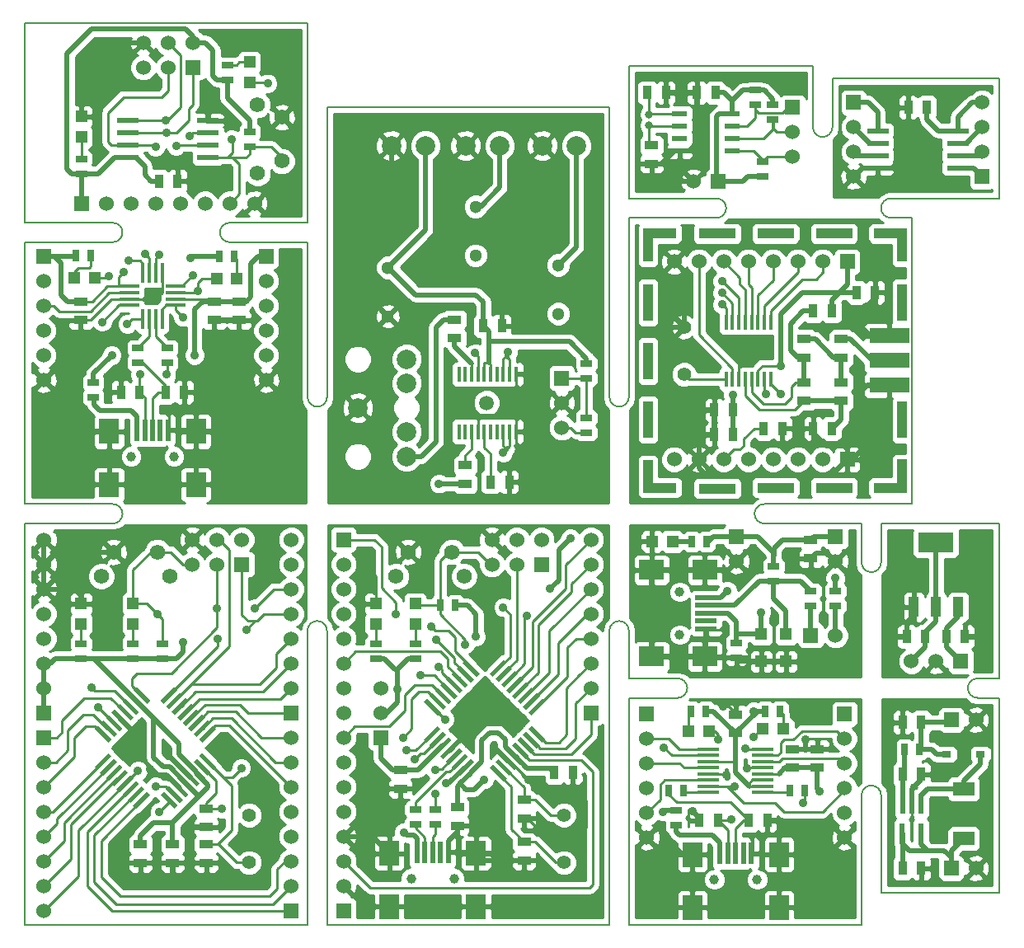
<source format=gtl>
G04 (created by PCBNEW (2013-may-18)-stable) date Wed 26 Feb 2014 10:24:25 PM CET*
%MOIN*%
G04 Gerber Fmt 3.4, Leading zero omitted, Abs format*
%FSLAX34Y34*%
G01*
G70*
G90*
G04 APERTURE LIST*
%ADD10C,0.006*%
%ADD11C,0.00590551*%
%ADD12R,0.0393701X0.149606*%
%ADD13R,0.0393701X0.133858*%
%ADD14R,0.133858X0.0393701*%
%ADD15R,0.0393701X0.125984*%
%ADD16R,0.149606X0.0393701*%
%ADD17R,0.055X0.035*%
%ADD18R,0.035X0.055*%
%ADD19C,0.0511811*%
%ADD20R,0.0472X0.0472*%
%ADD21R,0.0472441X0.0472441*%
%ADD22R,0.038189X0.0255906*%
%ADD23R,0.0866142X0.019685*%
%ADD24R,0.0984X0.0787*%
%ADD25R,0.0886X0.0197*%
%ADD26C,0.0394*%
%ADD27R,0.0787X0.0984*%
%ADD28R,0.0197X0.0886*%
%ADD29R,0.159843X0.0598425*%
%ADD30C,0.0787402*%
%ADD31R,0.06X0.06*%
%ADD32C,0.06*%
%ADD33R,0.0866142X0.0551181*%
%ADD34C,0.062*%
%ADD35R,0.0866142X0.015748*%
%ADD36R,0.0177165X0.0590551*%
%ADD37R,0.023622X0.0787402*%
%ADD38R,0.144X0.08*%
%ADD39R,0.04X0.08*%
%ADD40R,0.0787402X0.011811*%
%ADD41R,0.011811X0.0787402*%
%ADD42R,0.0610236X0.023622*%
%ADD43C,0.056*%
%ADD44C,0.0314961*%
%ADD45R,0.025X0.045*%
%ADD46R,0.045X0.025*%
%ADD47C,0.035*%
%ADD48C,0.0590551*%
%ADD49C,0.019685*%
%ADD50C,0.01*%
G04 APERTURE END LIST*
G54D10*
G54D11*
X33858Y-46181D02*
X33858Y-53976D01*
X34645Y-46181D02*
G75*
G03X34251Y-45787I-393J0D01*
G74*
G01*
X34251Y-45787D02*
G75*
G03X33858Y-46181I0J-393D01*
G74*
G01*
X34645Y-48110D02*
X34645Y-46181D01*
X36614Y-48110D02*
X34645Y-48110D01*
X37007Y-48503D02*
G75*
G03X36614Y-48110I-393J0D01*
G74*
G01*
X36614Y-48897D02*
G75*
G03X37007Y-48503I0J393D01*
G74*
G01*
X34645Y-48897D02*
X36614Y-48897D01*
X34645Y-53976D02*
X34645Y-48897D01*
X44055Y-41850D02*
X40118Y-41850D01*
X44842Y-52834D02*
X44842Y-56771D01*
X44842Y-52834D02*
G75*
G03X44448Y-52440I-393J0D01*
G74*
G01*
X44448Y-52440D02*
G75*
G03X44055Y-52834I0J-393D01*
G74*
G01*
X44055Y-56771D02*
X44055Y-52834D01*
X44842Y-43425D02*
X44842Y-41850D01*
X44448Y-43818D02*
G75*
G03X44842Y-43425I0J393D01*
G74*
G01*
X44055Y-43425D02*
G75*
G03X44448Y-43818I393J0D01*
G74*
G01*
X44055Y-41850D02*
X44055Y-43425D01*
X40118Y-41062D02*
X44094Y-41062D01*
X40118Y-41062D02*
G75*
G03X39724Y-41456I0J-393D01*
G74*
G01*
X39724Y-41456D02*
G75*
G03X40118Y-41850I393J0D01*
G74*
G01*
X46102Y-28700D02*
X45236Y-28700D01*
X45236Y-28700D02*
G75*
G03X44842Y-29094I0J-393D01*
G74*
G01*
X44842Y-29094D02*
G75*
G03X45236Y-29488I393J0D01*
G74*
G01*
X46102Y-29488D02*
X45236Y-29488D01*
X46102Y-41062D02*
X46102Y-29488D01*
X42086Y-23346D02*
X34645Y-23346D01*
X42086Y-25826D02*
X42086Y-23346D01*
X42086Y-25826D02*
G75*
G03X42480Y-26220I393J0D01*
G74*
G01*
X42480Y-26220D02*
G75*
G03X42874Y-25826I0J393D01*
G74*
G01*
X42874Y-23858D02*
X42874Y-25826D01*
X43385Y-23858D02*
X42874Y-23858D01*
X34645Y-28700D02*
X34645Y-25000D01*
X38188Y-28700D02*
X34645Y-28700D01*
X38582Y-29094D02*
G75*
G03X38188Y-28700I-393J0D01*
G74*
G01*
X38188Y-29488D02*
G75*
G03X38582Y-29094I0J393D01*
G74*
G01*
X34645Y-29488D02*
X38188Y-29488D01*
X34645Y-36732D02*
X34645Y-29488D01*
X34251Y-37125D02*
G75*
G03X34645Y-36732I0J393D01*
G74*
G01*
X33858Y-36732D02*
G75*
G03X34251Y-37125I393J0D01*
G74*
G01*
X33858Y-25000D02*
X33858Y-36732D01*
X21653Y-36732D02*
X21653Y-30472D01*
X22440Y-36732D02*
X22440Y-25000D01*
X22047Y-37125D02*
G75*
G03X22440Y-36732I0J393D01*
G74*
G01*
X21653Y-36732D02*
G75*
G03X22047Y-37125I393J0D01*
G74*
G01*
X22440Y-55944D02*
X22440Y-46181D01*
X21653Y-46141D02*
X21653Y-55944D01*
X22086Y-45787D02*
G75*
G03X21653Y-46141I-39J-393D01*
G74*
G01*
X22440Y-46181D02*
G75*
G03X22047Y-45787I-393J0D01*
G74*
G01*
X11811Y-41850D02*
X13779Y-41850D01*
X13779Y-41062D02*
X11771Y-41062D01*
X13779Y-41850D02*
G75*
G03X14173Y-41456I0J393D01*
G74*
G01*
X14173Y-41456D02*
G75*
G03X13779Y-41062I-393J0D01*
G74*
G01*
X18503Y-30472D02*
X21653Y-30472D01*
X21653Y-29685D02*
X18503Y-29685D01*
X13464Y-30472D02*
X13779Y-30472D01*
X13779Y-29685D02*
X13425Y-29685D01*
X13779Y-30472D02*
G75*
G03X14173Y-30078I0J393D01*
G74*
G01*
X14173Y-30078D02*
G75*
G03X13779Y-29685I-393J0D01*
G74*
G01*
X22440Y-25000D02*
X33858Y-25000D01*
X18110Y-30078D02*
G75*
G03X18503Y-30472I393J0D01*
G74*
G01*
X18503Y-29685D02*
G75*
G03X18110Y-30078I0J-393D01*
G74*
G01*
X21653Y-25000D02*
X21653Y-29685D01*
X49606Y-56771D02*
X49606Y-48897D01*
X44055Y-56771D02*
X44055Y-57086D01*
X49606Y-56771D02*
X44842Y-56771D01*
X43385Y-23858D02*
X49606Y-23858D01*
X44133Y-41062D02*
X44094Y-41062D01*
X21653Y-55984D02*
X21653Y-55944D01*
X22440Y-55984D02*
X22440Y-55944D01*
X34645Y-54015D02*
X34645Y-53976D01*
X33858Y-54015D02*
X33858Y-53976D01*
X44055Y-57125D02*
X44055Y-57086D01*
X10236Y-41850D02*
X10236Y-58070D01*
X11811Y-41850D02*
X10236Y-41850D01*
X11771Y-41062D02*
X11692Y-41062D01*
X10236Y-41062D02*
X11692Y-41062D01*
X10236Y-30472D02*
X10236Y-41062D01*
X13464Y-30472D02*
X10236Y-30472D01*
X12480Y-29685D02*
X13425Y-29685D01*
X10236Y-29685D02*
X12480Y-29685D01*
X10236Y-21614D02*
X10236Y-29685D01*
X21653Y-21614D02*
X10236Y-21614D01*
X21653Y-25000D02*
X21653Y-21614D01*
X34645Y-24685D02*
X34645Y-25000D01*
X34645Y-23346D02*
X34645Y-24685D01*
X49606Y-28700D02*
X49606Y-23858D01*
X49606Y-28700D02*
X46102Y-28700D01*
X44133Y-41062D02*
X46102Y-41062D01*
X49606Y-41850D02*
X44842Y-41850D01*
X49606Y-48110D02*
X49606Y-41850D01*
X48740Y-48110D02*
X49606Y-48110D01*
X49015Y-48897D02*
X48740Y-48897D01*
X48740Y-48110D02*
G75*
G03X48346Y-48503I0J-393D01*
G74*
G01*
X48346Y-48503D02*
G75*
G03X48740Y-48897I393J0D01*
G74*
G01*
X49606Y-48897D02*
X49015Y-48897D01*
X44055Y-57322D02*
X44055Y-57125D01*
X44055Y-58070D02*
X44055Y-57322D01*
X34645Y-58070D02*
X44055Y-58070D01*
X34645Y-54015D02*
X34645Y-58070D01*
X33858Y-54015D02*
X33858Y-58070D01*
X22440Y-58070D02*
X33858Y-58070D01*
X22440Y-55984D02*
X22440Y-58070D01*
X21653Y-55984D02*
X21653Y-58070D01*
X10236Y-58070D02*
X21653Y-58070D01*
G54D12*
X35419Y-32916D03*
X35419Y-35278D03*
X35419Y-37641D03*
G54D13*
X35419Y-30593D03*
G54D14*
X35892Y-30121D03*
X35892Y-40396D03*
G54D15*
X35419Y-39924D03*
G54D16*
X38215Y-30121D03*
X40577Y-30121D03*
X42939Y-30121D03*
G54D14*
X45223Y-30121D03*
G54D16*
X38215Y-40436D03*
X40577Y-40396D03*
X42939Y-40396D03*
G54D14*
X45223Y-40396D03*
G54D13*
X45695Y-30593D03*
G54D12*
X45695Y-32916D03*
X45695Y-37641D03*
G54D13*
X45695Y-39924D03*
G54D17*
X42000Y-42502D03*
X42000Y-43252D03*
X41266Y-51721D03*
X41266Y-50971D03*
X42266Y-51721D03*
X42266Y-50971D03*
G54D18*
X38241Y-53846D03*
X37491Y-53846D03*
X39491Y-53846D03*
X40241Y-53846D03*
G54D17*
X38966Y-50321D03*
X38966Y-49571D03*
G54D18*
X38852Y-37258D03*
X38102Y-37258D03*
X38852Y-38258D03*
X38102Y-38258D03*
X43852Y-32508D03*
X44602Y-32508D03*
X40102Y-38008D03*
X40852Y-38008D03*
G54D17*
X41727Y-35133D03*
X41727Y-34383D03*
X43227Y-35133D03*
X43227Y-34383D03*
G54D18*
X42102Y-38008D03*
X42852Y-38008D03*
X45708Y-55783D03*
X46458Y-55783D03*
X45708Y-51983D03*
X46458Y-51983D03*
X46458Y-49883D03*
X45708Y-49883D03*
X47487Y-46417D03*
X48237Y-46417D03*
X46637Y-46417D03*
X45887Y-46417D03*
G54D17*
X16200Y-54825D03*
X16200Y-55575D03*
X14900Y-54825D03*
X14900Y-55575D03*
X17559Y-54115D03*
X17559Y-53365D03*
X17559Y-55571D03*
X17559Y-54821D03*
G54D18*
X31632Y-51929D03*
X32382Y-51929D03*
G54D17*
X27710Y-53325D03*
X27710Y-54075D03*
X25410Y-51825D03*
X25410Y-52575D03*
X30410Y-55475D03*
X30410Y-54725D03*
X30410Y-53775D03*
X30410Y-53025D03*
G54D18*
X15639Y-28007D03*
X16389Y-28007D03*
X46699Y-25018D03*
X45949Y-25018D03*
G54D17*
X17887Y-32867D03*
X17887Y-33617D03*
X18887Y-32867D03*
X18887Y-33617D03*
G54D18*
X14862Y-36542D03*
X14112Y-36542D03*
X15912Y-36542D03*
X16662Y-36542D03*
G54D17*
X12487Y-32867D03*
X12487Y-33617D03*
G54D18*
X28758Y-33858D03*
X29508Y-33858D03*
G54D19*
X24901Y-31496D03*
X24901Y-33464D03*
G54D17*
X28030Y-40245D03*
X28030Y-39495D03*
G54D19*
X28444Y-31003D03*
X28444Y-29035D03*
G54D17*
X27598Y-33601D03*
X27598Y-34351D03*
G54D19*
X31791Y-33366D03*
X31791Y-31397D03*
G54D18*
X29055Y-40170D03*
X29805Y-40170D03*
X35388Y-24429D03*
X36138Y-24429D03*
G54D17*
X35563Y-26554D03*
X35563Y-27304D03*
G54D18*
X38138Y-24429D03*
X37388Y-24429D03*
G54D20*
X36413Y-42577D03*
X35587Y-42577D03*
G54D21*
X40000Y-47429D03*
X40000Y-46326D03*
X41000Y-47429D03*
X41000Y-46326D03*
G54D20*
X40885Y-50157D03*
X40059Y-50157D03*
X37053Y-50246D03*
X37879Y-50246D03*
G54D22*
X48868Y-51183D03*
X47498Y-51183D03*
G54D20*
X14600Y-45913D03*
X14600Y-45087D03*
X12500Y-45913D03*
X12500Y-45087D03*
X26010Y-45913D03*
X26010Y-45087D03*
X24410Y-45913D03*
X24410Y-45087D03*
X19314Y-23194D03*
X19314Y-24020D03*
X12514Y-26220D03*
X12514Y-25394D03*
X18800Y-31942D03*
X17974Y-31942D03*
X12224Y-31929D03*
X13050Y-31929D03*
G54D23*
X14400Y-27057D03*
X14400Y-26557D03*
X14400Y-26057D03*
X14400Y-25557D03*
X17628Y-27057D03*
X17628Y-26557D03*
X17628Y-26057D03*
X17628Y-25557D03*
G54D24*
X35570Y-47229D03*
X37716Y-47229D03*
X35570Y-43725D03*
X37716Y-43725D03*
G54D25*
X37765Y-45477D03*
X37765Y-45792D03*
X37765Y-46107D03*
X37765Y-45162D03*
X37765Y-44847D03*
G54D26*
X36700Y-46343D03*
X36700Y-44611D03*
G54D27*
X40718Y-57376D03*
X40718Y-55230D03*
X37214Y-57376D03*
X37214Y-55230D03*
G54D28*
X38966Y-55181D03*
X39281Y-55181D03*
X39596Y-55181D03*
X38651Y-55181D03*
X38336Y-55181D03*
G54D26*
X39832Y-56246D03*
X38100Y-56246D03*
G54D29*
X45177Y-34258D03*
X45177Y-35258D03*
X45177Y-36258D03*
G54D27*
X28462Y-57330D03*
X28462Y-55184D03*
X24958Y-57330D03*
X24958Y-55184D03*
G54D28*
X26710Y-55135D03*
X27025Y-55135D03*
X27340Y-55135D03*
X26395Y-55135D03*
X26080Y-55135D03*
G54D26*
X27576Y-56200D03*
X25844Y-56200D03*
G54D27*
X17139Y-40272D03*
X17139Y-38126D03*
X13635Y-40272D03*
X13635Y-38126D03*
G54D28*
X15387Y-38077D03*
X15702Y-38077D03*
X16017Y-38077D03*
X15072Y-38077D03*
X14757Y-38077D03*
G54D26*
X16253Y-39142D03*
X14521Y-39142D03*
G54D30*
X23689Y-37170D03*
X25658Y-39139D03*
X25658Y-38155D03*
X25658Y-36186D03*
X25658Y-35202D03*
G54D31*
X48062Y-47417D03*
G54D32*
X47062Y-47417D03*
X46062Y-47417D03*
G54D31*
X24610Y-50500D03*
G54D32*
X24610Y-49500D03*
X24610Y-48500D03*
G54D31*
X31930Y-35970D03*
G54D32*
X31930Y-36970D03*
X31930Y-37970D03*
G54D31*
X41263Y-25029D03*
G54D32*
X41263Y-26029D03*
X41263Y-27029D03*
G54D18*
X42852Y-33258D03*
X42102Y-33258D03*
G54D17*
X41727Y-36133D03*
X41727Y-36883D03*
X43227Y-36133D03*
X43227Y-36883D03*
G54D33*
X48183Y-54587D03*
X48183Y-52579D03*
G54D31*
X43000Y-42377D03*
G54D32*
X43000Y-43377D03*
G54D31*
X39000Y-42377D03*
G54D32*
X39000Y-43377D03*
G54D31*
X42000Y-46377D03*
G54D32*
X43000Y-46377D03*
G54D31*
X35366Y-49546D03*
G54D32*
X35366Y-50546D03*
X35366Y-51546D03*
X35366Y-52546D03*
X35366Y-53546D03*
X35366Y-54546D03*
G54D31*
X43366Y-49546D03*
G54D32*
X43366Y-50546D03*
X43366Y-51546D03*
X43366Y-52546D03*
X43366Y-53546D03*
X43366Y-54546D03*
G54D31*
X43477Y-31258D03*
G54D32*
X42477Y-31258D03*
X41477Y-31258D03*
X40477Y-31258D03*
X39477Y-31258D03*
X38477Y-31258D03*
X37477Y-31258D03*
X36477Y-31258D03*
G54D31*
X43477Y-39258D03*
G54D32*
X42477Y-39258D03*
X41477Y-39258D03*
X40477Y-39258D03*
X39477Y-39258D03*
X38477Y-39258D03*
X37477Y-39258D03*
X36477Y-39258D03*
G54D31*
X47683Y-55783D03*
G54D32*
X48683Y-55783D03*
G54D31*
X47683Y-49783D03*
G54D32*
X48683Y-49783D03*
G54D31*
X11000Y-49500D03*
G54D32*
X11000Y-48500D03*
X11000Y-47500D03*
X11000Y-46500D03*
X11000Y-45500D03*
X11000Y-44500D03*
X11000Y-43500D03*
X11000Y-42500D03*
G54D31*
X21000Y-49500D03*
G54D32*
X21000Y-48500D03*
X21000Y-47500D03*
X21000Y-46500D03*
X21000Y-45500D03*
X21000Y-44500D03*
X21000Y-43500D03*
X21000Y-42500D03*
G54D31*
X11000Y-50500D03*
G54D32*
X11000Y-51500D03*
X11000Y-52500D03*
X11000Y-53500D03*
X11000Y-54500D03*
X11000Y-55500D03*
X11000Y-56500D03*
X11000Y-57500D03*
G54D31*
X21000Y-57500D03*
G54D32*
X21000Y-56500D03*
X21000Y-55500D03*
X21000Y-54500D03*
X21000Y-53500D03*
X21000Y-52500D03*
X21000Y-51500D03*
X21000Y-50500D03*
G54D31*
X19000Y-43500D03*
G54D32*
X18000Y-43500D03*
X17000Y-43500D03*
X19000Y-42500D03*
X18000Y-42500D03*
X17000Y-42500D03*
G54D31*
X23110Y-42500D03*
G54D32*
X23110Y-43500D03*
X23110Y-44500D03*
X23110Y-45500D03*
X23110Y-46500D03*
X23110Y-47500D03*
X23110Y-48500D03*
X23110Y-49500D03*
G54D31*
X23110Y-57500D03*
G54D32*
X23110Y-56500D03*
X23110Y-55500D03*
X23110Y-54500D03*
X23110Y-53500D03*
X23110Y-52500D03*
X23110Y-51500D03*
X23110Y-50500D03*
G54D31*
X33110Y-49500D03*
G54D32*
X33110Y-48500D03*
X33110Y-47500D03*
X33110Y-46500D03*
X33110Y-45500D03*
X33110Y-44500D03*
X33110Y-43500D03*
X33110Y-42500D03*
G54D31*
X31110Y-43500D03*
G54D32*
X30110Y-43500D03*
X29110Y-43500D03*
X31110Y-42500D03*
X30110Y-42500D03*
X29110Y-42500D03*
G54D31*
X12514Y-28907D03*
G54D32*
X13514Y-28907D03*
X14514Y-28907D03*
X15514Y-28907D03*
X16514Y-28907D03*
X17514Y-28907D03*
X18514Y-28907D03*
X19514Y-28907D03*
G54D31*
X17014Y-23407D03*
G54D32*
X16014Y-23407D03*
X15014Y-23407D03*
X17014Y-22407D03*
X16014Y-22407D03*
X15014Y-22407D03*
G54D31*
X43724Y-24818D03*
G54D32*
X43724Y-25818D03*
X43724Y-26818D03*
X43724Y-27818D03*
G54D31*
X48924Y-27818D03*
G54D32*
X48924Y-26818D03*
X48924Y-25818D03*
X48924Y-24818D03*
G54D31*
X10987Y-31042D03*
G54D32*
X10987Y-32042D03*
X10987Y-33042D03*
X10987Y-34042D03*
X10987Y-35042D03*
X10987Y-36042D03*
G54D31*
X19987Y-31042D03*
G54D32*
X19987Y-32042D03*
X19987Y-33042D03*
X19987Y-34042D03*
X19987Y-35042D03*
X19987Y-36042D03*
G54D30*
X26419Y-26570D03*
X25041Y-26570D03*
X29419Y-26570D03*
X28041Y-26570D03*
X32519Y-26570D03*
X31141Y-26570D03*
G54D31*
X38263Y-28029D03*
G54D32*
X37263Y-28029D03*
G54D34*
X16080Y-43980D03*
X13320Y-43980D03*
X13815Y-43000D03*
X15585Y-43000D03*
X27990Y-43980D03*
X25230Y-43980D03*
X25725Y-43000D03*
X27495Y-43000D03*
X19634Y-27687D03*
X19634Y-24927D03*
X20614Y-25422D03*
X20614Y-27192D03*
G54D35*
X37864Y-50972D03*
X37864Y-51222D03*
X37864Y-51472D03*
X37864Y-51722D03*
X37864Y-51972D03*
X37864Y-52222D03*
X37864Y-52472D03*
X37864Y-52722D03*
X40069Y-52722D03*
X40069Y-52472D03*
X40069Y-52222D03*
X40069Y-51972D03*
X40069Y-51722D03*
X40069Y-51472D03*
X40069Y-51222D03*
X40069Y-50972D03*
G54D36*
X40373Y-33697D03*
X40117Y-33697D03*
X39861Y-33697D03*
X39605Y-33697D03*
X39349Y-33697D03*
X39093Y-33697D03*
X38837Y-33697D03*
X38581Y-33697D03*
X38581Y-36020D03*
X38837Y-36020D03*
X39093Y-36020D03*
X39349Y-36020D03*
X39605Y-36020D03*
X39861Y-36020D03*
X40117Y-36020D03*
X40373Y-36020D03*
G54D37*
X46457Y-53193D03*
X46083Y-53193D03*
X45709Y-53193D03*
X45689Y-54374D03*
X46457Y-54374D03*
G54D38*
X47062Y-42617D03*
G54D39*
X47062Y-45217D03*
X47962Y-45217D03*
X46162Y-45217D03*
G54D10*
G36*
X17954Y-51683D02*
X17829Y-51808D01*
X17272Y-51252D01*
X17397Y-51126D01*
X17954Y-51683D01*
X17954Y-51683D01*
G37*
G36*
X17731Y-51906D02*
X17606Y-52031D01*
X17049Y-51474D01*
X17175Y-51349D01*
X17731Y-51906D01*
X17731Y-51906D01*
G37*
G36*
X17508Y-52128D02*
X17383Y-52254D01*
X16827Y-51697D01*
X16952Y-51572D01*
X17508Y-52128D01*
X17508Y-52128D01*
G37*
G36*
X17286Y-52351D02*
X17160Y-52476D01*
X16604Y-51920D01*
X16729Y-51795D01*
X17286Y-52351D01*
X17286Y-52351D01*
G37*
G36*
X17063Y-52574D02*
X16938Y-52699D01*
X16381Y-52143D01*
X16506Y-52017D01*
X17063Y-52574D01*
X17063Y-52574D01*
G37*
G36*
X16840Y-52797D02*
X16715Y-52922D01*
X16159Y-52365D01*
X16284Y-52240D01*
X16840Y-52797D01*
X16840Y-52797D01*
G37*
G36*
X16617Y-53019D02*
X16492Y-53145D01*
X15936Y-52588D01*
X16061Y-52463D01*
X16617Y-53019D01*
X16617Y-53019D01*
G37*
G36*
X16395Y-53242D02*
X16270Y-53367D01*
X15713Y-52811D01*
X15838Y-52686D01*
X16395Y-53242D01*
X16395Y-53242D01*
G37*
G36*
X13733Y-50578D02*
X13608Y-50703D01*
X13051Y-50146D01*
X13177Y-50021D01*
X13733Y-50578D01*
X13733Y-50578D01*
G37*
G36*
X15296Y-49015D02*
X15171Y-49140D01*
X14614Y-48584D01*
X14739Y-48459D01*
X15296Y-49015D01*
X15296Y-49015D01*
G37*
G36*
X15070Y-49241D02*
X14944Y-49366D01*
X14388Y-48810D01*
X14513Y-48685D01*
X15070Y-49241D01*
X15070Y-49241D01*
G37*
G36*
X14843Y-49468D02*
X14718Y-49593D01*
X14162Y-49036D01*
X14287Y-48911D01*
X14843Y-49468D01*
X14843Y-49468D01*
G37*
G36*
X14624Y-49687D02*
X14499Y-49812D01*
X13942Y-49255D01*
X14068Y-49130D01*
X14624Y-49687D01*
X14624Y-49687D01*
G37*
G36*
X14398Y-49913D02*
X14273Y-50038D01*
X13716Y-49482D01*
X13841Y-49357D01*
X14398Y-49913D01*
X14398Y-49913D01*
G37*
G36*
X14179Y-50132D02*
X14053Y-50257D01*
X13497Y-49701D01*
X13622Y-49576D01*
X14179Y-50132D01*
X14179Y-50132D01*
G37*
G36*
X13952Y-50359D02*
X13827Y-50484D01*
X13271Y-49927D01*
X13396Y-49802D01*
X13952Y-50359D01*
X13952Y-50359D01*
G37*
G36*
X15283Y-52814D02*
X14727Y-53370D01*
X14601Y-53245D01*
X15158Y-52688D01*
X15283Y-52814D01*
X15283Y-52814D01*
G37*
G36*
X15061Y-52592D02*
X14505Y-53148D01*
X14379Y-53023D01*
X14936Y-52466D01*
X15061Y-52592D01*
X15061Y-52592D01*
G37*
G36*
X14838Y-52368D02*
X14281Y-52925D01*
X14156Y-52799D01*
X14712Y-52243D01*
X14838Y-52368D01*
X14838Y-52368D01*
G37*
G36*
X14616Y-52146D02*
X14059Y-52703D01*
X13934Y-52577D01*
X14490Y-52021D01*
X14616Y-52146D01*
X14616Y-52146D01*
G37*
G36*
X14392Y-51923D02*
X13836Y-52479D01*
X13711Y-52354D01*
X14267Y-51798D01*
X14392Y-51923D01*
X14392Y-51923D01*
G37*
G36*
X14170Y-51701D02*
X13614Y-52257D01*
X13488Y-52132D01*
X14045Y-51575D01*
X14170Y-51701D01*
X14170Y-51701D01*
G37*
G36*
X13947Y-51477D02*
X13390Y-52034D01*
X13265Y-51909D01*
X13822Y-51352D01*
X13947Y-51477D01*
X13947Y-51477D01*
G37*
G36*
X13725Y-51255D02*
X13168Y-51812D01*
X13043Y-51687D01*
X13600Y-51130D01*
X13725Y-51255D01*
X13725Y-51255D01*
G37*
G36*
X17955Y-50139D02*
X17398Y-50696D01*
X17273Y-50571D01*
X17829Y-50014D01*
X17955Y-50139D01*
X17955Y-50139D01*
G37*
G36*
X17735Y-49920D02*
X17179Y-50477D01*
X17054Y-50351D01*
X17610Y-49795D01*
X17735Y-49920D01*
X17735Y-49920D01*
G37*
G36*
X17509Y-49694D02*
X16953Y-50250D01*
X16827Y-50125D01*
X17384Y-49569D01*
X17509Y-49694D01*
X17509Y-49694D01*
G37*
G36*
X17290Y-49475D02*
X16733Y-50031D01*
X16608Y-49906D01*
X17165Y-49350D01*
X17290Y-49475D01*
X17290Y-49475D01*
G37*
G36*
X17071Y-49255D02*
X16514Y-49812D01*
X16389Y-49687D01*
X16946Y-49130D01*
X17071Y-49255D01*
X17071Y-49255D01*
G37*
G36*
X16844Y-49029D02*
X16288Y-49586D01*
X16163Y-49461D01*
X16719Y-48904D01*
X16844Y-49029D01*
X16844Y-49029D01*
G37*
G36*
X16618Y-48803D02*
X16062Y-49359D01*
X15936Y-49234D01*
X16493Y-48678D01*
X16618Y-48803D01*
X16618Y-48803D01*
G37*
G36*
X16392Y-48577D02*
X15835Y-49133D01*
X15710Y-49008D01*
X16267Y-48451D01*
X16392Y-48577D01*
X16392Y-48577D01*
G37*
G36*
X31264Y-50583D02*
X31139Y-50708D01*
X30582Y-50152D01*
X30708Y-50026D01*
X31264Y-50583D01*
X31264Y-50583D01*
G37*
G36*
X31041Y-50806D02*
X30916Y-50931D01*
X30360Y-50374D01*
X30485Y-50249D01*
X31041Y-50806D01*
X31041Y-50806D01*
G37*
G36*
X30819Y-51028D02*
X30693Y-51154D01*
X30137Y-50597D01*
X30262Y-50472D01*
X30819Y-51028D01*
X30819Y-51028D01*
G37*
G36*
X30596Y-51251D02*
X30471Y-51376D01*
X29914Y-50820D01*
X30039Y-50695D01*
X30596Y-51251D01*
X30596Y-51251D01*
G37*
G36*
X30373Y-51474D02*
X30248Y-51599D01*
X29691Y-51043D01*
X29817Y-50917D01*
X30373Y-51474D01*
X30373Y-51474D01*
G37*
G36*
X30150Y-51697D02*
X30025Y-51822D01*
X29469Y-51265D01*
X29594Y-51140D01*
X30150Y-51697D01*
X30150Y-51697D01*
G37*
G36*
X29928Y-51919D02*
X29803Y-52045D01*
X29246Y-51488D01*
X29371Y-51363D01*
X29928Y-51919D01*
X29928Y-51919D01*
G37*
G36*
X29705Y-52142D02*
X29580Y-52267D01*
X29023Y-51711D01*
X29148Y-51586D01*
X29705Y-52142D01*
X29705Y-52142D01*
G37*
G36*
X27043Y-49478D02*
X26918Y-49603D01*
X26362Y-49046D01*
X26487Y-48921D01*
X27043Y-49478D01*
X27043Y-49478D01*
G37*
G36*
X28606Y-47915D02*
X28481Y-48040D01*
X27924Y-47484D01*
X28050Y-47359D01*
X28606Y-47915D01*
X28606Y-47915D01*
G37*
G36*
X28380Y-48141D02*
X28255Y-48266D01*
X27698Y-47710D01*
X27823Y-47585D01*
X28380Y-48141D01*
X28380Y-48141D01*
G37*
G36*
X28154Y-48368D02*
X28028Y-48493D01*
X27472Y-47936D01*
X27597Y-47811D01*
X28154Y-48368D01*
X28154Y-48368D01*
G37*
G36*
X27934Y-48587D02*
X27809Y-48712D01*
X27253Y-48155D01*
X27378Y-48030D01*
X27934Y-48587D01*
X27934Y-48587D01*
G37*
G36*
X27708Y-48813D02*
X27583Y-48938D01*
X27026Y-48382D01*
X27152Y-48257D01*
X27708Y-48813D01*
X27708Y-48813D01*
G37*
G36*
X27489Y-49032D02*
X27364Y-49157D01*
X26807Y-48601D01*
X26932Y-48476D01*
X27489Y-49032D01*
X27489Y-49032D01*
G37*
G36*
X27263Y-49259D02*
X27137Y-49384D01*
X26581Y-48827D01*
X26706Y-48702D01*
X27263Y-49259D01*
X27263Y-49259D01*
G37*
G36*
X28593Y-51714D02*
X28037Y-52270D01*
X27912Y-52145D01*
X28468Y-51588D01*
X28593Y-51714D01*
X28593Y-51714D01*
G37*
G36*
X28371Y-51492D02*
X27815Y-52048D01*
X27690Y-51923D01*
X28246Y-51366D01*
X28371Y-51492D01*
X28371Y-51492D01*
G37*
G36*
X28148Y-51268D02*
X27591Y-51825D01*
X27466Y-51699D01*
X28023Y-51143D01*
X28148Y-51268D01*
X28148Y-51268D01*
G37*
G36*
X27926Y-51046D02*
X27369Y-51603D01*
X27244Y-51477D01*
X27801Y-50921D01*
X27926Y-51046D01*
X27926Y-51046D01*
G37*
G36*
X27702Y-50823D02*
X27146Y-51379D01*
X27021Y-51254D01*
X27577Y-50698D01*
X27702Y-50823D01*
X27702Y-50823D01*
G37*
G36*
X27480Y-50601D02*
X26924Y-51157D01*
X26799Y-51032D01*
X27355Y-50475D01*
X27480Y-50601D01*
X27480Y-50601D01*
G37*
G36*
X27257Y-50377D02*
X26700Y-50934D01*
X26575Y-50809D01*
X27132Y-50252D01*
X27257Y-50377D01*
X27257Y-50377D01*
G37*
G36*
X27035Y-50155D02*
X26478Y-50712D01*
X26353Y-50587D01*
X26910Y-50030D01*
X27035Y-50155D01*
X27035Y-50155D01*
G37*
G36*
X31265Y-49039D02*
X30708Y-49596D01*
X30583Y-49471D01*
X31140Y-48914D01*
X31265Y-49039D01*
X31265Y-49039D01*
G37*
G36*
X31046Y-48820D02*
X30489Y-49377D01*
X30364Y-49251D01*
X30920Y-48695D01*
X31046Y-48820D01*
X31046Y-48820D01*
G37*
G36*
X30819Y-48594D02*
X30263Y-49150D01*
X30138Y-49025D01*
X30694Y-48469D01*
X30819Y-48594D01*
X30819Y-48594D01*
G37*
G36*
X30600Y-48375D02*
X30044Y-48931D01*
X29918Y-48806D01*
X30475Y-48250D01*
X30600Y-48375D01*
X30600Y-48375D01*
G37*
G36*
X30381Y-48155D02*
X29824Y-48712D01*
X29699Y-48587D01*
X30256Y-48030D01*
X30381Y-48155D01*
X30381Y-48155D01*
G37*
G36*
X30155Y-47929D02*
X29598Y-48486D01*
X29473Y-48361D01*
X30029Y-47804D01*
X30155Y-47929D01*
X30155Y-47929D01*
G37*
G36*
X29928Y-47703D02*
X29372Y-48259D01*
X29247Y-48134D01*
X29803Y-47578D01*
X29928Y-47703D01*
X29928Y-47703D01*
G37*
G36*
X29702Y-47477D02*
X29146Y-48033D01*
X29020Y-47908D01*
X29577Y-47351D01*
X29702Y-47477D01*
X29702Y-47477D01*
G37*
G54D23*
X47938Y-25968D03*
X47938Y-26468D03*
X47938Y-26968D03*
X47938Y-27468D03*
X44710Y-25968D03*
X44710Y-26468D03*
X44710Y-26968D03*
X44710Y-27468D03*
G54D40*
X14442Y-32258D03*
X14442Y-32514D03*
X14442Y-32770D03*
X14442Y-33026D03*
G54D41*
X15003Y-33587D03*
X15259Y-33587D03*
X15515Y-33587D03*
X15771Y-33587D03*
G54D40*
X16332Y-33026D03*
X16332Y-32770D03*
X16332Y-32514D03*
X16332Y-32258D03*
G54D41*
X15515Y-31697D03*
X15259Y-31697D03*
X15003Y-31697D03*
X15771Y-31697D03*
G54D36*
X27779Y-38132D03*
X28035Y-38132D03*
X28290Y-38132D03*
X28546Y-38132D03*
X28802Y-38132D03*
X29058Y-38132D03*
X29314Y-38132D03*
X29570Y-38132D03*
X29826Y-38132D03*
X30082Y-38132D03*
X30082Y-35809D03*
X29826Y-35809D03*
X29570Y-35809D03*
X29314Y-35809D03*
X29058Y-35809D03*
X28802Y-35809D03*
X28546Y-35809D03*
X28290Y-35809D03*
X28035Y-35809D03*
X27779Y-35809D03*
G54D42*
X36700Y-25279D03*
X36700Y-25779D03*
X36700Y-26279D03*
X36700Y-26779D03*
X38826Y-26779D03*
X38826Y-26279D03*
X38826Y-25779D03*
X38826Y-25279D03*
G54D43*
X36877Y-33897D03*
X36877Y-35819D03*
X19300Y-55561D03*
X19300Y-53639D03*
X32010Y-53639D03*
X32010Y-55561D03*
G54D44*
X35463Y-25745D03*
X35463Y-25312D03*
G54D45*
X37800Y-42577D03*
X37200Y-42577D03*
G54D46*
X40500Y-44177D03*
X40500Y-43577D03*
X42000Y-44577D03*
X42000Y-45177D03*
X43000Y-44577D03*
X43000Y-45177D03*
X39000Y-47277D03*
X39000Y-46677D03*
G54D45*
X40166Y-49446D03*
X40766Y-49446D03*
X37766Y-49446D03*
X37166Y-49446D03*
G54D46*
X36566Y-53446D03*
X36566Y-54046D03*
G54D45*
X41166Y-52646D03*
X41766Y-52646D03*
X36866Y-52646D03*
X36266Y-52646D03*
X45783Y-50983D03*
X46383Y-50983D03*
G54D46*
X14600Y-47300D03*
X14600Y-46700D03*
X12500Y-47300D03*
X12500Y-46700D03*
X15800Y-47300D03*
X15800Y-46700D03*
X26010Y-54000D03*
X26010Y-53400D03*
X26810Y-54000D03*
X26810Y-53400D03*
X26010Y-47300D03*
X26010Y-46700D03*
X24410Y-47300D03*
X24410Y-46700D03*
G54D45*
X27622Y-45157D03*
X27022Y-45157D03*
G54D46*
X18414Y-23907D03*
X18414Y-23307D03*
X12514Y-27707D03*
X12514Y-27107D03*
X19314Y-26007D03*
X19314Y-26607D03*
G54D45*
X18087Y-31042D03*
X18687Y-31042D03*
X12298Y-31023D03*
X12898Y-31023D03*
G54D46*
X12987Y-36142D03*
X12987Y-36742D03*
X15987Y-34742D03*
X15987Y-35342D03*
X14787Y-34742D03*
X14787Y-35342D03*
X32930Y-35370D03*
X32930Y-35970D03*
X32930Y-37570D03*
X32930Y-38170D03*
X39763Y-24329D03*
X39763Y-24929D03*
X40463Y-24929D03*
X40463Y-25529D03*
X40063Y-27829D03*
X40063Y-27229D03*
G54D47*
X31456Y-44488D03*
X32283Y-42440D03*
G54D48*
X28897Y-36968D03*
G54D47*
X12913Y-48464D03*
X13188Y-49291D03*
X19173Y-46141D03*
X18031Y-46496D03*
X17992Y-45275D03*
X19527Y-45275D03*
X18188Y-53385D03*
X18976Y-51732D03*
X14803Y-51850D03*
X15590Y-45511D03*
X15669Y-53503D03*
X15511Y-52480D03*
X28464Y-46417D03*
X25275Y-48543D03*
X28779Y-52204D03*
X26653Y-46023D03*
X29566Y-45236D03*
X25236Y-45511D03*
X30511Y-45590D03*
X26850Y-46535D03*
X26968Y-47637D03*
X26220Y-47992D03*
X25984Y-51377D03*
X25669Y-51023D03*
X25511Y-50511D03*
X28031Y-46732D03*
X27204Y-49763D03*
X15944Y-26062D03*
X15905Y-25551D03*
X15511Y-26614D03*
X16338Y-26574D03*
X16889Y-26181D03*
X20039Y-24055D03*
X18582Y-26299D03*
X28425Y-34960D03*
X17007Y-31811D03*
X17204Y-32440D03*
X14370Y-33779D03*
X13622Y-31850D03*
X15669Y-30984D03*
X15078Y-30944D03*
X14212Y-31692D03*
X16929Y-31102D03*
X16614Y-33503D03*
X13346Y-33700D03*
X14409Y-31220D03*
X39685Y-50472D03*
X38937Y-52480D03*
X38267Y-50590D03*
X39370Y-50944D03*
X39685Y-49448D03*
X36062Y-50905D03*
X38425Y-32992D03*
X40787Y-36614D03*
X38425Y-32519D03*
X40196Y-36614D03*
X38425Y-32047D03*
G54D48*
X39488Y-34842D03*
G54D47*
X41771Y-50590D03*
X39409Y-51732D03*
X36417Y-54842D03*
X37204Y-53464D03*
X38464Y-49251D03*
X38582Y-52007D03*
G54D48*
X15393Y-32637D03*
G54D47*
X18385Y-38110D03*
X18385Y-40275D03*
X12322Y-40236D03*
X12322Y-38110D03*
X45708Y-49251D03*
X45354Y-46417D03*
X48818Y-46417D03*
X16220Y-56299D03*
X14803Y-50433D03*
X15275Y-51771D03*
X16023Y-51220D03*
X28661Y-44133D03*
X28818Y-47283D03*
X28031Y-50393D03*
X24094Y-43188D03*
X29173Y-50866D03*
X29527Y-55078D03*
X29527Y-57322D03*
X24055Y-57007D03*
X32598Y-52716D03*
X30590Y-52204D03*
X18228Y-27992D03*
X17440Y-25118D03*
X42992Y-44055D03*
X40000Y-45433D03*
X26811Y-51811D03*
X26811Y-52795D03*
X15944Y-35826D03*
X14881Y-35826D03*
X26968Y-40236D03*
X29763Y-34921D03*
X29566Y-38976D03*
X41692Y-53149D03*
X38779Y-53818D03*
X25551Y-54330D03*
X27244Y-52362D03*
X38622Y-44566D03*
X38858Y-36653D03*
X40787Y-35472D03*
X42362Y-52677D03*
X36023Y-53503D03*
X13740Y-35039D03*
X17086Y-35039D03*
X16614Y-46653D03*
G54D49*
X32283Y-42440D02*
X31811Y-42913D01*
X31811Y-44133D02*
X31811Y-42913D01*
X31811Y-44133D02*
X31456Y-44488D01*
G54D50*
X14502Y-49252D02*
X14488Y-49252D01*
X13070Y-48622D02*
X12913Y-48464D01*
X13858Y-48622D02*
X13070Y-48622D01*
X14488Y-49252D02*
X13858Y-48622D01*
X13838Y-49917D02*
X13814Y-49917D01*
X13814Y-49917D02*
X13188Y-49291D01*
X14283Y-49471D02*
X14274Y-49471D01*
X11507Y-50500D02*
X11000Y-50500D01*
X11732Y-50275D02*
X11507Y-50500D01*
X11732Y-49803D02*
X11732Y-50275D01*
X12637Y-48897D02*
X11732Y-49803D01*
X13700Y-48897D02*
X12637Y-48897D01*
X14274Y-49471D02*
X13700Y-48897D01*
X16051Y-48792D02*
X16051Y-48790D01*
X19527Y-45787D02*
X19606Y-45787D01*
X19173Y-46141D02*
X19527Y-45787D01*
X18031Y-46811D02*
X18031Y-46496D01*
X16051Y-48790D02*
X18031Y-46811D01*
X21000Y-45500D02*
X19893Y-45500D01*
X19000Y-45535D02*
X19000Y-43500D01*
X19251Y-45787D02*
X19000Y-45535D01*
X19606Y-45787D02*
X19251Y-45787D01*
X19893Y-45500D02*
X19606Y-45787D01*
X18000Y-42500D02*
X18090Y-42500D01*
X18503Y-46811D02*
X16968Y-48346D01*
X18503Y-42913D02*
X18503Y-46811D01*
X18090Y-42500D02*
X18503Y-42913D01*
X16277Y-49019D02*
X16295Y-49019D01*
X20393Y-47106D02*
X21000Y-46500D01*
X20393Y-47677D02*
X20393Y-47106D01*
X19724Y-48346D02*
X20393Y-47677D01*
X16968Y-48346D02*
X19724Y-48346D01*
X16295Y-49019D02*
X16968Y-48346D01*
X16949Y-49690D02*
X17002Y-49690D01*
X19263Y-49500D02*
X21000Y-49500D01*
X18937Y-49173D02*
X19263Y-49500D01*
X17519Y-49173D02*
X18937Y-49173D01*
X17002Y-49690D02*
X17519Y-49173D01*
X16730Y-49471D02*
X16748Y-49471D01*
X20562Y-48937D02*
X21000Y-48500D01*
X17283Y-48937D02*
X20562Y-48937D01*
X16748Y-49471D02*
X17283Y-48937D01*
X16504Y-49245D02*
X16542Y-49245D01*
X19838Y-48661D02*
X21000Y-47500D01*
X17125Y-48661D02*
X19838Y-48661D01*
X16542Y-49245D02*
X17125Y-48661D01*
X21000Y-44500D02*
X20303Y-44500D01*
X20303Y-44500D02*
X19527Y-45275D01*
X17992Y-45275D02*
X18000Y-45275D01*
X18000Y-45275D02*
X17992Y-45275D01*
X17992Y-45275D02*
X18000Y-45275D01*
X14955Y-48799D02*
X14941Y-48799D01*
X18000Y-46055D02*
X18000Y-45275D01*
X18000Y-45275D02*
X18000Y-43500D01*
X16141Y-47913D02*
X18000Y-46055D01*
X14763Y-47913D02*
X16141Y-47913D01*
X14566Y-48110D02*
X14763Y-47913D01*
X14566Y-48425D02*
X14566Y-48110D01*
X14941Y-48799D02*
X14566Y-48425D01*
X17559Y-53365D02*
X18168Y-53365D01*
X18168Y-53365D02*
X18188Y-53385D01*
X17559Y-53365D02*
X17559Y-53149D01*
X17952Y-52252D02*
X17390Y-51690D01*
X17952Y-52755D02*
X17952Y-52252D01*
X17559Y-53149D02*
X17952Y-52755D01*
X18228Y-52086D02*
X18228Y-52082D01*
X18232Y-52086D02*
X18228Y-52086D01*
X18250Y-52104D02*
X18232Y-52086D01*
X18604Y-52104D02*
X18250Y-52104D01*
X18976Y-51732D02*
X18604Y-52104D01*
X17559Y-54821D02*
X18012Y-54821D01*
X18582Y-52436D02*
X18228Y-52082D01*
X18228Y-52082D02*
X17613Y-51467D01*
X18582Y-54251D02*
X18582Y-52436D01*
X18012Y-54821D02*
X18582Y-54251D01*
X17559Y-54821D02*
X18050Y-54821D01*
X18789Y-55561D02*
X19300Y-55561D01*
X18050Y-54821D02*
X18789Y-55561D01*
X13612Y-50143D02*
X13568Y-50143D01*
X11492Y-51500D02*
X11000Y-51500D01*
X11968Y-51023D02*
X11492Y-51500D01*
X11968Y-50196D02*
X11968Y-51023D01*
X12598Y-49566D02*
X11968Y-50196D01*
X12992Y-49566D02*
X12598Y-49566D01*
X13568Y-50143D02*
X12992Y-49566D01*
X13392Y-50362D02*
X13392Y-50361D01*
X12204Y-51295D02*
X11000Y-52500D01*
X12204Y-50511D02*
X12204Y-51295D01*
X12677Y-50039D02*
X12204Y-50511D01*
X13070Y-50039D02*
X12677Y-50039D01*
X13392Y-50361D02*
X13070Y-50039D01*
X13384Y-51471D02*
X13371Y-51471D01*
X11342Y-53500D02*
X11000Y-53500D01*
X13371Y-51471D02*
X11342Y-53500D01*
X13606Y-51693D02*
X13606Y-51708D01*
X11535Y-53964D02*
X11000Y-54500D01*
X11535Y-53779D02*
X11535Y-53964D01*
X13606Y-51708D02*
X11535Y-53779D01*
X13829Y-51916D02*
X13829Y-51918D01*
X11811Y-54688D02*
X11000Y-55500D01*
X11811Y-53937D02*
X11811Y-54688D01*
X13829Y-51918D02*
X11811Y-53937D01*
X14051Y-52138D02*
X13963Y-52138D01*
X12086Y-55413D02*
X11000Y-56500D01*
X12086Y-54015D02*
X12086Y-55413D01*
X13963Y-52138D02*
X12086Y-54015D01*
X15590Y-45511D02*
X15157Y-45078D01*
X14608Y-45078D02*
X14600Y-45087D01*
X15157Y-45078D02*
X14608Y-45078D01*
X15800Y-45984D02*
X15800Y-45721D01*
X14291Y-52362D02*
X14803Y-51850D01*
X14291Y-52362D02*
X14275Y-52362D01*
X15800Y-45721D02*
X15590Y-45511D01*
X15800Y-46700D02*
X15800Y-45984D01*
X15585Y-43000D02*
X15307Y-43000D01*
X15307Y-43000D02*
X14600Y-43707D01*
X14600Y-43707D02*
X14600Y-45087D01*
X17000Y-43500D02*
X16610Y-43500D01*
X16110Y-43000D02*
X15585Y-43000D01*
X16610Y-43500D02*
X16110Y-43000D01*
X14275Y-52362D02*
X14275Y-52378D01*
X14275Y-52378D02*
X12401Y-54251D01*
X12401Y-54251D02*
X12401Y-56098D01*
X12401Y-56098D02*
X11000Y-57500D01*
X21000Y-57500D02*
X13759Y-57500D01*
X12755Y-54325D02*
X14497Y-52584D01*
X12755Y-56496D02*
X12755Y-54325D01*
X13759Y-57500D02*
X12755Y-56496D01*
X14720Y-52807D02*
X14672Y-52807D01*
X20255Y-57244D02*
X21000Y-56500D01*
X13937Y-57244D02*
X20255Y-57244D01*
X13031Y-56338D02*
X13937Y-57244D01*
X13031Y-54448D02*
X13031Y-56338D01*
X14672Y-52807D02*
X13031Y-54448D01*
X21000Y-55500D02*
X20759Y-55500D01*
X13307Y-54665D02*
X14942Y-53029D01*
X13307Y-56141D02*
X13307Y-54665D01*
X14094Y-56929D02*
X13307Y-56141D01*
X20118Y-56929D02*
X14094Y-56929D01*
X20433Y-56614D02*
X20118Y-56929D01*
X20433Y-55826D02*
X20433Y-56614D01*
X20759Y-55500D02*
X20433Y-55826D01*
X16054Y-53118D02*
X16054Y-53026D01*
X15669Y-53503D02*
X16054Y-53118D01*
X16277Y-52804D02*
X16229Y-52804D01*
X15905Y-52480D02*
X15511Y-52480D01*
X16229Y-52804D02*
X15905Y-52480D01*
X17614Y-50355D02*
X17614Y-50299D01*
X18500Y-50000D02*
X21000Y-52500D01*
X17913Y-50000D02*
X18500Y-50000D01*
X17614Y-50299D02*
X17913Y-50000D01*
X17395Y-50136D02*
X17422Y-50136D01*
X20358Y-51500D02*
X21000Y-51500D01*
X18582Y-49724D02*
X20358Y-51500D01*
X17834Y-49724D02*
X18582Y-49724D01*
X17422Y-50136D02*
X17834Y-49724D01*
X17168Y-49910D02*
X17176Y-49910D01*
X19791Y-50500D02*
X21000Y-50500D01*
X18740Y-49448D02*
X19791Y-50500D01*
X17637Y-49448D02*
X18740Y-49448D01*
X17176Y-49910D02*
X17637Y-49448D01*
G54D49*
X27622Y-45157D02*
X28110Y-45157D01*
X28464Y-45511D02*
X28464Y-46417D01*
X28110Y-45157D02*
X28464Y-45511D01*
X30032Y-51258D02*
X30032Y-51253D01*
X28700Y-51482D02*
X28253Y-51929D01*
X28700Y-50629D02*
X28700Y-51482D01*
X29015Y-50314D02*
X28700Y-50629D01*
X29370Y-50314D02*
X29015Y-50314D01*
X29645Y-50590D02*
X29370Y-50314D01*
X29645Y-50866D02*
X29645Y-50590D01*
X30032Y-51253D02*
X29645Y-50866D01*
X30032Y-51258D02*
X30038Y-51258D01*
X31436Y-51732D02*
X31632Y-51929D01*
X30511Y-51732D02*
X31436Y-51732D01*
X30038Y-51258D02*
X30511Y-51732D01*
X25275Y-47755D02*
X25196Y-47755D01*
X25196Y-47755D02*
X24740Y-47300D01*
X24740Y-47300D02*
X24410Y-47300D01*
X24610Y-49500D02*
X24870Y-49500D01*
X24870Y-49500D02*
X25275Y-49094D01*
X25275Y-49094D02*
X25275Y-48543D01*
X25275Y-48543D02*
X25275Y-47755D01*
X25731Y-47300D02*
X26010Y-47300D01*
X25275Y-47755D02*
X25731Y-47300D01*
X28070Y-52598D02*
X27834Y-52362D01*
X28385Y-52598D02*
X28070Y-52598D01*
X28779Y-52204D02*
X28385Y-52598D01*
X28253Y-51929D02*
X28253Y-51943D01*
X28253Y-51943D02*
X27834Y-52362D01*
X27834Y-52362D02*
X27710Y-52486D01*
X27710Y-52677D02*
X27710Y-53325D01*
X27710Y-52486D02*
X27710Y-52677D01*
G54D50*
X28265Y-47699D02*
X28265Y-47635D01*
X26811Y-46181D02*
X26653Y-46023D01*
X27362Y-46181D02*
X26811Y-46181D01*
X27637Y-46456D02*
X27362Y-46181D01*
X27637Y-47007D02*
X27637Y-46456D01*
X28265Y-47635D02*
X27637Y-47007D01*
X29361Y-47692D02*
X29393Y-47692D01*
X29842Y-45511D02*
X29566Y-45236D01*
X29842Y-47244D02*
X29842Y-45511D01*
X29393Y-47692D02*
X29842Y-47244D01*
X23110Y-42500D02*
X24350Y-42500D01*
X24645Y-42795D02*
X24645Y-44448D01*
X24350Y-42500D02*
X24645Y-42795D01*
X25236Y-45196D02*
X25236Y-45039D01*
X30511Y-45590D02*
X30433Y-45669D01*
X30433Y-45669D02*
X30433Y-47526D01*
X29814Y-48145D02*
X30433Y-47526D01*
X25236Y-45511D02*
X25236Y-45196D01*
X25236Y-45039D02*
X24645Y-44448D01*
X23110Y-42500D02*
X23562Y-42500D01*
X29588Y-47919D02*
X29588Y-47892D01*
X30110Y-47370D02*
X30110Y-43500D01*
X29588Y-47892D02*
X30110Y-47370D01*
X28039Y-47926D02*
X28039Y-47918D01*
X27598Y-47283D02*
X26850Y-46535D01*
X27598Y-47477D02*
X27598Y-47283D01*
X28039Y-47918D02*
X27598Y-47477D01*
X27813Y-48152D02*
X27813Y-48128D01*
X23602Y-47007D02*
X23110Y-47500D01*
X27007Y-47007D02*
X23602Y-47007D01*
X27322Y-47322D02*
X27007Y-47007D01*
X27322Y-47637D02*
X27322Y-47322D01*
X27813Y-48128D02*
X27322Y-47637D01*
X27086Y-47864D02*
X27594Y-48371D01*
X27086Y-47755D02*
X27086Y-47864D01*
X26968Y-47637D02*
X27086Y-47755D01*
X27367Y-48588D02*
X27367Y-48597D01*
X26771Y-47992D02*
X27367Y-48588D01*
X26220Y-47992D02*
X26771Y-47992D01*
X30255Y-51036D02*
X30255Y-51042D01*
X24185Y-56574D02*
X23110Y-55500D01*
X33070Y-56574D02*
X24185Y-56574D01*
X33188Y-56456D02*
X33070Y-56574D01*
X33188Y-51889D02*
X33188Y-56456D01*
X32716Y-51417D02*
X33188Y-51889D01*
X30629Y-51417D02*
X32716Y-51417D01*
X30255Y-51042D02*
X30629Y-51417D01*
X26368Y-51141D02*
X26916Y-50593D01*
X26220Y-51141D02*
X26368Y-51141D01*
X25984Y-51377D02*
X26220Y-51141D01*
X26694Y-50371D02*
X26675Y-50371D01*
X26023Y-51023D02*
X25669Y-51023D01*
X26675Y-50371D02*
X26023Y-51023D01*
X26922Y-49043D02*
X26917Y-49043D01*
X25866Y-50157D02*
X25511Y-50511D01*
X25866Y-48937D02*
X25866Y-50157D01*
X26141Y-48661D02*
X25866Y-48937D01*
X26535Y-48661D02*
X26141Y-48661D01*
X26917Y-49043D02*
X26535Y-48661D01*
X27148Y-48817D02*
X27124Y-48817D01*
X23570Y-50039D02*
X23110Y-50500D01*
X24960Y-50039D02*
X23570Y-50039D01*
X25590Y-49409D02*
X24960Y-50039D01*
X25590Y-48779D02*
X25590Y-49409D01*
X25984Y-48385D02*
X25590Y-48779D01*
X26692Y-48385D02*
X25984Y-48385D01*
X27124Y-48817D02*
X26692Y-48385D01*
X30478Y-50813D02*
X30478Y-50832D01*
X33110Y-50393D02*
X33110Y-49500D01*
X32322Y-51181D02*
X33110Y-50393D01*
X30826Y-51181D02*
X32322Y-51181D01*
X30478Y-50832D02*
X30826Y-51181D01*
X30701Y-50590D02*
X30711Y-50590D01*
X32480Y-49129D02*
X33110Y-48500D01*
X32480Y-50551D02*
X32480Y-49129D01*
X32086Y-50944D02*
X32480Y-50551D01*
X31066Y-50944D02*
X32086Y-50944D01*
X30711Y-50590D02*
X31066Y-50944D01*
X30923Y-50367D02*
X30961Y-50367D01*
X32637Y-47972D02*
X33110Y-47500D01*
X32637Y-47992D02*
X32637Y-47972D01*
X32125Y-48503D02*
X32637Y-47992D01*
X32125Y-50393D02*
X32125Y-48503D01*
X31811Y-50708D02*
X32125Y-50393D01*
X31302Y-50708D02*
X31811Y-50708D01*
X30961Y-50367D02*
X31302Y-50708D01*
X30924Y-49255D02*
X30941Y-49255D01*
X32515Y-46500D02*
X33110Y-46500D01*
X32165Y-46850D02*
X32515Y-46500D01*
X32165Y-48031D02*
X32165Y-46850D01*
X30941Y-49255D02*
X32165Y-48031D01*
X30705Y-49036D02*
X30705Y-49019D01*
X32964Y-45500D02*
X33110Y-45500D01*
X31771Y-46692D02*
X32964Y-45500D01*
X31771Y-47952D02*
X31771Y-46692D01*
X30705Y-49019D02*
X31771Y-47952D01*
X30479Y-48810D02*
X30479Y-48809D01*
X31417Y-46192D02*
X33110Y-44500D01*
X31417Y-47870D02*
X31417Y-46192D01*
X30479Y-48809D02*
X31417Y-47870D01*
X30259Y-48590D02*
X30267Y-48590D01*
X32322Y-44287D02*
X33110Y-43500D01*
X32322Y-44606D02*
X32322Y-44287D01*
X30984Y-45944D02*
X32322Y-44606D01*
X30984Y-47874D02*
X30984Y-45944D01*
X30267Y-48590D02*
X30984Y-47874D01*
X30040Y-48371D02*
X30040Y-48345D01*
X32086Y-43523D02*
X33110Y-42500D01*
X32086Y-44488D02*
X32086Y-43523D01*
X30748Y-45826D02*
X32086Y-44488D01*
X30748Y-47637D02*
X30748Y-45826D01*
X30040Y-48345D02*
X30748Y-47637D01*
G54D49*
X25410Y-51825D02*
X25092Y-51825D01*
X24610Y-51342D02*
X24610Y-50500D01*
X25092Y-51825D02*
X24610Y-51342D01*
X27140Y-50816D02*
X27135Y-50816D01*
X26127Y-51825D02*
X25410Y-51825D01*
X27135Y-50816D02*
X26127Y-51825D01*
G54D50*
X29364Y-51926D02*
X29364Y-51963D01*
X29881Y-54196D02*
X30410Y-54725D01*
X29881Y-52480D02*
X29881Y-54196D01*
X29364Y-51963D02*
X29881Y-52480D01*
X32010Y-55561D02*
X31702Y-55561D01*
X30866Y-54725D02*
X30410Y-54725D01*
X31702Y-55561D02*
X30866Y-54725D01*
X30410Y-53025D02*
X30410Y-52527D01*
X30410Y-52527D02*
X29587Y-51704D01*
X32010Y-53639D02*
X31473Y-53639D01*
X30859Y-53025D02*
X30410Y-53025D01*
X31473Y-53639D02*
X30859Y-53025D01*
X28031Y-46732D02*
X28031Y-46535D01*
X27022Y-45526D02*
X27022Y-45157D01*
X28031Y-46535D02*
X27022Y-45526D01*
X27495Y-43000D02*
X27354Y-43000D01*
X27354Y-43000D02*
X27022Y-43331D01*
X27022Y-43331D02*
X27022Y-45157D01*
X27022Y-45157D02*
X26080Y-45157D01*
X26080Y-45157D02*
X26010Y-45087D01*
X29110Y-43500D02*
X29051Y-43500D01*
X28551Y-43000D02*
X27495Y-43000D01*
X29051Y-43500D02*
X28551Y-43000D01*
X26703Y-49262D02*
X26703Y-49262D01*
X26703Y-49262D02*
X27204Y-49763D01*
X15944Y-26062D02*
X15944Y-26057D01*
X15944Y-26057D02*
X15944Y-26062D01*
X15944Y-26062D02*
X15944Y-26057D01*
X14400Y-26057D02*
X15944Y-26057D01*
X15944Y-26057D02*
X16343Y-26057D01*
X17014Y-24914D02*
X17014Y-23407D01*
X16850Y-25078D02*
X17014Y-24914D01*
X16850Y-25551D02*
X16850Y-25078D01*
X16343Y-26057D02*
X16850Y-25551D01*
X15905Y-25551D02*
X15984Y-25551D01*
X16535Y-22929D02*
X16014Y-22407D01*
X16535Y-25000D02*
X16535Y-22929D01*
X15984Y-25551D02*
X16535Y-25000D01*
X14400Y-25557D02*
X15898Y-25557D01*
X15898Y-25557D02*
X15905Y-25551D01*
X14400Y-26557D02*
X15455Y-26557D01*
X15455Y-26557D02*
X15511Y-26614D01*
X14400Y-26557D02*
X13723Y-26557D01*
X16014Y-24340D02*
X16014Y-23407D01*
X15748Y-24606D02*
X16014Y-24340D01*
X14212Y-24606D02*
X15748Y-24606D01*
X13582Y-25236D02*
X14212Y-24606D01*
X13582Y-26417D02*
X13582Y-25236D01*
X13723Y-26557D02*
X13582Y-26417D01*
X17628Y-26557D02*
X16355Y-26557D01*
X16355Y-26557D02*
X16338Y-26574D01*
X17628Y-26057D02*
X17012Y-26057D01*
X17012Y-26057D02*
X16889Y-26181D01*
X20005Y-24020D02*
X19314Y-24020D01*
X20039Y-24055D02*
X20005Y-24020D01*
X18622Y-26850D02*
X18414Y-27057D01*
X18622Y-26338D02*
X18622Y-26850D01*
X18582Y-26299D02*
X18622Y-26338D01*
X17628Y-27057D02*
X18414Y-27057D01*
X18414Y-27057D02*
X18632Y-27057D01*
X18897Y-28524D02*
X18514Y-28907D01*
X18897Y-27322D02*
X18897Y-28524D01*
X18632Y-27057D02*
X18897Y-27322D01*
X17628Y-27057D02*
X19162Y-27057D01*
X19314Y-26906D02*
X19314Y-26607D01*
X19162Y-27057D02*
X19314Y-26906D01*
X20614Y-27192D02*
X20614Y-27031D01*
X20190Y-26607D02*
X19314Y-26607D01*
X20614Y-27031D02*
X20190Y-26607D01*
X31930Y-37970D02*
X32301Y-37970D01*
X32501Y-38170D02*
X32930Y-38170D01*
X32301Y-37970D02*
X32501Y-38170D01*
X28546Y-35809D02*
X28546Y-35082D01*
X28546Y-35082D02*
X28425Y-34960D01*
X32930Y-37570D02*
X32930Y-35970D01*
X31930Y-35970D02*
X32930Y-35970D01*
X16560Y-32258D02*
X16332Y-32258D01*
X17007Y-31811D02*
X16560Y-32258D01*
X17204Y-32440D02*
X17204Y-32125D01*
X17388Y-31942D02*
X17974Y-31942D01*
X17204Y-32125D02*
X17388Y-31942D01*
X17131Y-32514D02*
X16332Y-32514D01*
X17204Y-32440D02*
X17131Y-32514D01*
X13050Y-31929D02*
X13543Y-31929D01*
X14562Y-33587D02*
X15003Y-33587D01*
X14370Y-33779D02*
X14562Y-33587D01*
X13543Y-31929D02*
X13622Y-31850D01*
X15515Y-31697D02*
X15515Y-31138D01*
X15515Y-31138D02*
X15669Y-30984D01*
X10987Y-33042D02*
X11388Y-33042D01*
X13627Y-32514D02*
X14442Y-32514D01*
X12874Y-33267D02*
X13627Y-32514D01*
X11614Y-33267D02*
X12874Y-33267D01*
X11388Y-33042D02*
X11614Y-33267D01*
X15259Y-31125D02*
X15078Y-30944D01*
X15259Y-31125D02*
X15259Y-31697D01*
X14109Y-32258D02*
X14442Y-32258D01*
X14015Y-32165D02*
X14109Y-32258D01*
X14015Y-31889D02*
X14015Y-32165D01*
X14212Y-31692D02*
X14015Y-31889D01*
G54D49*
X16988Y-31042D02*
X18087Y-31042D01*
X16929Y-31102D02*
X16988Y-31042D01*
G54D50*
X16332Y-33222D02*
X16332Y-33026D01*
X16614Y-33503D02*
X16332Y-33222D01*
X14442Y-32258D02*
X13568Y-32258D01*
X13568Y-32258D02*
X12959Y-32867D01*
X12959Y-32867D02*
X12487Y-32867D01*
G54D49*
X10987Y-31042D02*
X11436Y-31042D01*
X11962Y-32867D02*
X12487Y-32867D01*
X11692Y-32598D02*
X11962Y-32867D01*
X11692Y-31299D02*
X11692Y-32598D01*
X11436Y-31042D02*
X11692Y-31299D01*
X10987Y-31042D02*
X12279Y-31042D01*
X12279Y-31042D02*
X12298Y-31023D01*
G54D50*
X16332Y-33026D02*
X15910Y-33026D01*
X15771Y-33165D02*
X15771Y-33587D01*
X15910Y-33026D02*
X15771Y-33165D01*
X14020Y-33026D02*
X14442Y-33026D01*
X13346Y-33700D02*
X14020Y-33026D01*
X15003Y-31342D02*
X15003Y-31697D01*
X14881Y-31220D02*
X15003Y-31342D01*
X14409Y-31220D02*
X14881Y-31220D01*
X40069Y-51222D02*
X40667Y-51222D01*
X43056Y-50236D02*
X43366Y-50546D01*
X41653Y-50236D02*
X43056Y-50236D01*
X41299Y-50590D02*
X41653Y-50236D01*
X40905Y-50590D02*
X41299Y-50590D01*
X40787Y-50708D02*
X40905Y-50590D01*
X40787Y-51102D02*
X40787Y-50708D01*
X40667Y-51222D02*
X40787Y-51102D01*
X40059Y-50157D02*
X40000Y-50157D01*
X40000Y-50157D02*
X39685Y-50472D01*
X40069Y-51472D02*
X40732Y-51472D01*
X43159Y-51338D02*
X43366Y-51546D01*
X40866Y-51338D02*
X43159Y-51338D01*
X40732Y-51472D02*
X40866Y-51338D01*
X37879Y-50246D02*
X38120Y-50246D01*
X38929Y-52472D02*
X37864Y-52472D01*
X38937Y-52480D02*
X38929Y-52472D01*
X38267Y-50393D02*
X38267Y-50590D01*
X38120Y-50246D02*
X38267Y-50393D01*
X43366Y-52546D02*
X43366Y-52617D01*
X38614Y-52472D02*
X37864Y-52472D01*
X39291Y-53149D02*
X38614Y-52472D01*
X40551Y-53149D02*
X39291Y-53149D01*
X40905Y-53503D02*
X40551Y-53149D01*
X42480Y-53503D02*
X40905Y-53503D01*
X43366Y-52617D02*
X42480Y-53503D01*
X39397Y-50972D02*
X40069Y-50972D01*
X39370Y-50944D02*
X39397Y-50972D01*
X37864Y-51722D02*
X36879Y-51722D01*
X36703Y-51546D02*
X35366Y-51546D01*
X36879Y-51722D02*
X36703Y-51546D01*
X37864Y-50972D02*
X36681Y-50972D01*
X36255Y-50546D02*
X35366Y-50546D01*
X36681Y-50972D02*
X36255Y-50546D01*
G54D49*
X40166Y-49446D02*
X39687Y-49446D01*
X39687Y-49446D02*
X39685Y-49448D01*
G54D50*
X37864Y-51472D02*
X38966Y-51472D01*
X38937Y-51456D02*
X38966Y-51456D01*
X38951Y-51456D02*
X38937Y-51456D01*
X38966Y-51472D02*
X38951Y-51456D01*
X40069Y-52222D02*
X39627Y-52222D01*
X39627Y-52222D02*
X39448Y-52401D01*
X40069Y-52472D02*
X39519Y-52472D01*
G54D49*
X38966Y-51919D02*
X38966Y-51456D01*
X38966Y-51456D02*
X38966Y-50321D01*
X39519Y-52472D02*
X39448Y-52401D01*
X39448Y-52401D02*
X38966Y-51919D01*
X40166Y-49446D02*
X39841Y-49446D01*
X39841Y-49446D02*
X38966Y-50321D01*
X37766Y-49446D02*
X38068Y-49446D01*
X38943Y-50321D02*
X38966Y-50321D01*
X38068Y-49446D02*
X38943Y-50321D01*
G54D50*
X37864Y-52222D02*
X36084Y-52222D01*
X35905Y-53007D02*
X35366Y-53546D01*
X35905Y-52401D02*
X35905Y-53007D01*
X36084Y-52222D02*
X35905Y-52401D01*
X36379Y-51222D02*
X37864Y-51222D01*
X36062Y-50905D02*
X36379Y-51222D01*
X38581Y-33697D02*
X38581Y-33148D01*
X38581Y-33148D02*
X38425Y-32992D01*
X40373Y-36020D02*
X40373Y-36199D01*
X40373Y-36199D02*
X40787Y-36614D01*
X38837Y-32932D02*
X38425Y-32519D01*
X38837Y-33697D02*
X38837Y-32932D01*
X40117Y-36020D02*
X40117Y-36534D01*
X40117Y-36534D02*
X40196Y-36614D01*
X40102Y-38008D02*
X39707Y-38008D01*
X38877Y-38858D02*
X38477Y-39258D01*
X39133Y-38858D02*
X38877Y-38858D01*
X39291Y-38700D02*
X39133Y-38858D01*
X39291Y-38425D02*
X39291Y-38700D01*
X39707Y-38008D02*
X39291Y-38425D01*
X40117Y-33697D02*
X40117Y-33032D01*
X41477Y-31672D02*
X41477Y-31258D01*
X40117Y-33032D02*
X41477Y-31672D01*
X39605Y-33697D02*
X39605Y-32321D01*
X39477Y-32193D02*
X39477Y-31258D01*
X39605Y-32321D02*
X39477Y-32193D01*
X40373Y-33697D02*
X40373Y-33249D01*
X42477Y-31695D02*
X42477Y-31258D01*
X42204Y-31968D02*
X42477Y-31695D01*
X41653Y-31968D02*
X42204Y-31968D01*
X40373Y-33249D02*
X41653Y-31968D01*
X39093Y-33697D02*
X39093Y-32715D01*
X39093Y-32715D02*
X38425Y-32047D01*
X39349Y-33697D02*
X39349Y-32380D01*
X39133Y-31915D02*
X38477Y-31258D01*
X39133Y-32165D02*
X39133Y-31915D01*
X39349Y-32380D02*
X39133Y-32165D01*
X39861Y-33697D02*
X39861Y-32619D01*
X40477Y-32002D02*
X40477Y-31258D01*
X39861Y-32619D02*
X40477Y-32002D01*
G54D49*
X45708Y-55783D02*
X45708Y-54393D01*
X45708Y-54393D02*
X45689Y-54374D01*
X45689Y-54374D02*
X45689Y-54783D01*
X45984Y-55078D02*
X46732Y-55078D01*
X45689Y-54783D02*
X45984Y-55078D01*
X47683Y-55783D02*
X47683Y-55360D01*
X46457Y-54803D02*
X46457Y-54374D01*
X46732Y-55078D02*
X46457Y-54803D01*
X47401Y-55078D02*
X46732Y-55078D01*
X47683Y-55360D02*
X47401Y-55078D01*
X47683Y-55783D02*
X47683Y-55087D01*
X47683Y-55087D02*
X48183Y-54587D01*
X47498Y-51183D02*
X47089Y-51183D01*
X46889Y-50983D02*
X46383Y-50983D01*
X47089Y-51183D02*
X46889Y-50983D01*
X46458Y-49883D02*
X46458Y-50908D01*
X46458Y-50908D02*
X46383Y-50983D01*
X46458Y-49883D02*
X47583Y-49883D01*
X47583Y-49883D02*
X47683Y-49783D01*
X48062Y-47417D02*
X48047Y-47417D01*
X47487Y-46858D02*
X47487Y-46417D01*
X48047Y-47417D02*
X47487Y-46858D01*
X47487Y-46417D02*
X47487Y-46094D01*
X47962Y-45619D02*
X47962Y-45217D01*
X47487Y-46094D02*
X47962Y-45619D01*
X46637Y-46417D02*
X46637Y-46842D01*
X46637Y-46842D02*
X46062Y-47417D01*
X46637Y-46417D02*
X46637Y-46236D01*
X47062Y-45811D02*
X47062Y-45217D01*
X46637Y-46236D02*
X47062Y-45811D01*
X47062Y-45217D02*
X47062Y-42617D01*
X43000Y-43377D02*
X42984Y-43377D01*
X42221Y-43031D02*
X42000Y-43252D01*
X42637Y-43031D02*
X42221Y-43031D01*
X42984Y-43377D02*
X42637Y-43031D01*
X37765Y-46107D02*
X37765Y-47180D01*
X37765Y-47180D02*
X37716Y-47229D01*
X35570Y-43725D02*
X35570Y-47229D01*
X35587Y-42577D02*
X35587Y-43708D01*
X35587Y-43708D02*
X35570Y-43725D01*
X35570Y-43725D02*
X37716Y-43725D01*
X37716Y-43725D02*
X37741Y-43700D01*
X37741Y-43700D02*
X38677Y-43700D01*
X38677Y-43700D02*
X39000Y-43377D01*
X39000Y-47277D02*
X37764Y-47277D01*
X37764Y-47277D02*
X37716Y-47229D01*
X37716Y-47229D02*
X35570Y-47229D01*
X40000Y-47429D02*
X39151Y-47429D01*
X39151Y-47429D02*
X39000Y-47277D01*
X41000Y-47429D02*
X40000Y-47429D01*
X37477Y-39258D02*
X37477Y-39603D01*
X42854Y-39881D02*
X43477Y-39258D01*
X37755Y-39881D02*
X42854Y-39881D01*
X37477Y-39603D02*
X37755Y-39881D01*
X40852Y-38008D02*
X42102Y-38008D01*
X42102Y-38008D02*
X42102Y-38165D01*
X42102Y-38165D02*
X42637Y-38700D01*
X42637Y-38700D02*
X43346Y-38700D01*
X43346Y-38700D02*
X43477Y-38831D01*
X43477Y-38831D02*
X43477Y-39258D01*
X38102Y-37258D02*
X36983Y-37258D01*
X36417Y-33897D02*
X36877Y-33897D01*
X36181Y-34133D02*
X36417Y-33897D01*
X36181Y-36456D02*
X36181Y-34133D01*
X36983Y-37258D02*
X36181Y-36456D01*
G54D50*
X39093Y-36020D02*
X39093Y-35237D01*
X39093Y-35237D02*
X39488Y-34842D01*
G54D49*
X36877Y-33897D02*
X36877Y-31658D01*
X36877Y-31658D02*
X36477Y-31258D01*
X45177Y-34258D02*
X44416Y-34258D01*
X44602Y-32759D02*
X44602Y-32508D01*
X43937Y-33425D02*
X44602Y-32759D01*
X43937Y-33779D02*
X43937Y-33425D01*
X44416Y-34258D02*
X43937Y-33779D01*
X43477Y-39258D02*
X43693Y-39258D01*
X43693Y-39258D02*
X44094Y-38858D01*
X44094Y-38858D02*
X44094Y-36456D01*
X44094Y-36456D02*
X44292Y-36258D01*
X44292Y-36258D02*
X45177Y-36258D01*
X38102Y-38258D02*
X37764Y-38258D01*
X37477Y-38546D02*
X37477Y-39258D01*
X37764Y-38258D02*
X37477Y-38546D01*
X38102Y-37258D02*
X38102Y-38258D01*
G54D50*
X28546Y-38132D02*
X28546Y-37555D01*
X28661Y-37440D02*
X30082Y-37440D01*
X28546Y-37555D02*
X28661Y-37440D01*
X30082Y-35809D02*
X30082Y-37440D01*
X30082Y-37440D02*
X30082Y-38132D01*
X30082Y-38132D02*
X30082Y-38704D01*
G54D49*
X29805Y-39721D02*
X29805Y-40170D01*
X30157Y-39370D02*
X29805Y-39721D01*
X30157Y-38779D02*
X30157Y-39370D01*
X30082Y-38704D02*
X30157Y-38779D01*
X25041Y-26570D02*
X25041Y-29682D01*
X23779Y-32342D02*
X24901Y-33464D01*
X23779Y-30944D02*
X23779Y-32342D01*
X25041Y-29682D02*
X23779Y-30944D01*
X36700Y-26779D02*
X37079Y-26779D01*
X37388Y-26469D02*
X37388Y-24429D01*
X37079Y-26779D02*
X37388Y-26469D01*
X37388Y-24429D02*
X36138Y-24429D01*
X35563Y-27304D02*
X36083Y-27304D01*
X36808Y-28029D02*
X37263Y-28029D01*
X36083Y-27304D02*
X36808Y-28029D01*
X36700Y-26779D02*
X36488Y-26779D01*
X35963Y-27304D02*
X35563Y-27304D01*
X36488Y-26779D02*
X35963Y-27304D01*
X41771Y-50971D02*
X41771Y-50590D01*
G54D50*
X40069Y-51722D02*
X39419Y-51722D01*
X39419Y-51722D02*
X39409Y-51732D01*
G54D49*
X37214Y-57376D02*
X40718Y-57376D01*
X37491Y-53846D02*
X37491Y-53751D01*
X36805Y-55230D02*
X37214Y-55230D01*
X36417Y-54842D02*
X36805Y-55230D01*
X37491Y-53751D02*
X37204Y-53464D01*
G54D50*
X38966Y-49571D02*
X38966Y-49518D01*
X38700Y-49251D02*
X38464Y-49251D01*
X38966Y-49518D02*
X38700Y-49251D01*
X39596Y-55181D02*
X40669Y-55181D01*
X40669Y-55181D02*
X40718Y-55230D01*
X40718Y-55230D02*
X40718Y-57376D01*
X37214Y-55230D02*
X37214Y-57376D01*
X38547Y-51972D02*
X38582Y-52007D01*
X38547Y-51972D02*
X37864Y-51972D01*
G54D49*
X41266Y-50971D02*
X41771Y-50971D01*
X41771Y-50971D02*
X42266Y-50971D01*
X40718Y-55230D02*
X42682Y-55230D01*
X42682Y-55230D02*
X43366Y-54546D01*
X37214Y-55230D02*
X36050Y-55230D01*
X36050Y-55230D02*
X35366Y-54546D01*
X40241Y-53846D02*
X40578Y-53846D01*
X40718Y-53986D02*
X40718Y-55230D01*
X40578Y-53846D02*
X40718Y-53986D01*
X16017Y-38077D02*
X17090Y-38077D01*
X17090Y-38077D02*
X17139Y-38126D01*
X17139Y-38126D02*
X18369Y-38126D01*
X18369Y-38126D02*
X18385Y-38110D01*
X17139Y-40272D02*
X18382Y-40272D01*
X18382Y-40272D02*
X18385Y-40275D01*
X13635Y-40272D02*
X12359Y-40272D01*
X12359Y-40272D02*
X12322Y-40236D01*
X13635Y-38126D02*
X12339Y-38126D01*
X12339Y-38126D02*
X12322Y-38110D01*
G54D50*
X15771Y-31697D02*
X15771Y-32496D01*
X15497Y-32770D02*
X14442Y-32770D01*
X15771Y-32496D02*
X15497Y-32770D01*
X14442Y-32770D02*
X13725Y-32770D01*
X12878Y-33617D02*
X12487Y-33617D01*
X13725Y-32770D02*
X12878Y-33617D01*
G54D49*
X17887Y-33617D02*
X18887Y-33617D01*
X45708Y-49883D02*
X45708Y-49252D01*
X45708Y-49252D02*
X45708Y-49251D01*
X46458Y-51983D02*
X46458Y-52203D01*
X46083Y-52578D02*
X46083Y-53193D01*
X46458Y-52203D02*
X46083Y-52578D01*
X45887Y-46417D02*
X45354Y-46417D01*
X48237Y-46417D02*
X48818Y-46417D01*
X46162Y-45217D02*
X46162Y-45569D01*
X45887Y-45844D02*
X45887Y-46417D01*
X46162Y-45569D02*
X45887Y-45844D01*
X12500Y-45087D02*
X12500Y-44744D01*
X12255Y-44500D02*
X11000Y-44500D01*
X12500Y-44744D02*
X12255Y-44500D01*
X17559Y-54115D02*
X17065Y-54115D01*
X16850Y-54330D02*
X16850Y-55571D01*
X17065Y-54115D02*
X16850Y-54330D01*
X17559Y-55571D02*
X16850Y-55571D01*
X16850Y-55571D02*
X16203Y-55571D01*
X16203Y-55571D02*
X16200Y-55575D01*
X16200Y-55575D02*
X14900Y-55575D01*
X16200Y-55575D02*
X16200Y-56278D01*
X16200Y-56278D02*
X16220Y-56299D01*
X14057Y-49697D02*
X14067Y-49697D01*
X14067Y-49697D02*
X14803Y-50433D01*
X13815Y-43000D02*
X11500Y-43000D01*
X11500Y-43000D02*
X11000Y-43500D01*
X11000Y-42500D02*
X11000Y-43500D01*
X11000Y-43500D02*
X11000Y-44500D01*
X16499Y-52581D02*
X16499Y-52562D01*
X15511Y-52007D02*
X15275Y-51771D01*
X15944Y-52007D02*
X15511Y-52007D01*
X16499Y-52562D02*
X15944Y-52007D01*
X16945Y-52136D02*
X16939Y-52136D01*
X16939Y-52136D02*
X16023Y-51220D01*
X27362Y-51038D02*
X27386Y-51038D01*
X29015Y-44488D02*
X28661Y-44133D01*
X29015Y-47086D02*
X29015Y-44488D01*
X28818Y-47283D02*
X29015Y-47086D01*
X27386Y-51038D02*
X28031Y-50393D01*
G54D50*
X24410Y-45087D02*
X24410Y-43977D01*
X24094Y-43661D02*
X24094Y-43188D01*
X24410Y-43977D02*
X24094Y-43661D01*
G54D49*
X29810Y-51481D02*
X29788Y-51481D01*
X29788Y-51481D02*
X29173Y-50866D01*
X28462Y-55184D02*
X29422Y-55184D01*
X29422Y-55184D02*
X29527Y-55078D01*
X28462Y-57330D02*
X29520Y-57330D01*
X29520Y-57330D02*
X29527Y-57322D01*
X24958Y-57330D02*
X24377Y-57330D01*
X24377Y-57330D02*
X24055Y-57007D01*
X23110Y-54500D02*
X24274Y-54500D01*
X24274Y-54500D02*
X24958Y-55184D01*
G54D50*
X30410Y-53775D02*
X30546Y-53775D01*
X32382Y-52500D02*
X32598Y-52716D01*
X32382Y-52500D02*
X32382Y-51929D01*
X32913Y-53031D02*
X32598Y-52716D01*
X32913Y-54133D02*
X32913Y-53031D01*
X32401Y-54645D02*
X32913Y-54133D01*
X31417Y-54645D02*
X32401Y-54645D01*
X30546Y-53775D02*
X31417Y-54645D01*
X29810Y-51481D02*
X29867Y-51481D01*
X29867Y-51481D02*
X30590Y-52204D01*
G54D49*
X30410Y-55475D02*
X28753Y-55475D01*
X28753Y-55475D02*
X28462Y-55184D01*
X27340Y-55135D02*
X28413Y-55135D01*
X28413Y-55135D02*
X28462Y-55184D01*
X27340Y-55135D02*
X27340Y-54667D01*
X27710Y-54297D02*
X27710Y-54075D01*
X27340Y-54667D02*
X27710Y-54297D01*
X16389Y-28007D02*
X18212Y-28007D01*
X18212Y-28007D02*
X18228Y-27992D01*
X17628Y-25557D02*
X17628Y-25305D01*
X17628Y-25305D02*
X17440Y-25118D01*
X15014Y-22407D02*
X12946Y-22407D01*
X12514Y-22840D02*
X12514Y-25394D01*
X12946Y-22407D02*
X12514Y-22840D01*
X44710Y-27468D02*
X44074Y-27468D01*
X44074Y-27468D02*
X43724Y-27818D01*
X44710Y-27468D02*
X45287Y-27468D01*
X45949Y-26806D02*
X45949Y-25018D01*
X45287Y-27468D02*
X45949Y-26806D01*
X40000Y-46326D02*
X40000Y-45433D01*
X43000Y-44062D02*
X43000Y-44577D01*
X42992Y-44055D02*
X43000Y-44062D01*
X40000Y-46326D02*
X39000Y-46326D01*
X39015Y-46259D02*
X39000Y-46259D01*
X39015Y-46311D02*
X39015Y-46259D01*
X39000Y-46326D02*
X39015Y-46311D01*
X37765Y-45477D02*
X38666Y-45477D01*
X39000Y-45811D02*
X39000Y-46259D01*
X39000Y-46259D02*
X39000Y-46677D01*
X38666Y-45477D02*
X39000Y-45811D01*
G54D50*
X27807Y-51484D02*
X27807Y-51484D01*
X26010Y-53123D02*
X26010Y-53400D01*
X27244Y-51889D02*
X26010Y-53123D01*
X27401Y-51889D02*
X27244Y-51889D01*
X27807Y-51484D02*
X27401Y-51889D01*
X26810Y-53400D02*
X26810Y-52796D01*
X27076Y-51771D02*
X27585Y-51262D01*
X26850Y-51771D02*
X27076Y-51771D01*
X26811Y-51811D02*
X26850Y-51771D01*
X26810Y-52796D02*
X26811Y-52795D01*
X26710Y-55135D02*
X26710Y-54510D01*
X26810Y-54410D02*
X26810Y-54000D01*
X26710Y-54510D02*
X26810Y-54410D01*
X26010Y-46700D02*
X26010Y-45913D01*
X24410Y-46700D02*
X24410Y-45913D01*
X18414Y-23307D02*
X18778Y-23307D01*
X18891Y-23194D02*
X19314Y-23194D01*
X18778Y-23307D02*
X18891Y-23194D01*
X12514Y-27107D02*
X12514Y-26220D01*
G54D49*
X47938Y-27468D02*
X48574Y-27468D01*
X48574Y-27468D02*
X48924Y-27818D01*
X47938Y-26968D02*
X48774Y-26968D01*
X48774Y-26968D02*
X48924Y-26818D01*
X47938Y-26468D02*
X48274Y-26468D01*
X48274Y-26468D02*
X48924Y-25818D01*
X44710Y-25968D02*
X44710Y-25222D01*
X44307Y-24818D02*
X43724Y-24818D01*
X44710Y-25222D02*
X44307Y-24818D01*
X44710Y-26468D02*
X44374Y-26468D01*
X44374Y-26468D02*
X43724Y-25818D01*
X44710Y-26968D02*
X43874Y-26968D01*
X43874Y-26968D02*
X43724Y-26818D01*
G54D50*
X15259Y-33587D02*
X15259Y-34270D01*
X15259Y-34270D02*
X14787Y-34742D01*
X15515Y-33587D02*
X15515Y-34270D01*
X15515Y-34270D02*
X15987Y-34742D01*
G54D49*
X14757Y-38077D02*
X14757Y-37513D01*
X13031Y-36786D02*
X12987Y-36742D01*
X13031Y-37047D02*
X13031Y-36786D01*
X13267Y-37283D02*
X13031Y-37047D01*
X14527Y-37283D02*
X13267Y-37283D01*
X14757Y-37513D02*
X14527Y-37283D01*
G54D50*
X14862Y-36542D02*
X14862Y-35846D01*
X15987Y-35784D02*
X15987Y-35342D01*
X15944Y-35826D02*
X15987Y-35784D01*
X14862Y-35846D02*
X14881Y-35826D01*
X15072Y-38077D02*
X15072Y-36752D01*
X15072Y-36752D02*
X14862Y-36542D01*
X15912Y-36542D02*
X15912Y-36266D01*
X14988Y-35342D02*
X14787Y-35342D01*
X15912Y-36266D02*
X14988Y-35342D01*
X15387Y-38077D02*
X15387Y-36777D01*
X15622Y-36542D02*
X15912Y-36542D01*
X15387Y-36777D02*
X15622Y-36542D01*
X18800Y-31942D02*
X18800Y-31155D01*
X18800Y-31155D02*
X18687Y-31042D01*
X12224Y-31929D02*
X12224Y-31672D01*
X12898Y-31432D02*
X12898Y-31023D01*
X12834Y-31496D02*
X12898Y-31432D01*
X12401Y-31496D02*
X12834Y-31496D01*
X12224Y-31672D02*
X12401Y-31496D01*
X28802Y-38132D02*
X28802Y-38763D01*
X29055Y-39016D02*
X29055Y-40170D01*
X28802Y-38763D02*
X29055Y-39016D01*
X28030Y-39495D02*
X28030Y-39095D01*
X28290Y-38835D02*
X28290Y-38132D01*
X28030Y-39095D02*
X28290Y-38835D01*
X28290Y-35809D02*
X28290Y-35377D01*
G54D49*
X27598Y-34685D02*
X27598Y-34351D01*
X28290Y-35377D02*
X27598Y-34685D01*
X26978Y-40245D02*
X28030Y-40245D01*
X26968Y-40236D02*
X26978Y-40245D01*
X25658Y-39139D02*
X26254Y-39139D01*
X27146Y-33601D02*
X27598Y-33601D01*
X26850Y-33897D02*
X27146Y-33601D01*
X26850Y-38543D02*
X26850Y-33897D01*
X26254Y-39139D02*
X26850Y-38543D01*
X29724Y-35039D02*
X29724Y-34960D01*
X29724Y-34960D02*
X29763Y-34921D01*
G54D50*
X29570Y-35809D02*
X29570Y-35193D01*
X29570Y-35193D02*
X29724Y-35039D01*
X29826Y-35809D02*
X29826Y-35220D01*
X29826Y-35220D02*
X29724Y-35118D01*
G54D49*
X29724Y-35118D02*
X29724Y-35039D01*
X29724Y-38818D02*
X29566Y-38976D01*
G54D50*
X29570Y-38132D02*
X29570Y-38704D01*
X29826Y-38716D02*
X29826Y-38132D01*
X29763Y-38779D02*
X29724Y-38818D01*
X29724Y-38818D02*
X29826Y-38716D01*
X29645Y-38779D02*
X29763Y-38779D01*
X29570Y-38704D02*
X29645Y-38779D01*
G54D49*
X28444Y-29035D02*
X28641Y-29035D01*
X29419Y-28257D02*
X29419Y-26570D01*
X28641Y-29035D02*
X29419Y-28257D01*
G54D50*
X37864Y-52722D02*
X36942Y-52722D01*
X36942Y-52722D02*
X36866Y-52646D01*
G54D49*
X32519Y-26570D02*
X32519Y-30669D01*
X32519Y-30669D02*
X31791Y-31397D01*
G54D50*
X35463Y-25312D02*
X35463Y-24504D01*
X35463Y-24504D02*
X35388Y-24429D01*
X36700Y-25279D02*
X35497Y-25279D01*
X35497Y-25279D02*
X35463Y-25312D01*
X35463Y-25745D02*
X35463Y-26454D01*
X35463Y-26454D02*
X35563Y-26554D01*
X36700Y-25779D02*
X35497Y-25779D01*
X35497Y-25779D02*
X35463Y-25745D01*
X39763Y-24929D02*
X39763Y-25433D01*
X39417Y-25779D02*
X38826Y-25779D01*
X39763Y-25433D02*
X39417Y-25779D01*
X41263Y-25029D02*
X41073Y-25029D01*
X39763Y-25118D02*
X39763Y-24929D01*
X39881Y-25236D02*
X39763Y-25118D01*
X40866Y-25236D02*
X39881Y-25236D01*
X41073Y-25029D02*
X40866Y-25236D01*
X41263Y-27029D02*
X40263Y-27029D01*
X40263Y-27029D02*
X40063Y-27229D01*
X40063Y-27229D02*
X40063Y-27150D01*
X40063Y-27150D02*
X39692Y-26779D01*
X39692Y-26779D02*
X38826Y-26779D01*
X38826Y-26279D02*
X40098Y-26279D01*
X40463Y-25914D02*
X40463Y-25529D01*
X40098Y-26279D02*
X40463Y-25914D01*
X40463Y-25529D02*
X40472Y-25537D01*
X40472Y-25537D02*
X40472Y-25866D01*
X40472Y-25866D02*
X40635Y-26029D01*
X40635Y-26029D02*
X41263Y-26029D01*
X40069Y-52722D02*
X41090Y-52722D01*
X41090Y-52722D02*
X41166Y-52646D01*
G54D49*
X41000Y-46326D02*
X41000Y-45370D01*
X40500Y-44870D02*
X40500Y-44177D01*
X41000Y-45370D02*
X40500Y-44870D01*
X40500Y-44177D02*
X41600Y-44177D01*
X41600Y-44177D02*
X42000Y-44577D01*
X37765Y-45162D02*
X38931Y-45162D01*
X39916Y-44177D02*
X40500Y-44177D01*
X38931Y-45162D02*
X39916Y-44177D01*
G54D50*
X38241Y-53846D02*
X38751Y-53846D01*
X41766Y-53075D02*
X41766Y-52646D01*
X41692Y-53149D02*
X41766Y-53075D01*
X38751Y-53846D02*
X38779Y-53818D01*
X38651Y-55181D02*
X38651Y-54256D01*
X38651Y-54256D02*
X38241Y-53846D01*
X36266Y-52646D02*
X36266Y-52802D01*
X38755Y-53110D02*
X39491Y-53846D01*
X36574Y-53110D02*
X38755Y-53110D01*
X36266Y-52802D02*
X36574Y-53110D01*
X38966Y-55181D02*
X38966Y-54182D01*
X39303Y-53846D02*
X39491Y-53846D01*
X38966Y-54182D02*
X39303Y-53846D01*
G54D49*
X38336Y-55181D02*
X38336Y-54754D01*
X36566Y-54322D02*
X36566Y-54046D01*
X36692Y-54448D02*
X36566Y-54322D01*
X38031Y-54448D02*
X36692Y-54448D01*
X38336Y-54754D02*
X38031Y-54448D01*
G54D50*
X37053Y-50246D02*
X37053Y-49559D01*
X37053Y-49559D02*
X37166Y-49446D01*
X40879Y-50246D02*
X40879Y-49559D01*
X40879Y-49559D02*
X40766Y-49446D01*
G54D49*
X42000Y-45177D02*
X42000Y-46377D01*
X43227Y-34383D02*
X43596Y-34383D01*
X44471Y-35258D02*
X45177Y-35258D01*
X43596Y-34383D02*
X44471Y-35258D01*
G54D50*
X38581Y-36020D02*
X37077Y-36020D01*
X37077Y-36020D02*
X36877Y-35819D01*
G54D49*
X43227Y-36883D02*
X43227Y-37633D01*
X43227Y-37633D02*
X42852Y-38008D01*
X41727Y-36883D02*
X43227Y-36883D01*
G54D50*
X39349Y-36020D02*
X39349Y-36672D01*
X41367Y-37244D02*
X41727Y-36883D01*
X39921Y-37244D02*
X41367Y-37244D01*
X39349Y-36672D02*
X39921Y-37244D01*
G54D49*
X43227Y-35133D02*
X43227Y-36133D01*
X41727Y-34383D02*
X42179Y-34383D01*
X42929Y-35133D02*
X43227Y-35133D01*
X42179Y-34383D02*
X42929Y-35133D01*
X41727Y-35133D02*
X41472Y-35133D01*
X41701Y-33258D02*
X42102Y-33258D01*
X41181Y-33779D02*
X41701Y-33258D01*
X41181Y-34842D02*
X41181Y-33779D01*
X41472Y-35133D02*
X41181Y-34842D01*
X41727Y-36133D02*
X41727Y-35133D01*
G54D50*
X39605Y-36020D02*
X39605Y-36534D01*
X41385Y-36133D02*
X41727Y-36133D01*
X41220Y-36299D02*
X41385Y-36133D01*
X41220Y-36732D02*
X41220Y-36299D01*
X40944Y-37007D02*
X41220Y-36732D01*
X40078Y-37007D02*
X40944Y-37007D01*
X39605Y-36534D02*
X40078Y-37007D01*
G54D49*
X46457Y-53193D02*
X46457Y-52834D01*
X46711Y-52579D02*
X48183Y-52579D01*
X46457Y-52834D02*
X46711Y-52579D01*
X48183Y-52579D02*
X48183Y-52250D01*
X48868Y-51564D02*
X48868Y-51183D01*
X48183Y-52250D02*
X48868Y-51564D01*
X45709Y-53193D02*
X45709Y-51984D01*
X45709Y-51984D02*
X45708Y-51983D01*
X45783Y-50983D02*
X45783Y-51908D01*
X45783Y-51908D02*
X45708Y-51983D01*
X37200Y-42577D02*
X36413Y-42577D01*
G54D50*
X12500Y-45913D02*
X12500Y-46700D01*
X14600Y-45913D02*
X14600Y-46700D01*
G54D49*
X43000Y-45177D02*
X43000Y-46377D01*
G54D50*
X26395Y-55135D02*
X26395Y-54547D01*
X26010Y-54162D02*
X26010Y-54000D01*
X26395Y-54547D02*
X26010Y-54162D01*
G54D49*
X28031Y-51707D02*
X28016Y-51707D01*
X26080Y-54584D02*
X26080Y-55135D01*
X25944Y-54448D02*
X26080Y-54584D01*
X25669Y-54448D02*
X25944Y-54448D01*
X25551Y-54330D02*
X25669Y-54448D01*
X27362Y-52362D02*
X27244Y-52362D01*
X28016Y-51707D02*
X27362Y-52362D01*
G54D50*
X38837Y-36020D02*
X38837Y-35569D01*
X37477Y-34209D02*
X37477Y-31258D01*
X38837Y-35569D02*
X37477Y-34209D01*
G54D49*
X37765Y-44847D02*
X38341Y-44847D01*
X38341Y-44847D02*
X38622Y-44566D01*
X37800Y-42577D02*
X37855Y-42577D01*
X38055Y-42377D02*
X39000Y-42377D01*
X37855Y-42577D02*
X38055Y-42377D01*
X43000Y-42377D02*
X42125Y-42377D01*
X42125Y-42377D02*
X42000Y-42502D01*
X42000Y-42502D02*
X40843Y-42502D01*
X40511Y-43149D02*
X40500Y-43149D01*
X40511Y-42834D02*
X40511Y-43149D01*
X40843Y-42502D02*
X40511Y-42834D01*
X39000Y-42377D02*
X39858Y-42377D01*
X40500Y-43019D02*
X40500Y-43149D01*
X40500Y-43149D02*
X40500Y-43577D01*
X39858Y-42377D02*
X40500Y-43019D01*
X40787Y-35472D02*
X40787Y-33385D01*
X41664Y-32508D02*
X43852Y-32508D01*
X40787Y-33385D02*
X41664Y-32508D01*
G54D50*
X39861Y-36020D02*
X39861Y-35650D01*
G54D49*
X38852Y-36659D02*
X38852Y-37258D01*
X38858Y-36653D02*
X38852Y-36659D01*
G54D50*
X40039Y-35472D02*
X40787Y-35472D01*
X39861Y-35650D02*
X40039Y-35472D01*
G54D49*
X43477Y-31258D02*
X43477Y-32191D01*
X43477Y-32191D02*
X43160Y-32508D01*
X42852Y-33258D02*
X42852Y-32816D01*
X43160Y-32508D02*
X43852Y-32508D01*
X42852Y-32816D02*
X43160Y-32508D01*
X38852Y-37258D02*
X38852Y-38258D01*
X24901Y-31496D02*
X24921Y-31496D01*
X28758Y-32892D02*
X28758Y-33858D01*
X28464Y-32598D02*
X28758Y-32892D01*
X26023Y-32598D02*
X28464Y-32598D01*
X24921Y-31496D02*
X26023Y-32598D01*
X32930Y-35370D02*
X32930Y-35174D01*
X32244Y-34488D02*
X28976Y-34488D01*
X32930Y-35174D02*
X32244Y-34488D01*
X28976Y-35338D02*
X28976Y-34488D01*
X28976Y-34488D02*
X28976Y-34075D01*
X28976Y-34075D02*
X28758Y-33858D01*
G54D50*
X29058Y-35809D02*
X29058Y-35397D01*
X28999Y-35338D02*
X28976Y-35338D01*
X28976Y-35338D02*
X28802Y-35338D01*
X29058Y-35397D02*
X28999Y-35338D01*
G54D49*
X26419Y-26570D02*
X26419Y-29977D01*
X26419Y-29977D02*
X24901Y-31496D01*
G54D50*
X28802Y-35809D02*
X28802Y-35338D01*
G54D49*
X40463Y-24929D02*
X40463Y-24676D01*
X40116Y-24329D02*
X39763Y-24329D01*
X40463Y-24676D02*
X40116Y-24329D01*
X38826Y-25279D02*
X38826Y-24755D01*
X38826Y-24755D02*
X38500Y-24429D01*
X38500Y-24429D02*
X38138Y-24429D01*
X39763Y-24329D02*
X39253Y-24329D01*
X39253Y-24329D02*
X38826Y-24755D01*
X38826Y-25279D02*
X38303Y-25279D01*
X38188Y-27954D02*
X38263Y-28029D01*
X38188Y-25393D02*
X38188Y-27954D01*
X38303Y-25279D02*
X38188Y-25393D01*
X38263Y-28029D02*
X39254Y-28029D01*
X39254Y-28029D02*
X39454Y-27829D01*
X39454Y-27829D02*
X40063Y-27829D01*
X42266Y-51721D02*
X42266Y-52581D01*
X42266Y-52581D02*
X42362Y-52677D01*
X36081Y-53446D02*
X36566Y-53446D01*
X36023Y-53503D02*
X36081Y-53446D01*
X41266Y-51721D02*
X42266Y-51721D01*
G54D50*
X40069Y-51972D02*
X40704Y-51972D01*
G54D49*
X40955Y-51721D02*
X41266Y-51721D01*
X40704Y-51972D02*
X40955Y-51721D01*
X17887Y-32867D02*
X17408Y-32867D01*
X12987Y-35792D02*
X12987Y-36142D01*
X13740Y-35039D02*
X12987Y-35792D01*
X17086Y-33188D02*
X17086Y-35039D01*
X17408Y-32867D02*
X17086Y-33188D01*
G54D50*
X16332Y-32770D02*
X17790Y-32770D01*
X17790Y-32770D02*
X17887Y-32867D01*
G54D49*
X19987Y-31042D02*
X19666Y-31042D01*
X19179Y-32867D02*
X18887Y-32867D01*
X19370Y-32677D02*
X19179Y-32867D01*
X19370Y-31338D02*
X19370Y-32677D01*
X19666Y-31042D02*
X19370Y-31338D01*
X17887Y-32867D02*
X18887Y-32867D01*
X16361Y-47300D02*
X15800Y-47300D01*
X16614Y-47047D02*
X16361Y-47300D01*
X16614Y-46653D02*
X16614Y-47047D01*
X17303Y-52854D02*
X17218Y-52854D01*
X17218Y-52854D02*
X16722Y-52358D01*
X16200Y-53957D02*
X15412Y-53957D01*
X14900Y-54470D02*
X14900Y-54825D01*
X15412Y-53957D02*
X14900Y-54470D01*
X17168Y-51913D02*
X17168Y-51931D01*
X16200Y-53957D02*
X16200Y-54825D01*
X17637Y-52519D02*
X17303Y-52854D01*
X17303Y-52854D02*
X16200Y-53957D01*
X17637Y-52401D02*
X17637Y-52519D01*
X17168Y-51931D02*
X17637Y-52401D01*
X16722Y-52358D02*
X16722Y-52339D01*
X16722Y-52339D02*
X16076Y-51692D01*
X16076Y-51692D02*
X15826Y-51692D01*
X15826Y-51692D02*
X15433Y-51299D01*
X15433Y-51299D02*
X15433Y-49729D01*
X17168Y-51913D02*
X17168Y-51892D01*
X16456Y-50753D02*
X15433Y-49729D01*
X15433Y-49729D02*
X14729Y-49026D01*
X16456Y-51181D02*
X16456Y-50753D01*
X17168Y-51892D02*
X16456Y-51181D01*
X14729Y-49026D02*
X14729Y-49020D01*
X13008Y-47300D02*
X12500Y-47300D01*
X14729Y-49020D02*
X13008Y-47300D01*
X14600Y-47300D02*
X15800Y-47300D01*
X12500Y-47300D02*
X14600Y-47300D01*
X11000Y-47500D02*
X11240Y-47500D01*
X11240Y-47500D02*
X11440Y-47300D01*
X11440Y-47300D02*
X12500Y-47300D01*
X11000Y-48500D02*
X11000Y-47500D01*
X11000Y-49500D02*
X11000Y-48500D01*
X12514Y-27707D02*
X12117Y-27707D01*
X17014Y-22132D02*
X17014Y-22407D01*
X16732Y-21850D02*
X17014Y-22132D01*
X12913Y-21850D02*
X16732Y-21850D01*
X11929Y-22834D02*
X12913Y-21850D01*
X11929Y-27519D02*
X11929Y-22834D01*
X12117Y-27707D02*
X11929Y-27519D01*
X14400Y-27057D02*
X14735Y-27057D01*
X15330Y-28007D02*
X15639Y-28007D01*
X15078Y-27755D02*
X15330Y-28007D01*
X15078Y-27401D02*
X15078Y-27755D01*
X14735Y-27057D02*
X15078Y-27401D01*
X17014Y-22407D02*
X17525Y-22407D01*
X17525Y-22407D02*
X17834Y-22716D01*
X17834Y-22716D02*
X17834Y-23740D01*
X17834Y-23740D02*
X18002Y-23907D01*
X18002Y-23907D02*
X18414Y-23907D01*
X19314Y-26007D02*
X19314Y-25534D01*
X18414Y-24634D02*
X18414Y-23907D01*
X19314Y-25534D02*
X18414Y-24634D01*
X14400Y-27057D02*
X13847Y-27057D01*
X13197Y-27707D02*
X12514Y-27707D01*
X13847Y-27057D02*
X13197Y-27707D01*
X12514Y-28907D02*
X12514Y-27707D01*
X47938Y-25968D02*
X47938Y-25407D01*
X48527Y-24818D02*
X48924Y-24818D01*
X47938Y-25407D02*
X48527Y-24818D01*
X46699Y-25018D02*
X46699Y-25518D01*
X47150Y-25968D02*
X47938Y-25968D01*
X46699Y-25518D02*
X47150Y-25968D01*
G54D10*
G36*
X15784Y-22907D02*
X15703Y-22941D01*
X15548Y-23095D01*
X15514Y-23177D01*
X15480Y-23096D01*
X15326Y-22941D01*
X15250Y-22910D01*
X15302Y-22889D01*
X15329Y-22793D01*
X15014Y-22478D01*
X14698Y-22793D01*
X14726Y-22889D01*
X14781Y-22908D01*
X14703Y-22941D01*
X14548Y-23095D01*
X14464Y-23297D01*
X14464Y-23516D01*
X14547Y-23719D01*
X14702Y-23873D01*
X14904Y-23957D01*
X15123Y-23957D01*
X15325Y-23874D01*
X15480Y-23719D01*
X15514Y-23637D01*
X15547Y-23719D01*
X15702Y-23873D01*
X15714Y-23878D01*
X15714Y-24215D01*
X15623Y-24306D01*
X14212Y-24306D01*
X14097Y-24329D01*
X14000Y-24394D01*
X13370Y-25024D01*
X13305Y-25121D01*
X13282Y-25236D01*
X13282Y-26417D01*
X13305Y-26532D01*
X13370Y-26629D01*
X13511Y-26770D01*
X13511Y-26770D01*
X13590Y-26822D01*
X13053Y-27359D01*
X12957Y-27359D01*
X12989Y-27282D01*
X12989Y-27183D01*
X12989Y-26933D01*
X12951Y-26841D01*
X12880Y-26771D01*
X12814Y-26743D01*
X12814Y-26700D01*
X12891Y-26668D01*
X12961Y-26598D01*
X13000Y-26506D01*
X13000Y-26407D01*
X13000Y-25935D01*
X12962Y-25843D01*
X12926Y-25807D01*
X12962Y-25772D01*
X13000Y-25680D01*
X13000Y-25109D01*
X12962Y-25017D01*
X12891Y-24947D01*
X12800Y-24908D01*
X12700Y-24908D01*
X12626Y-24908D01*
X12564Y-24971D01*
X12564Y-25344D01*
X12937Y-25344D01*
X13000Y-25282D01*
X13000Y-25109D01*
X13000Y-25680D01*
X13000Y-25507D01*
X12937Y-25444D01*
X12564Y-25444D01*
X12564Y-25452D01*
X12464Y-25452D01*
X12464Y-25444D01*
X12456Y-25444D01*
X12456Y-25344D01*
X12464Y-25344D01*
X12464Y-24971D01*
X12401Y-24908D01*
X12327Y-24908D01*
X12277Y-24908D01*
X12277Y-22978D01*
X13057Y-22198D01*
X14504Y-22198D01*
X14459Y-22326D01*
X14470Y-22544D01*
X14532Y-22695D01*
X14628Y-22723D01*
X14943Y-22407D01*
X14937Y-22402D01*
X15008Y-22331D01*
X15014Y-22337D01*
X15019Y-22331D01*
X15090Y-22402D01*
X15084Y-22407D01*
X15400Y-22723D01*
X15495Y-22695D01*
X15515Y-22640D01*
X15547Y-22719D01*
X15702Y-22873D01*
X15784Y-22907D01*
X15784Y-22907D01*
G37*
G54D50*
X15784Y-22907D02*
X15703Y-22941D01*
X15548Y-23095D01*
X15514Y-23177D01*
X15480Y-23096D01*
X15326Y-22941D01*
X15250Y-22910D01*
X15302Y-22889D01*
X15329Y-22793D01*
X15014Y-22478D01*
X14698Y-22793D01*
X14726Y-22889D01*
X14781Y-22908D01*
X14703Y-22941D01*
X14548Y-23095D01*
X14464Y-23297D01*
X14464Y-23516D01*
X14547Y-23719D01*
X14702Y-23873D01*
X14904Y-23957D01*
X15123Y-23957D01*
X15325Y-23874D01*
X15480Y-23719D01*
X15514Y-23637D01*
X15547Y-23719D01*
X15702Y-23873D01*
X15714Y-23878D01*
X15714Y-24215D01*
X15623Y-24306D01*
X14212Y-24306D01*
X14097Y-24329D01*
X14000Y-24394D01*
X13370Y-25024D01*
X13305Y-25121D01*
X13282Y-25236D01*
X13282Y-26417D01*
X13305Y-26532D01*
X13370Y-26629D01*
X13511Y-26770D01*
X13511Y-26770D01*
X13590Y-26822D01*
X13053Y-27359D01*
X12957Y-27359D01*
X12989Y-27282D01*
X12989Y-27183D01*
X12989Y-26933D01*
X12951Y-26841D01*
X12880Y-26771D01*
X12814Y-26743D01*
X12814Y-26700D01*
X12891Y-26668D01*
X12961Y-26598D01*
X13000Y-26506D01*
X13000Y-26407D01*
X13000Y-25935D01*
X12962Y-25843D01*
X12926Y-25807D01*
X12962Y-25772D01*
X13000Y-25680D01*
X13000Y-25109D01*
X12962Y-25017D01*
X12891Y-24947D01*
X12800Y-24908D01*
X12700Y-24908D01*
X12626Y-24908D01*
X12564Y-24971D01*
X12564Y-25344D01*
X12937Y-25344D01*
X13000Y-25282D01*
X13000Y-25109D01*
X13000Y-25680D01*
X13000Y-25507D01*
X12937Y-25444D01*
X12564Y-25444D01*
X12564Y-25452D01*
X12464Y-25452D01*
X12464Y-25444D01*
X12456Y-25444D01*
X12456Y-25344D01*
X12464Y-25344D01*
X12464Y-24971D01*
X12401Y-24908D01*
X12327Y-24908D01*
X12277Y-24908D01*
X12277Y-22978D01*
X13057Y-22198D01*
X14504Y-22198D01*
X14459Y-22326D01*
X14470Y-22544D01*
X14532Y-22695D01*
X14628Y-22723D01*
X14943Y-22407D01*
X14937Y-22402D01*
X15008Y-22331D01*
X15014Y-22337D01*
X15019Y-22331D01*
X15090Y-22402D01*
X15084Y-22407D01*
X15400Y-22723D01*
X15495Y-22695D01*
X15515Y-22640D01*
X15547Y-22719D01*
X15702Y-22873D01*
X15784Y-22907D01*
G54D10*
G36*
X18597Y-28357D02*
X18405Y-28357D01*
X18203Y-28441D01*
X18048Y-28595D01*
X18014Y-28677D01*
X17980Y-28596D01*
X17826Y-28441D01*
X17624Y-28357D01*
X17405Y-28357D01*
X17203Y-28441D01*
X17048Y-28595D01*
X17014Y-28677D01*
X16980Y-28596D01*
X16826Y-28441D01*
X16777Y-28421D01*
X16814Y-28332D01*
X16814Y-28233D01*
X16814Y-27782D01*
X16814Y-27682D01*
X16775Y-27591D01*
X16705Y-27520D01*
X16613Y-27482D01*
X16501Y-27482D01*
X16439Y-27545D01*
X16439Y-27957D01*
X16751Y-27957D01*
X16814Y-27895D01*
X16814Y-27782D01*
X16814Y-28233D01*
X16814Y-28120D01*
X16751Y-28057D01*
X16439Y-28057D01*
X16439Y-28065D01*
X16339Y-28065D01*
X16339Y-28057D01*
X16331Y-28057D01*
X16331Y-27957D01*
X16339Y-27957D01*
X16339Y-27545D01*
X16276Y-27482D01*
X16164Y-27482D01*
X16072Y-27520D01*
X16014Y-27579D01*
X15955Y-27521D01*
X15864Y-27482D01*
X15764Y-27482D01*
X15427Y-27482D01*
X15427Y-27401D01*
X15400Y-27268D01*
X15325Y-27155D01*
X15325Y-27155D01*
X15083Y-26913D01*
X15083Y-26909D01*
X15061Y-26857D01*
X15154Y-26857D01*
X15270Y-26974D01*
X15426Y-27039D01*
X15595Y-27039D01*
X15752Y-26974D01*
X15871Y-26855D01*
X15933Y-26707D01*
X15978Y-26815D01*
X16097Y-26934D01*
X16253Y-26999D01*
X16422Y-26999D01*
X16579Y-26935D01*
X16656Y-26857D01*
X16966Y-26857D01*
X16945Y-26909D01*
X16945Y-27008D01*
X16945Y-27205D01*
X16983Y-27297D01*
X17053Y-27368D01*
X17145Y-27406D01*
X17244Y-27406D01*
X18110Y-27406D01*
X18202Y-27368D01*
X18213Y-27357D01*
X18414Y-27357D01*
X18508Y-27357D01*
X18597Y-27447D01*
X18597Y-28357D01*
X18597Y-28357D01*
G37*
G54D50*
X18597Y-28357D02*
X18405Y-28357D01*
X18203Y-28441D01*
X18048Y-28595D01*
X18014Y-28677D01*
X17980Y-28596D01*
X17826Y-28441D01*
X17624Y-28357D01*
X17405Y-28357D01*
X17203Y-28441D01*
X17048Y-28595D01*
X17014Y-28677D01*
X16980Y-28596D01*
X16826Y-28441D01*
X16777Y-28421D01*
X16814Y-28332D01*
X16814Y-28233D01*
X16814Y-27782D01*
X16814Y-27682D01*
X16775Y-27591D01*
X16705Y-27520D01*
X16613Y-27482D01*
X16501Y-27482D01*
X16439Y-27545D01*
X16439Y-27957D01*
X16751Y-27957D01*
X16814Y-27895D01*
X16814Y-27782D01*
X16814Y-28233D01*
X16814Y-28120D01*
X16751Y-28057D01*
X16439Y-28057D01*
X16439Y-28065D01*
X16339Y-28065D01*
X16339Y-28057D01*
X16331Y-28057D01*
X16331Y-27957D01*
X16339Y-27957D01*
X16339Y-27545D01*
X16276Y-27482D01*
X16164Y-27482D01*
X16072Y-27520D01*
X16014Y-27579D01*
X15955Y-27521D01*
X15864Y-27482D01*
X15764Y-27482D01*
X15427Y-27482D01*
X15427Y-27401D01*
X15400Y-27268D01*
X15325Y-27155D01*
X15325Y-27155D01*
X15083Y-26913D01*
X15083Y-26909D01*
X15061Y-26857D01*
X15154Y-26857D01*
X15270Y-26974D01*
X15426Y-27039D01*
X15595Y-27039D01*
X15752Y-26974D01*
X15871Y-26855D01*
X15933Y-26707D01*
X15978Y-26815D01*
X16097Y-26934D01*
X16253Y-26999D01*
X16422Y-26999D01*
X16579Y-26935D01*
X16656Y-26857D01*
X16966Y-26857D01*
X16945Y-26909D01*
X16945Y-27008D01*
X16945Y-27205D01*
X16983Y-27297D01*
X17053Y-27368D01*
X17145Y-27406D01*
X17244Y-27406D01*
X18110Y-27406D01*
X18202Y-27368D01*
X18213Y-27357D01*
X18414Y-27357D01*
X18508Y-27357D01*
X18597Y-27447D01*
X18597Y-28357D01*
G54D10*
G36*
X18954Y-25667D02*
X18947Y-25670D01*
X18877Y-25741D01*
X18839Y-25832D01*
X18839Y-25932D01*
X18839Y-25954D01*
X18823Y-25939D01*
X18667Y-25874D01*
X18498Y-25874D01*
X18342Y-25938D01*
X18311Y-25969D01*
X18311Y-25909D01*
X18273Y-25818D01*
X18263Y-25807D01*
X18273Y-25797D01*
X18311Y-25705D01*
X18311Y-25409D01*
X18273Y-25318D01*
X18203Y-25247D01*
X18111Y-25209D01*
X18011Y-25209D01*
X17740Y-25209D01*
X17678Y-25271D01*
X17678Y-25508D01*
X18248Y-25508D01*
X18311Y-25446D01*
X18311Y-25409D01*
X18311Y-25705D01*
X18311Y-25669D01*
X18248Y-25607D01*
X17678Y-25607D01*
X17678Y-25615D01*
X17578Y-25615D01*
X17578Y-25607D01*
X17570Y-25607D01*
X17570Y-25508D01*
X17578Y-25508D01*
X17578Y-25271D01*
X17515Y-25209D01*
X17244Y-25209D01*
X17150Y-25209D01*
X17150Y-25203D01*
X17226Y-25127D01*
X17226Y-25127D01*
X17291Y-25029D01*
X17314Y-24914D01*
X17314Y-24914D01*
X17314Y-23957D01*
X17363Y-23957D01*
X17455Y-23919D01*
X17510Y-23864D01*
X17512Y-23873D01*
X17588Y-23986D01*
X17755Y-24154D01*
X17755Y-24154D01*
X17869Y-24229D01*
X18002Y-24256D01*
X18002Y-24256D01*
X18002Y-24256D01*
X18065Y-24256D01*
X18065Y-24634D01*
X18065Y-24634D01*
X18087Y-24745D01*
X18092Y-24767D01*
X18167Y-24881D01*
X18954Y-25667D01*
X18954Y-25667D01*
G37*
G54D50*
X18954Y-25667D02*
X18947Y-25670D01*
X18877Y-25741D01*
X18839Y-25832D01*
X18839Y-25932D01*
X18839Y-25954D01*
X18823Y-25939D01*
X18667Y-25874D01*
X18498Y-25874D01*
X18342Y-25938D01*
X18311Y-25969D01*
X18311Y-25909D01*
X18273Y-25818D01*
X18263Y-25807D01*
X18273Y-25797D01*
X18311Y-25705D01*
X18311Y-25409D01*
X18273Y-25318D01*
X18203Y-25247D01*
X18111Y-25209D01*
X18011Y-25209D01*
X17740Y-25209D01*
X17678Y-25271D01*
X17678Y-25508D01*
X18248Y-25508D01*
X18311Y-25446D01*
X18311Y-25409D01*
X18311Y-25705D01*
X18311Y-25669D01*
X18248Y-25607D01*
X17678Y-25607D01*
X17678Y-25615D01*
X17578Y-25615D01*
X17578Y-25607D01*
X17570Y-25607D01*
X17570Y-25508D01*
X17578Y-25508D01*
X17578Y-25271D01*
X17515Y-25209D01*
X17244Y-25209D01*
X17150Y-25209D01*
X17150Y-25203D01*
X17226Y-25127D01*
X17226Y-25127D01*
X17291Y-25029D01*
X17314Y-24914D01*
X17314Y-24914D01*
X17314Y-23957D01*
X17363Y-23957D01*
X17455Y-23919D01*
X17510Y-23864D01*
X17512Y-23873D01*
X17588Y-23986D01*
X17755Y-24154D01*
X17755Y-24154D01*
X17869Y-24229D01*
X18002Y-24256D01*
X18002Y-24256D01*
X18002Y-24256D01*
X18065Y-24256D01*
X18065Y-24634D01*
X18065Y-24634D01*
X18087Y-24745D01*
X18092Y-24767D01*
X18167Y-24881D01*
X18954Y-25667D01*
G54D10*
G36*
X21374Y-29405D02*
X21178Y-29405D01*
X21178Y-25507D01*
X21168Y-25284D01*
X21103Y-25129D01*
X21007Y-25100D01*
X20936Y-25171D01*
X20936Y-25029D01*
X20908Y-24933D01*
X20698Y-24858D01*
X20475Y-24868D01*
X20320Y-24933D01*
X20291Y-25029D01*
X20614Y-25352D01*
X20936Y-25029D01*
X20936Y-25171D01*
X20684Y-25422D01*
X21007Y-25745D01*
X21103Y-25716D01*
X21178Y-25507D01*
X21178Y-29405D01*
X20068Y-29405D01*
X20068Y-28989D01*
X20058Y-28771D01*
X19995Y-28620D01*
X19900Y-28592D01*
X19829Y-28663D01*
X19584Y-28907D01*
X19900Y-29223D01*
X19995Y-29195D01*
X20068Y-28989D01*
X20068Y-29405D01*
X19762Y-29405D01*
X19802Y-29389D01*
X19829Y-29293D01*
X19514Y-28978D01*
X19198Y-29293D01*
X19226Y-29389D01*
X19272Y-29405D01*
X18750Y-29405D01*
X18825Y-29374D01*
X18980Y-29219D01*
X19011Y-29144D01*
X19032Y-29195D01*
X19128Y-29223D01*
X19443Y-28907D01*
X19437Y-28902D01*
X19508Y-28831D01*
X19514Y-28837D01*
X19829Y-28521D01*
X19802Y-28426D01*
X19595Y-28353D01*
X19377Y-28364D01*
X19226Y-28426D01*
X19198Y-28521D01*
X19197Y-28520D01*
X19197Y-28043D01*
X19316Y-28162D01*
X19522Y-28247D01*
X19745Y-28247D01*
X19950Y-28162D01*
X20108Y-28005D01*
X20194Y-27799D01*
X20194Y-27576D01*
X20185Y-27556D01*
X20296Y-27667D01*
X20502Y-27752D01*
X20725Y-27752D01*
X20930Y-27667D01*
X21088Y-27510D01*
X21174Y-27304D01*
X21174Y-27081D01*
X21089Y-26876D01*
X20936Y-26723D01*
X20936Y-25816D01*
X20614Y-25493D01*
X20291Y-25816D01*
X20320Y-25912D01*
X20530Y-25987D01*
X20752Y-25976D01*
X20908Y-25912D01*
X20936Y-25816D01*
X20936Y-26723D01*
X20931Y-26718D01*
X20726Y-26632D01*
X20639Y-26632D01*
X20402Y-26395D01*
X20305Y-26330D01*
X20190Y-26307D01*
X19717Y-26307D01*
X19750Y-26274D01*
X19789Y-26182D01*
X19789Y-26083D01*
X19789Y-25833D01*
X19751Y-25741D01*
X19680Y-25671D01*
X19662Y-25663D01*
X19662Y-25534D01*
X19662Y-25534D01*
X19662Y-25534D01*
X19653Y-25487D01*
X19745Y-25487D01*
X19950Y-25402D01*
X20068Y-25285D01*
X20049Y-25338D01*
X20060Y-25561D01*
X20124Y-25716D01*
X20221Y-25745D01*
X20543Y-25422D01*
X20221Y-25100D01*
X20161Y-25118D01*
X20194Y-25039D01*
X20194Y-24816D01*
X20109Y-24611D01*
X19978Y-24480D01*
X20123Y-24480D01*
X20279Y-24415D01*
X20399Y-24296D01*
X20464Y-24140D01*
X20464Y-23970D01*
X20399Y-23814D01*
X20280Y-23695D01*
X20124Y-23630D01*
X19955Y-23630D01*
X19798Y-23694D01*
X19787Y-23705D01*
X19762Y-23643D01*
X19726Y-23607D01*
X19761Y-23572D01*
X19800Y-23480D01*
X19800Y-23381D01*
X19800Y-22909D01*
X19762Y-22817D01*
X19691Y-22747D01*
X19600Y-22708D01*
X19500Y-22708D01*
X19028Y-22708D01*
X18936Y-22746D01*
X18866Y-22817D01*
X18828Y-22907D01*
X18828Y-22907D01*
X18776Y-22917D01*
X18729Y-22949D01*
X18689Y-22932D01*
X18589Y-22932D01*
X18183Y-22932D01*
X18183Y-22716D01*
X18156Y-22583D01*
X18081Y-22470D01*
X18081Y-22470D01*
X17772Y-22161D01*
X17659Y-22085D01*
X17637Y-22081D01*
X17525Y-22059D01*
X17525Y-22059D01*
X17443Y-22059D01*
X17326Y-21941D01*
X17287Y-21925D01*
X17287Y-21925D01*
X17265Y-21893D01*
X21374Y-21893D01*
X21374Y-25000D01*
X21374Y-29405D01*
X21374Y-29405D01*
G37*
G54D50*
X21374Y-29405D02*
X21178Y-29405D01*
X21178Y-25507D01*
X21168Y-25284D01*
X21103Y-25129D01*
X21007Y-25100D01*
X20936Y-25171D01*
X20936Y-25029D01*
X20908Y-24933D01*
X20698Y-24858D01*
X20475Y-24868D01*
X20320Y-24933D01*
X20291Y-25029D01*
X20614Y-25352D01*
X20936Y-25029D01*
X20936Y-25171D01*
X20684Y-25422D01*
X21007Y-25745D01*
X21103Y-25716D01*
X21178Y-25507D01*
X21178Y-29405D01*
X20068Y-29405D01*
X20068Y-28989D01*
X20058Y-28771D01*
X19995Y-28620D01*
X19900Y-28592D01*
X19829Y-28663D01*
X19584Y-28907D01*
X19900Y-29223D01*
X19995Y-29195D01*
X20068Y-28989D01*
X20068Y-29405D01*
X19762Y-29405D01*
X19802Y-29389D01*
X19829Y-29293D01*
X19514Y-28978D01*
X19198Y-29293D01*
X19226Y-29389D01*
X19272Y-29405D01*
X18750Y-29405D01*
X18825Y-29374D01*
X18980Y-29219D01*
X19011Y-29144D01*
X19032Y-29195D01*
X19128Y-29223D01*
X19443Y-28907D01*
X19437Y-28902D01*
X19508Y-28831D01*
X19514Y-28837D01*
X19829Y-28521D01*
X19802Y-28426D01*
X19595Y-28353D01*
X19377Y-28364D01*
X19226Y-28426D01*
X19198Y-28521D01*
X19197Y-28520D01*
X19197Y-28043D01*
X19316Y-28162D01*
X19522Y-28247D01*
X19745Y-28247D01*
X19950Y-28162D01*
X20108Y-28005D01*
X20194Y-27799D01*
X20194Y-27576D01*
X20185Y-27556D01*
X20296Y-27667D01*
X20502Y-27752D01*
X20725Y-27752D01*
X20930Y-27667D01*
X21088Y-27510D01*
X21174Y-27304D01*
X21174Y-27081D01*
X21089Y-26876D01*
X20936Y-26723D01*
X20936Y-25816D01*
X20614Y-25493D01*
X20291Y-25816D01*
X20320Y-25912D01*
X20530Y-25987D01*
X20752Y-25976D01*
X20908Y-25912D01*
X20936Y-25816D01*
X20936Y-26723D01*
X20931Y-26718D01*
X20726Y-26632D01*
X20639Y-26632D01*
X20402Y-26395D01*
X20305Y-26330D01*
X20190Y-26307D01*
X19717Y-26307D01*
X19750Y-26274D01*
X19789Y-26182D01*
X19789Y-26083D01*
X19789Y-25833D01*
X19751Y-25741D01*
X19680Y-25671D01*
X19662Y-25663D01*
X19662Y-25534D01*
X19662Y-25534D01*
X19662Y-25534D01*
X19653Y-25487D01*
X19745Y-25487D01*
X19950Y-25402D01*
X20068Y-25285D01*
X20049Y-25338D01*
X20060Y-25561D01*
X20124Y-25716D01*
X20221Y-25745D01*
X20543Y-25422D01*
X20221Y-25100D01*
X20161Y-25118D01*
X20194Y-25039D01*
X20194Y-24816D01*
X20109Y-24611D01*
X19978Y-24480D01*
X20123Y-24480D01*
X20279Y-24415D01*
X20399Y-24296D01*
X20464Y-24140D01*
X20464Y-23970D01*
X20399Y-23814D01*
X20280Y-23695D01*
X20124Y-23630D01*
X19955Y-23630D01*
X19798Y-23694D01*
X19787Y-23705D01*
X19762Y-23643D01*
X19726Y-23607D01*
X19761Y-23572D01*
X19800Y-23480D01*
X19800Y-23381D01*
X19800Y-22909D01*
X19762Y-22817D01*
X19691Y-22747D01*
X19600Y-22708D01*
X19500Y-22708D01*
X19028Y-22708D01*
X18936Y-22746D01*
X18866Y-22817D01*
X18828Y-22907D01*
X18828Y-22907D01*
X18776Y-22917D01*
X18729Y-22949D01*
X18689Y-22932D01*
X18589Y-22932D01*
X18183Y-22932D01*
X18183Y-22716D01*
X18156Y-22583D01*
X18081Y-22470D01*
X18081Y-22470D01*
X17772Y-22161D01*
X17659Y-22085D01*
X17637Y-22081D01*
X17525Y-22059D01*
X17525Y-22059D01*
X17443Y-22059D01*
X17326Y-21941D01*
X17287Y-21925D01*
X17287Y-21925D01*
X17265Y-21893D01*
X21374Y-21893D01*
X21374Y-25000D01*
X21374Y-29405D01*
G54D10*
G36*
X15715Y-32341D02*
X15715Y-32341D01*
X15688Y-32341D01*
X15688Y-32367D01*
X15696Y-32386D01*
X15688Y-32405D01*
X15688Y-32505D01*
X15688Y-32623D01*
X15696Y-32642D01*
X15688Y-32661D01*
X15688Y-32760D01*
X15688Y-32824D01*
X15569Y-32943D01*
X15524Y-32943D01*
X15406Y-32943D01*
X15387Y-32951D01*
X15368Y-32943D01*
X15268Y-32943D01*
X15150Y-32943D01*
X15131Y-32951D01*
X15112Y-32943D01*
X15086Y-32943D01*
X15086Y-32917D01*
X15078Y-32898D01*
X15086Y-32879D01*
X15086Y-32862D01*
X15023Y-32800D01*
X15022Y-32800D01*
X14992Y-32770D01*
X15022Y-32740D01*
X15023Y-32740D01*
X15086Y-32678D01*
X15086Y-32661D01*
X15078Y-32642D01*
X15086Y-32623D01*
X15086Y-32524D01*
X15086Y-32406D01*
X15078Y-32386D01*
X15086Y-32367D01*
X15086Y-32341D01*
X15112Y-32341D01*
X15131Y-32333D01*
X15150Y-32341D01*
X15249Y-32341D01*
X15368Y-32341D01*
X15387Y-32333D01*
X15406Y-32341D01*
X15505Y-32341D01*
X15623Y-32341D01*
X15643Y-32333D01*
X15662Y-32341D01*
X15679Y-32341D01*
X15688Y-32332D01*
X15688Y-32341D01*
X15715Y-32341D01*
X15715Y-32341D01*
G37*
G54D50*
X15715Y-32341D02*
X15715Y-32341D01*
X15688Y-32341D01*
X15688Y-32367D01*
X15696Y-32386D01*
X15688Y-32405D01*
X15688Y-32505D01*
X15688Y-32623D01*
X15696Y-32642D01*
X15688Y-32661D01*
X15688Y-32760D01*
X15688Y-32824D01*
X15569Y-32943D01*
X15524Y-32943D01*
X15406Y-32943D01*
X15387Y-32951D01*
X15368Y-32943D01*
X15268Y-32943D01*
X15150Y-32943D01*
X15131Y-32951D01*
X15112Y-32943D01*
X15086Y-32943D01*
X15086Y-32917D01*
X15078Y-32898D01*
X15086Y-32879D01*
X15086Y-32862D01*
X15023Y-32800D01*
X15022Y-32800D01*
X14992Y-32770D01*
X15022Y-32740D01*
X15023Y-32740D01*
X15086Y-32678D01*
X15086Y-32661D01*
X15078Y-32642D01*
X15086Y-32623D01*
X15086Y-32524D01*
X15086Y-32406D01*
X15078Y-32386D01*
X15086Y-32367D01*
X15086Y-32341D01*
X15112Y-32341D01*
X15131Y-32333D01*
X15150Y-32341D01*
X15249Y-32341D01*
X15368Y-32341D01*
X15387Y-32333D01*
X15406Y-32341D01*
X15505Y-32341D01*
X15623Y-32341D01*
X15643Y-32333D01*
X15662Y-32341D01*
X15679Y-32341D01*
X15688Y-32332D01*
X15688Y-32341D01*
X15715Y-32341D01*
G54D10*
G36*
X21603Y-41012D02*
X20542Y-41012D01*
X20542Y-36124D01*
X20531Y-35905D01*
X20468Y-35754D01*
X20373Y-35727D01*
X20058Y-36042D01*
X20373Y-36357D01*
X20468Y-36330D01*
X20542Y-36124D01*
X20542Y-41012D01*
X20302Y-41012D01*
X20302Y-36428D01*
X19987Y-36113D01*
X19916Y-36183D01*
X19916Y-36042D01*
X19601Y-35727D01*
X19506Y-35754D01*
X19432Y-35960D01*
X19443Y-36179D01*
X19506Y-36330D01*
X19601Y-36357D01*
X19916Y-36042D01*
X19916Y-36183D01*
X19672Y-36428D01*
X19699Y-36523D01*
X19905Y-36597D01*
X20124Y-36586D01*
X20275Y-36523D01*
X20302Y-36428D01*
X20302Y-41012D01*
X19412Y-41012D01*
X19412Y-33842D01*
X19412Y-33730D01*
X19349Y-33667D01*
X18937Y-33667D01*
X18937Y-33980D01*
X18999Y-34042D01*
X19112Y-34042D01*
X19212Y-34042D01*
X19304Y-34004D01*
X19374Y-33933D01*
X19412Y-33842D01*
X19412Y-41012D01*
X18837Y-41012D01*
X18837Y-33980D01*
X18837Y-33667D01*
X18424Y-33667D01*
X18387Y-33705D01*
X18349Y-33667D01*
X17937Y-33667D01*
X17937Y-33980D01*
X17999Y-34042D01*
X18112Y-34042D01*
X18212Y-34042D01*
X18304Y-34004D01*
X18374Y-33933D01*
X18387Y-33902D01*
X18400Y-33933D01*
X18470Y-34004D01*
X18562Y-34042D01*
X18661Y-34042D01*
X18774Y-34042D01*
X18837Y-33980D01*
X18837Y-41012D01*
X17586Y-41012D01*
X17674Y-40976D01*
X17744Y-40906D01*
X17782Y-40814D01*
X17782Y-40715D01*
X17782Y-39830D01*
X17782Y-38569D01*
X17782Y-37684D01*
X17782Y-37584D01*
X17744Y-37492D01*
X17674Y-37422D01*
X17582Y-37384D01*
X17251Y-37384D01*
X17189Y-37447D01*
X17189Y-38076D01*
X17720Y-38076D01*
X17782Y-38014D01*
X17782Y-37684D01*
X17782Y-38569D01*
X17782Y-38239D01*
X17720Y-38176D01*
X17189Y-38176D01*
X17189Y-38806D01*
X17251Y-38868D01*
X17582Y-38868D01*
X17674Y-38830D01*
X17744Y-38760D01*
X17782Y-38668D01*
X17782Y-38569D01*
X17782Y-39830D01*
X17782Y-39730D01*
X17744Y-39638D01*
X17674Y-39568D01*
X17582Y-39530D01*
X17251Y-39530D01*
X17189Y-39593D01*
X17189Y-40222D01*
X17720Y-40222D01*
X17782Y-40160D01*
X17782Y-39830D01*
X17782Y-40715D01*
X17782Y-40385D01*
X17720Y-40322D01*
X17189Y-40322D01*
X17189Y-40330D01*
X17089Y-40330D01*
X17089Y-40322D01*
X17089Y-40222D01*
X17089Y-39593D01*
X17089Y-38806D01*
X17089Y-38176D01*
X17089Y-38076D01*
X17089Y-37447D01*
X17087Y-37445D01*
X17087Y-36768D01*
X17087Y-36317D01*
X17087Y-36217D01*
X17049Y-36125D01*
X16978Y-36055D01*
X16886Y-36017D01*
X16774Y-36017D01*
X16712Y-36080D01*
X16712Y-36492D01*
X17024Y-36492D01*
X17087Y-36430D01*
X17087Y-36317D01*
X17087Y-36768D01*
X17087Y-36655D01*
X17024Y-36592D01*
X16712Y-36592D01*
X16712Y-37005D01*
X16774Y-37067D01*
X16886Y-37067D01*
X16978Y-37029D01*
X17049Y-36959D01*
X17087Y-36867D01*
X17087Y-36768D01*
X17087Y-37445D01*
X17026Y-37384D01*
X16696Y-37384D01*
X16604Y-37422D01*
X16534Y-37492D01*
X16495Y-37584D01*
X16495Y-37684D01*
X16495Y-38014D01*
X16558Y-38076D01*
X17089Y-38076D01*
X17089Y-38176D01*
X16558Y-38176D01*
X16495Y-38239D01*
X16495Y-38569D01*
X16495Y-38668D01*
X16534Y-38760D01*
X16604Y-38830D01*
X16696Y-38868D01*
X17026Y-38868D01*
X17089Y-38806D01*
X17089Y-39593D01*
X17026Y-39530D01*
X16700Y-39530D01*
X16696Y-39530D01*
X16604Y-39568D01*
X16534Y-39638D01*
X16495Y-39730D01*
X16495Y-39830D01*
X16495Y-40160D01*
X16558Y-40222D01*
X17089Y-40222D01*
X17089Y-40322D01*
X16558Y-40322D01*
X16495Y-40385D01*
X16495Y-40715D01*
X16495Y-40814D01*
X16534Y-40906D01*
X16604Y-40976D01*
X16692Y-41012D01*
X14280Y-41012D01*
X14213Y-40945D01*
X14206Y-40940D01*
X14240Y-40906D01*
X14278Y-40814D01*
X14278Y-40715D01*
X14278Y-39830D01*
X14278Y-39730D01*
X14240Y-39638D01*
X14170Y-39568D01*
X14078Y-39530D01*
X13747Y-39530D01*
X13685Y-39593D01*
X13685Y-40222D01*
X14216Y-40222D01*
X14278Y-40160D01*
X14278Y-39830D01*
X14278Y-40715D01*
X14278Y-40385D01*
X14216Y-40322D01*
X13685Y-40322D01*
X13685Y-40330D01*
X13585Y-40330D01*
X13585Y-40322D01*
X13585Y-40222D01*
X13585Y-39593D01*
X13585Y-38806D01*
X13585Y-38176D01*
X13054Y-38176D01*
X12991Y-38239D01*
X12991Y-38569D01*
X12991Y-38668D01*
X13030Y-38760D01*
X13100Y-38830D01*
X13192Y-38868D01*
X13522Y-38868D01*
X13585Y-38806D01*
X13585Y-39593D01*
X13522Y-39530D01*
X13192Y-39530D01*
X13100Y-39568D01*
X13030Y-39638D01*
X12991Y-39730D01*
X12991Y-39830D01*
X12991Y-40160D01*
X13054Y-40222D01*
X13585Y-40222D01*
X13585Y-40322D01*
X13054Y-40322D01*
X12991Y-40385D01*
X12991Y-40715D01*
X12991Y-40783D01*
X12437Y-40783D01*
X12437Y-33980D01*
X12437Y-33667D01*
X12024Y-33667D01*
X11962Y-33730D01*
X11962Y-33842D01*
X12000Y-33933D01*
X12070Y-34004D01*
X12162Y-34042D01*
X12261Y-34042D01*
X12374Y-34042D01*
X12437Y-33980D01*
X12437Y-40783D01*
X11771Y-40783D01*
X11692Y-40783D01*
X11542Y-40783D01*
X11542Y-36124D01*
X11531Y-35905D01*
X11468Y-35754D01*
X11373Y-35727D01*
X11058Y-36042D01*
X11373Y-36357D01*
X11468Y-36330D01*
X11542Y-36124D01*
X11542Y-40783D01*
X11302Y-40783D01*
X11302Y-36428D01*
X10987Y-36113D01*
X10672Y-36428D01*
X10699Y-36523D01*
X10905Y-36597D01*
X11124Y-36586D01*
X11275Y-36523D01*
X11302Y-36428D01*
X11302Y-40783D01*
X10515Y-40783D01*
X10515Y-36333D01*
X10601Y-36357D01*
X10916Y-36042D01*
X10601Y-35727D01*
X10515Y-35751D01*
X10515Y-35341D01*
X10520Y-35353D01*
X10675Y-35508D01*
X10751Y-35539D01*
X10699Y-35561D01*
X10672Y-35656D01*
X10987Y-35971D01*
X11302Y-35656D01*
X11275Y-35561D01*
X11219Y-35541D01*
X11298Y-35509D01*
X11453Y-35354D01*
X11537Y-35152D01*
X11537Y-34933D01*
X11453Y-34731D01*
X11299Y-34576D01*
X11217Y-34542D01*
X11298Y-34509D01*
X11453Y-34354D01*
X11537Y-34152D01*
X11537Y-33933D01*
X11453Y-33731D01*
X11299Y-33576D01*
X11217Y-33542D01*
X11298Y-33509D01*
X11364Y-33442D01*
X11402Y-33479D01*
X11499Y-33544D01*
X11614Y-33567D01*
X12545Y-33567D01*
X12545Y-33667D01*
X12537Y-33667D01*
X12537Y-33980D01*
X12599Y-34042D01*
X12712Y-34042D01*
X12812Y-34042D01*
X12904Y-34004D01*
X12974Y-33933D01*
X12978Y-33923D01*
X12985Y-33941D01*
X13105Y-34060D01*
X13261Y-34125D01*
X13430Y-34125D01*
X13586Y-34061D01*
X13706Y-33941D01*
X13771Y-33785D01*
X13771Y-33700D01*
X14136Y-33335D01*
X14409Y-33335D01*
X14381Y-33354D01*
X14381Y-33354D01*
X14285Y-33354D01*
X14129Y-33419D01*
X14009Y-33538D01*
X13945Y-33694D01*
X13945Y-33863D01*
X14009Y-34019D01*
X14129Y-34139D01*
X14285Y-34204D01*
X14454Y-34204D01*
X14610Y-34140D01*
X14701Y-34048D01*
X14732Y-34122D01*
X14802Y-34192D01*
X14880Y-34225D01*
X14738Y-34367D01*
X14512Y-34367D01*
X14420Y-34405D01*
X14350Y-34475D01*
X14312Y-34567D01*
X14312Y-34667D01*
X14312Y-34917D01*
X14350Y-35008D01*
X14383Y-35042D01*
X14350Y-35075D01*
X14312Y-35167D01*
X14312Y-35267D01*
X14312Y-35517D01*
X14350Y-35608D01*
X14420Y-35679D01*
X14473Y-35701D01*
X14456Y-35741D01*
X14456Y-35910D01*
X14521Y-36067D01*
X14527Y-36073D01*
X14487Y-36113D01*
X14428Y-36055D01*
X14336Y-36017D01*
X14224Y-36017D01*
X14162Y-36080D01*
X14162Y-36492D01*
X14170Y-36492D01*
X14170Y-36592D01*
X14162Y-36592D01*
X14162Y-36600D01*
X14062Y-36600D01*
X14062Y-36592D01*
X14062Y-36492D01*
X14062Y-36080D01*
X13999Y-36017D01*
X13887Y-36017D01*
X13795Y-36055D01*
X13725Y-36125D01*
X13687Y-36217D01*
X13687Y-36317D01*
X13687Y-36430D01*
X13749Y-36492D01*
X14062Y-36492D01*
X14062Y-36592D01*
X13749Y-36592D01*
X13687Y-36655D01*
X13687Y-36768D01*
X13687Y-36867D01*
X13715Y-36935D01*
X13455Y-36935D01*
X13462Y-36917D01*
X13462Y-36818D01*
X13462Y-36568D01*
X13424Y-36476D01*
X13390Y-36442D01*
X13424Y-36409D01*
X13462Y-36317D01*
X13462Y-36218D01*
X13462Y-35968D01*
X13424Y-35876D01*
X13410Y-35861D01*
X13807Y-35464D01*
X13824Y-35464D01*
X13980Y-35399D01*
X14100Y-35280D01*
X14165Y-35124D01*
X14165Y-34955D01*
X14100Y-34798D01*
X13981Y-34679D01*
X13825Y-34614D01*
X13655Y-34614D01*
X13499Y-34678D01*
X13380Y-34798D01*
X13315Y-34954D01*
X13315Y-34971D01*
X12741Y-35545D01*
X12665Y-35658D01*
X12661Y-35680D01*
X12638Y-35792D01*
X12638Y-35792D01*
X12638Y-35798D01*
X12620Y-35805D01*
X12550Y-35875D01*
X12512Y-35967D01*
X12512Y-36067D01*
X12512Y-36317D01*
X12550Y-36408D01*
X12583Y-36442D01*
X12550Y-36475D01*
X12512Y-36567D01*
X12512Y-36667D01*
X12512Y-36917D01*
X12550Y-37008D01*
X12620Y-37079D01*
X12695Y-37110D01*
X12705Y-37158D01*
X12709Y-37180D01*
X12785Y-37293D01*
X13016Y-37525D01*
X12991Y-37584D01*
X12991Y-37684D01*
X12991Y-38014D01*
X13054Y-38076D01*
X13585Y-38076D01*
X13585Y-38068D01*
X13685Y-38068D01*
X13685Y-38076D01*
X14216Y-38076D01*
X14278Y-38014D01*
X14278Y-37684D01*
X14278Y-37631D01*
X14383Y-37631D01*
X14408Y-37657D01*
X14408Y-37684D01*
X14408Y-38570D01*
X14446Y-38661D01*
X14480Y-38695D01*
X14432Y-38695D01*
X14278Y-38759D01*
X14278Y-38569D01*
X14278Y-38239D01*
X14216Y-38176D01*
X13685Y-38176D01*
X13685Y-38806D01*
X13747Y-38868D01*
X14078Y-38868D01*
X14170Y-38830D01*
X14240Y-38760D01*
X14278Y-38668D01*
X14278Y-38569D01*
X14278Y-38759D01*
X14268Y-38763D01*
X14142Y-38888D01*
X14074Y-39053D01*
X14074Y-39231D01*
X14142Y-39395D01*
X14267Y-39521D01*
X14432Y-39589D01*
X14609Y-39589D01*
X14774Y-39521D01*
X14900Y-39396D01*
X14968Y-39231D01*
X14968Y-39053D01*
X14900Y-38889D01*
X14781Y-38770D01*
X14905Y-38770D01*
X14914Y-38766D01*
X14923Y-38770D01*
X15023Y-38770D01*
X15220Y-38770D01*
X15229Y-38766D01*
X15238Y-38770D01*
X15338Y-38770D01*
X15535Y-38770D01*
X15544Y-38766D01*
X15553Y-38770D01*
X15653Y-38770D01*
X15850Y-38770D01*
X15859Y-38766D01*
X15869Y-38770D01*
X15905Y-38770D01*
X15967Y-38708D01*
X15967Y-38770D01*
X15993Y-38770D01*
X15874Y-38888D01*
X15806Y-39053D01*
X15806Y-39231D01*
X15874Y-39395D01*
X15999Y-39521D01*
X16164Y-39589D01*
X16341Y-39589D01*
X16506Y-39521D01*
X16632Y-39396D01*
X16700Y-39231D01*
X16700Y-39053D01*
X16632Y-38889D01*
X16506Y-38763D01*
X16342Y-38695D01*
X16294Y-38695D01*
X16327Y-38662D01*
X16365Y-38570D01*
X16365Y-38471D01*
X16365Y-37684D01*
X16365Y-37584D01*
X16327Y-37492D01*
X16257Y-37422D01*
X16165Y-37384D01*
X16129Y-37384D01*
X16066Y-37447D01*
X16066Y-38027D01*
X16303Y-38027D01*
X16365Y-37965D01*
X16365Y-37684D01*
X16365Y-38471D01*
X16365Y-38190D01*
X16303Y-38127D01*
X16066Y-38127D01*
X16066Y-38135D01*
X16050Y-38135D01*
X16050Y-37585D01*
X16012Y-37493D01*
X15968Y-37448D01*
X15968Y-37447D01*
X15905Y-37384D01*
X15869Y-37384D01*
X15859Y-37388D01*
X15850Y-37384D01*
X15751Y-37384D01*
X15687Y-37384D01*
X15687Y-37067D01*
X15687Y-37067D01*
X15786Y-37067D01*
X16136Y-37067D01*
X16228Y-37029D01*
X16287Y-36971D01*
X16345Y-37029D01*
X16437Y-37067D01*
X16549Y-37067D01*
X16612Y-37005D01*
X16612Y-36592D01*
X16604Y-36592D01*
X16604Y-36492D01*
X16612Y-36492D01*
X16612Y-36080D01*
X16549Y-36017D01*
X16437Y-36017D01*
X16345Y-36055D01*
X16287Y-36113D01*
X16273Y-36099D01*
X16304Y-36067D01*
X16369Y-35911D01*
X16369Y-35742D01*
X16345Y-35683D01*
X16353Y-35679D01*
X16424Y-35609D01*
X16462Y-35517D01*
X16462Y-35418D01*
X16462Y-35168D01*
X16424Y-35076D01*
X16390Y-35042D01*
X16424Y-35009D01*
X16462Y-34917D01*
X16462Y-34818D01*
X16462Y-34568D01*
X16424Y-34476D01*
X16354Y-34405D01*
X16262Y-34367D01*
X16162Y-34367D01*
X16036Y-34367D01*
X15894Y-34225D01*
X15971Y-34193D01*
X16042Y-34122D01*
X16080Y-34031D01*
X16080Y-33931D01*
X16080Y-33374D01*
X16120Y-33434D01*
X16189Y-33503D01*
X16189Y-33588D01*
X16253Y-33744D01*
X16373Y-33864D01*
X16529Y-33928D01*
X16698Y-33929D01*
X16738Y-33912D01*
X16738Y-34786D01*
X16726Y-34798D01*
X16661Y-34954D01*
X16661Y-35123D01*
X16726Y-35279D01*
X16845Y-35399D01*
X17001Y-35464D01*
X17170Y-35464D01*
X17327Y-35399D01*
X17446Y-35280D01*
X17511Y-35124D01*
X17511Y-34955D01*
X17447Y-34798D01*
X17435Y-34786D01*
X17435Y-33968D01*
X17470Y-34004D01*
X17562Y-34042D01*
X17661Y-34042D01*
X17774Y-34042D01*
X17837Y-33980D01*
X17837Y-33667D01*
X17829Y-33667D01*
X17829Y-33567D01*
X17837Y-33567D01*
X17837Y-33559D01*
X17937Y-33559D01*
X17937Y-33567D01*
X18349Y-33567D01*
X18387Y-33530D01*
X18424Y-33567D01*
X18837Y-33567D01*
X18837Y-33559D01*
X18937Y-33559D01*
X18937Y-33567D01*
X19349Y-33567D01*
X19412Y-33505D01*
X19412Y-33393D01*
X19374Y-33301D01*
X19315Y-33242D01*
X19374Y-33184D01*
X19394Y-33134D01*
X19394Y-33134D01*
X19426Y-33113D01*
X19437Y-33102D01*
X19437Y-33151D01*
X19520Y-33353D01*
X19675Y-33508D01*
X19757Y-33542D01*
X19676Y-33575D01*
X19521Y-33730D01*
X19437Y-33932D01*
X19437Y-34151D01*
X19520Y-34353D01*
X19675Y-34508D01*
X19757Y-34542D01*
X19676Y-34575D01*
X19521Y-34730D01*
X19437Y-34932D01*
X19437Y-35151D01*
X19520Y-35353D01*
X19675Y-35508D01*
X19751Y-35539D01*
X19699Y-35561D01*
X19672Y-35656D01*
X19987Y-35971D01*
X20302Y-35656D01*
X20275Y-35561D01*
X20219Y-35541D01*
X20298Y-35509D01*
X20453Y-35354D01*
X20537Y-35152D01*
X20537Y-34933D01*
X20453Y-34731D01*
X20299Y-34576D01*
X20217Y-34542D01*
X20298Y-34509D01*
X20453Y-34354D01*
X20537Y-34152D01*
X20537Y-33933D01*
X20453Y-33731D01*
X20299Y-33576D01*
X20217Y-33542D01*
X20298Y-33509D01*
X20453Y-33354D01*
X20537Y-33152D01*
X20537Y-32933D01*
X20453Y-32731D01*
X20299Y-32576D01*
X20217Y-32542D01*
X20298Y-32509D01*
X20453Y-32354D01*
X20537Y-32152D01*
X20537Y-31933D01*
X20453Y-31731D01*
X20315Y-31592D01*
X20336Y-31592D01*
X20428Y-31554D01*
X20499Y-31484D01*
X20537Y-31392D01*
X20537Y-31293D01*
X20537Y-30751D01*
X21374Y-30751D01*
X21374Y-36732D01*
X21379Y-36759D01*
X21379Y-36786D01*
X21409Y-36937D01*
X21450Y-37038D01*
X21451Y-37038D01*
X21536Y-37165D01*
X21603Y-37233D01*
X21603Y-41012D01*
X21603Y-41012D01*
G37*
G54D50*
X21603Y-41012D02*
X20542Y-41012D01*
X20542Y-36124D01*
X20531Y-35905D01*
X20468Y-35754D01*
X20373Y-35727D01*
X20058Y-36042D01*
X20373Y-36357D01*
X20468Y-36330D01*
X20542Y-36124D01*
X20542Y-41012D01*
X20302Y-41012D01*
X20302Y-36428D01*
X19987Y-36113D01*
X19916Y-36183D01*
X19916Y-36042D01*
X19601Y-35727D01*
X19506Y-35754D01*
X19432Y-35960D01*
X19443Y-36179D01*
X19506Y-36330D01*
X19601Y-36357D01*
X19916Y-36042D01*
X19916Y-36183D01*
X19672Y-36428D01*
X19699Y-36523D01*
X19905Y-36597D01*
X20124Y-36586D01*
X20275Y-36523D01*
X20302Y-36428D01*
X20302Y-41012D01*
X19412Y-41012D01*
X19412Y-33842D01*
X19412Y-33730D01*
X19349Y-33667D01*
X18937Y-33667D01*
X18937Y-33980D01*
X18999Y-34042D01*
X19112Y-34042D01*
X19212Y-34042D01*
X19304Y-34004D01*
X19374Y-33933D01*
X19412Y-33842D01*
X19412Y-41012D01*
X18837Y-41012D01*
X18837Y-33980D01*
X18837Y-33667D01*
X18424Y-33667D01*
X18387Y-33705D01*
X18349Y-33667D01*
X17937Y-33667D01*
X17937Y-33980D01*
X17999Y-34042D01*
X18112Y-34042D01*
X18212Y-34042D01*
X18304Y-34004D01*
X18374Y-33933D01*
X18387Y-33902D01*
X18400Y-33933D01*
X18470Y-34004D01*
X18562Y-34042D01*
X18661Y-34042D01*
X18774Y-34042D01*
X18837Y-33980D01*
X18837Y-41012D01*
X17586Y-41012D01*
X17674Y-40976D01*
X17744Y-40906D01*
X17782Y-40814D01*
X17782Y-40715D01*
X17782Y-39830D01*
X17782Y-38569D01*
X17782Y-37684D01*
X17782Y-37584D01*
X17744Y-37492D01*
X17674Y-37422D01*
X17582Y-37384D01*
X17251Y-37384D01*
X17189Y-37447D01*
X17189Y-38076D01*
X17720Y-38076D01*
X17782Y-38014D01*
X17782Y-37684D01*
X17782Y-38569D01*
X17782Y-38239D01*
X17720Y-38176D01*
X17189Y-38176D01*
X17189Y-38806D01*
X17251Y-38868D01*
X17582Y-38868D01*
X17674Y-38830D01*
X17744Y-38760D01*
X17782Y-38668D01*
X17782Y-38569D01*
X17782Y-39830D01*
X17782Y-39730D01*
X17744Y-39638D01*
X17674Y-39568D01*
X17582Y-39530D01*
X17251Y-39530D01*
X17189Y-39593D01*
X17189Y-40222D01*
X17720Y-40222D01*
X17782Y-40160D01*
X17782Y-39830D01*
X17782Y-40715D01*
X17782Y-40385D01*
X17720Y-40322D01*
X17189Y-40322D01*
X17189Y-40330D01*
X17089Y-40330D01*
X17089Y-40322D01*
X17089Y-40222D01*
X17089Y-39593D01*
X17089Y-38806D01*
X17089Y-38176D01*
X17089Y-38076D01*
X17089Y-37447D01*
X17087Y-37445D01*
X17087Y-36768D01*
X17087Y-36317D01*
X17087Y-36217D01*
X17049Y-36125D01*
X16978Y-36055D01*
X16886Y-36017D01*
X16774Y-36017D01*
X16712Y-36080D01*
X16712Y-36492D01*
X17024Y-36492D01*
X17087Y-36430D01*
X17087Y-36317D01*
X17087Y-36768D01*
X17087Y-36655D01*
X17024Y-36592D01*
X16712Y-36592D01*
X16712Y-37005D01*
X16774Y-37067D01*
X16886Y-37067D01*
X16978Y-37029D01*
X17049Y-36959D01*
X17087Y-36867D01*
X17087Y-36768D01*
X17087Y-37445D01*
X17026Y-37384D01*
X16696Y-37384D01*
X16604Y-37422D01*
X16534Y-37492D01*
X16495Y-37584D01*
X16495Y-37684D01*
X16495Y-38014D01*
X16558Y-38076D01*
X17089Y-38076D01*
X17089Y-38176D01*
X16558Y-38176D01*
X16495Y-38239D01*
X16495Y-38569D01*
X16495Y-38668D01*
X16534Y-38760D01*
X16604Y-38830D01*
X16696Y-38868D01*
X17026Y-38868D01*
X17089Y-38806D01*
X17089Y-39593D01*
X17026Y-39530D01*
X16700Y-39530D01*
X16696Y-39530D01*
X16604Y-39568D01*
X16534Y-39638D01*
X16495Y-39730D01*
X16495Y-39830D01*
X16495Y-40160D01*
X16558Y-40222D01*
X17089Y-40222D01*
X17089Y-40322D01*
X16558Y-40322D01*
X16495Y-40385D01*
X16495Y-40715D01*
X16495Y-40814D01*
X16534Y-40906D01*
X16604Y-40976D01*
X16692Y-41012D01*
X14280Y-41012D01*
X14213Y-40945D01*
X14206Y-40940D01*
X14240Y-40906D01*
X14278Y-40814D01*
X14278Y-40715D01*
X14278Y-39830D01*
X14278Y-39730D01*
X14240Y-39638D01*
X14170Y-39568D01*
X14078Y-39530D01*
X13747Y-39530D01*
X13685Y-39593D01*
X13685Y-40222D01*
X14216Y-40222D01*
X14278Y-40160D01*
X14278Y-39830D01*
X14278Y-40715D01*
X14278Y-40385D01*
X14216Y-40322D01*
X13685Y-40322D01*
X13685Y-40330D01*
X13585Y-40330D01*
X13585Y-40322D01*
X13585Y-40222D01*
X13585Y-39593D01*
X13585Y-38806D01*
X13585Y-38176D01*
X13054Y-38176D01*
X12991Y-38239D01*
X12991Y-38569D01*
X12991Y-38668D01*
X13030Y-38760D01*
X13100Y-38830D01*
X13192Y-38868D01*
X13522Y-38868D01*
X13585Y-38806D01*
X13585Y-39593D01*
X13522Y-39530D01*
X13192Y-39530D01*
X13100Y-39568D01*
X13030Y-39638D01*
X12991Y-39730D01*
X12991Y-39830D01*
X12991Y-40160D01*
X13054Y-40222D01*
X13585Y-40222D01*
X13585Y-40322D01*
X13054Y-40322D01*
X12991Y-40385D01*
X12991Y-40715D01*
X12991Y-40783D01*
X12437Y-40783D01*
X12437Y-33980D01*
X12437Y-33667D01*
X12024Y-33667D01*
X11962Y-33730D01*
X11962Y-33842D01*
X12000Y-33933D01*
X12070Y-34004D01*
X12162Y-34042D01*
X12261Y-34042D01*
X12374Y-34042D01*
X12437Y-33980D01*
X12437Y-40783D01*
X11771Y-40783D01*
X11692Y-40783D01*
X11542Y-40783D01*
X11542Y-36124D01*
X11531Y-35905D01*
X11468Y-35754D01*
X11373Y-35727D01*
X11058Y-36042D01*
X11373Y-36357D01*
X11468Y-36330D01*
X11542Y-36124D01*
X11542Y-40783D01*
X11302Y-40783D01*
X11302Y-36428D01*
X10987Y-36113D01*
X10672Y-36428D01*
X10699Y-36523D01*
X10905Y-36597D01*
X11124Y-36586D01*
X11275Y-36523D01*
X11302Y-36428D01*
X11302Y-40783D01*
X10515Y-40783D01*
X10515Y-36333D01*
X10601Y-36357D01*
X10916Y-36042D01*
X10601Y-35727D01*
X10515Y-35751D01*
X10515Y-35341D01*
X10520Y-35353D01*
X10675Y-35508D01*
X10751Y-35539D01*
X10699Y-35561D01*
X10672Y-35656D01*
X10987Y-35971D01*
X11302Y-35656D01*
X11275Y-35561D01*
X11219Y-35541D01*
X11298Y-35509D01*
X11453Y-35354D01*
X11537Y-35152D01*
X11537Y-34933D01*
X11453Y-34731D01*
X11299Y-34576D01*
X11217Y-34542D01*
X11298Y-34509D01*
X11453Y-34354D01*
X11537Y-34152D01*
X11537Y-33933D01*
X11453Y-33731D01*
X11299Y-33576D01*
X11217Y-33542D01*
X11298Y-33509D01*
X11364Y-33442D01*
X11402Y-33479D01*
X11499Y-33544D01*
X11614Y-33567D01*
X12545Y-33567D01*
X12545Y-33667D01*
X12537Y-33667D01*
X12537Y-33980D01*
X12599Y-34042D01*
X12712Y-34042D01*
X12812Y-34042D01*
X12904Y-34004D01*
X12974Y-33933D01*
X12978Y-33923D01*
X12985Y-33941D01*
X13105Y-34060D01*
X13261Y-34125D01*
X13430Y-34125D01*
X13586Y-34061D01*
X13706Y-33941D01*
X13771Y-33785D01*
X13771Y-33700D01*
X14136Y-33335D01*
X14409Y-33335D01*
X14381Y-33354D01*
X14381Y-33354D01*
X14285Y-33354D01*
X14129Y-33419D01*
X14009Y-33538D01*
X13945Y-33694D01*
X13945Y-33863D01*
X14009Y-34019D01*
X14129Y-34139D01*
X14285Y-34204D01*
X14454Y-34204D01*
X14610Y-34140D01*
X14701Y-34048D01*
X14732Y-34122D01*
X14802Y-34192D01*
X14880Y-34225D01*
X14738Y-34367D01*
X14512Y-34367D01*
X14420Y-34405D01*
X14350Y-34475D01*
X14312Y-34567D01*
X14312Y-34667D01*
X14312Y-34917D01*
X14350Y-35008D01*
X14383Y-35042D01*
X14350Y-35075D01*
X14312Y-35167D01*
X14312Y-35267D01*
X14312Y-35517D01*
X14350Y-35608D01*
X14420Y-35679D01*
X14473Y-35701D01*
X14456Y-35741D01*
X14456Y-35910D01*
X14521Y-36067D01*
X14527Y-36073D01*
X14487Y-36113D01*
X14428Y-36055D01*
X14336Y-36017D01*
X14224Y-36017D01*
X14162Y-36080D01*
X14162Y-36492D01*
X14170Y-36492D01*
X14170Y-36592D01*
X14162Y-36592D01*
X14162Y-36600D01*
X14062Y-36600D01*
X14062Y-36592D01*
X14062Y-36492D01*
X14062Y-36080D01*
X13999Y-36017D01*
X13887Y-36017D01*
X13795Y-36055D01*
X13725Y-36125D01*
X13687Y-36217D01*
X13687Y-36317D01*
X13687Y-36430D01*
X13749Y-36492D01*
X14062Y-36492D01*
X14062Y-36592D01*
X13749Y-36592D01*
X13687Y-36655D01*
X13687Y-36768D01*
X13687Y-36867D01*
X13715Y-36935D01*
X13455Y-36935D01*
X13462Y-36917D01*
X13462Y-36818D01*
X13462Y-36568D01*
X13424Y-36476D01*
X13390Y-36442D01*
X13424Y-36409D01*
X13462Y-36317D01*
X13462Y-36218D01*
X13462Y-35968D01*
X13424Y-35876D01*
X13410Y-35861D01*
X13807Y-35464D01*
X13824Y-35464D01*
X13980Y-35399D01*
X14100Y-35280D01*
X14165Y-35124D01*
X14165Y-34955D01*
X14100Y-34798D01*
X13981Y-34679D01*
X13825Y-34614D01*
X13655Y-34614D01*
X13499Y-34678D01*
X13380Y-34798D01*
X13315Y-34954D01*
X13315Y-34971D01*
X12741Y-35545D01*
X12665Y-35658D01*
X12661Y-35680D01*
X12638Y-35792D01*
X12638Y-35792D01*
X12638Y-35798D01*
X12620Y-35805D01*
X12550Y-35875D01*
X12512Y-35967D01*
X12512Y-36067D01*
X12512Y-36317D01*
X12550Y-36408D01*
X12583Y-36442D01*
X12550Y-36475D01*
X12512Y-36567D01*
X12512Y-36667D01*
X12512Y-36917D01*
X12550Y-37008D01*
X12620Y-37079D01*
X12695Y-37110D01*
X12705Y-37158D01*
X12709Y-37180D01*
X12785Y-37293D01*
X13016Y-37525D01*
X12991Y-37584D01*
X12991Y-37684D01*
X12991Y-38014D01*
X13054Y-38076D01*
X13585Y-38076D01*
X13585Y-38068D01*
X13685Y-38068D01*
X13685Y-38076D01*
X14216Y-38076D01*
X14278Y-38014D01*
X14278Y-37684D01*
X14278Y-37631D01*
X14383Y-37631D01*
X14408Y-37657D01*
X14408Y-37684D01*
X14408Y-38570D01*
X14446Y-38661D01*
X14480Y-38695D01*
X14432Y-38695D01*
X14278Y-38759D01*
X14278Y-38569D01*
X14278Y-38239D01*
X14216Y-38176D01*
X13685Y-38176D01*
X13685Y-38806D01*
X13747Y-38868D01*
X14078Y-38868D01*
X14170Y-38830D01*
X14240Y-38760D01*
X14278Y-38668D01*
X14278Y-38569D01*
X14278Y-38759D01*
X14268Y-38763D01*
X14142Y-38888D01*
X14074Y-39053D01*
X14074Y-39231D01*
X14142Y-39395D01*
X14267Y-39521D01*
X14432Y-39589D01*
X14609Y-39589D01*
X14774Y-39521D01*
X14900Y-39396D01*
X14968Y-39231D01*
X14968Y-39053D01*
X14900Y-38889D01*
X14781Y-38770D01*
X14905Y-38770D01*
X14914Y-38766D01*
X14923Y-38770D01*
X15023Y-38770D01*
X15220Y-38770D01*
X15229Y-38766D01*
X15238Y-38770D01*
X15338Y-38770D01*
X15535Y-38770D01*
X15544Y-38766D01*
X15553Y-38770D01*
X15653Y-38770D01*
X15850Y-38770D01*
X15859Y-38766D01*
X15869Y-38770D01*
X15905Y-38770D01*
X15967Y-38708D01*
X15967Y-38770D01*
X15993Y-38770D01*
X15874Y-38888D01*
X15806Y-39053D01*
X15806Y-39231D01*
X15874Y-39395D01*
X15999Y-39521D01*
X16164Y-39589D01*
X16341Y-39589D01*
X16506Y-39521D01*
X16632Y-39396D01*
X16700Y-39231D01*
X16700Y-39053D01*
X16632Y-38889D01*
X16506Y-38763D01*
X16342Y-38695D01*
X16294Y-38695D01*
X16327Y-38662D01*
X16365Y-38570D01*
X16365Y-38471D01*
X16365Y-37684D01*
X16365Y-37584D01*
X16327Y-37492D01*
X16257Y-37422D01*
X16165Y-37384D01*
X16129Y-37384D01*
X16066Y-37447D01*
X16066Y-38027D01*
X16303Y-38027D01*
X16365Y-37965D01*
X16365Y-37684D01*
X16365Y-38471D01*
X16365Y-38190D01*
X16303Y-38127D01*
X16066Y-38127D01*
X16066Y-38135D01*
X16050Y-38135D01*
X16050Y-37585D01*
X16012Y-37493D01*
X15968Y-37448D01*
X15968Y-37447D01*
X15905Y-37384D01*
X15869Y-37384D01*
X15859Y-37388D01*
X15850Y-37384D01*
X15751Y-37384D01*
X15687Y-37384D01*
X15687Y-37067D01*
X15687Y-37067D01*
X15786Y-37067D01*
X16136Y-37067D01*
X16228Y-37029D01*
X16287Y-36971D01*
X16345Y-37029D01*
X16437Y-37067D01*
X16549Y-37067D01*
X16612Y-37005D01*
X16612Y-36592D01*
X16604Y-36592D01*
X16604Y-36492D01*
X16612Y-36492D01*
X16612Y-36080D01*
X16549Y-36017D01*
X16437Y-36017D01*
X16345Y-36055D01*
X16287Y-36113D01*
X16273Y-36099D01*
X16304Y-36067D01*
X16369Y-35911D01*
X16369Y-35742D01*
X16345Y-35683D01*
X16353Y-35679D01*
X16424Y-35609D01*
X16462Y-35517D01*
X16462Y-35418D01*
X16462Y-35168D01*
X16424Y-35076D01*
X16390Y-35042D01*
X16424Y-35009D01*
X16462Y-34917D01*
X16462Y-34818D01*
X16462Y-34568D01*
X16424Y-34476D01*
X16354Y-34405D01*
X16262Y-34367D01*
X16162Y-34367D01*
X16036Y-34367D01*
X15894Y-34225D01*
X15971Y-34193D01*
X16042Y-34122D01*
X16080Y-34031D01*
X16080Y-33931D01*
X16080Y-33374D01*
X16120Y-33434D01*
X16189Y-33503D01*
X16189Y-33588D01*
X16253Y-33744D01*
X16373Y-33864D01*
X16529Y-33928D01*
X16698Y-33929D01*
X16738Y-33912D01*
X16738Y-34786D01*
X16726Y-34798D01*
X16661Y-34954D01*
X16661Y-35123D01*
X16726Y-35279D01*
X16845Y-35399D01*
X17001Y-35464D01*
X17170Y-35464D01*
X17327Y-35399D01*
X17446Y-35280D01*
X17511Y-35124D01*
X17511Y-34955D01*
X17447Y-34798D01*
X17435Y-34786D01*
X17435Y-33968D01*
X17470Y-34004D01*
X17562Y-34042D01*
X17661Y-34042D01*
X17774Y-34042D01*
X17837Y-33980D01*
X17837Y-33667D01*
X17829Y-33667D01*
X17829Y-33567D01*
X17837Y-33567D01*
X17837Y-33559D01*
X17937Y-33559D01*
X17937Y-33567D01*
X18349Y-33567D01*
X18387Y-33530D01*
X18424Y-33567D01*
X18837Y-33567D01*
X18837Y-33559D01*
X18937Y-33559D01*
X18937Y-33567D01*
X19349Y-33567D01*
X19412Y-33505D01*
X19412Y-33393D01*
X19374Y-33301D01*
X19315Y-33242D01*
X19374Y-33184D01*
X19394Y-33134D01*
X19394Y-33134D01*
X19426Y-33113D01*
X19437Y-33102D01*
X19437Y-33151D01*
X19520Y-33353D01*
X19675Y-33508D01*
X19757Y-33542D01*
X19676Y-33575D01*
X19521Y-33730D01*
X19437Y-33932D01*
X19437Y-34151D01*
X19520Y-34353D01*
X19675Y-34508D01*
X19757Y-34542D01*
X19676Y-34575D01*
X19521Y-34730D01*
X19437Y-34932D01*
X19437Y-35151D01*
X19520Y-35353D01*
X19675Y-35508D01*
X19751Y-35539D01*
X19699Y-35561D01*
X19672Y-35656D01*
X19987Y-35971D01*
X20302Y-35656D01*
X20275Y-35561D01*
X20219Y-35541D01*
X20298Y-35509D01*
X20453Y-35354D01*
X20537Y-35152D01*
X20537Y-34933D01*
X20453Y-34731D01*
X20299Y-34576D01*
X20217Y-34542D01*
X20298Y-34509D01*
X20453Y-34354D01*
X20537Y-34152D01*
X20537Y-33933D01*
X20453Y-33731D01*
X20299Y-33576D01*
X20217Y-33542D01*
X20298Y-33509D01*
X20453Y-33354D01*
X20537Y-33152D01*
X20537Y-32933D01*
X20453Y-32731D01*
X20299Y-32576D01*
X20217Y-32542D01*
X20298Y-32509D01*
X20453Y-32354D01*
X20537Y-32152D01*
X20537Y-31933D01*
X20453Y-31731D01*
X20315Y-31592D01*
X20336Y-31592D01*
X20428Y-31554D01*
X20499Y-31484D01*
X20537Y-31392D01*
X20537Y-31293D01*
X20537Y-30751D01*
X21374Y-30751D01*
X21374Y-36732D01*
X21379Y-36759D01*
X21379Y-36786D01*
X21409Y-36937D01*
X21450Y-37038D01*
X21451Y-37038D01*
X21536Y-37165D01*
X21603Y-37233D01*
X21603Y-41012D01*
G54D10*
G36*
X16049Y-52201D02*
X16014Y-52201D01*
X15976Y-52194D01*
X15976Y-52194D01*
X15976Y-52194D01*
X15976Y-52194D01*
X15905Y-52180D01*
X15812Y-52180D01*
X15752Y-52120D01*
X15596Y-52055D01*
X15427Y-52055D01*
X15271Y-52119D01*
X15151Y-52239D01*
X15125Y-52302D01*
X15078Y-52255D01*
X15058Y-52246D01*
X15050Y-52227D01*
X15036Y-52213D01*
X15043Y-52210D01*
X15163Y-52091D01*
X15228Y-51935D01*
X15228Y-51766D01*
X15163Y-51609D01*
X15044Y-51490D01*
X14888Y-51425D01*
X14718Y-51425D01*
X14562Y-51489D01*
X14443Y-51609D01*
X14439Y-51616D01*
X14409Y-51586D01*
X14390Y-51578D01*
X14382Y-51559D01*
X14312Y-51489D01*
X14187Y-51364D01*
X14167Y-51355D01*
X14159Y-51336D01*
X14088Y-51265D01*
X13963Y-51140D01*
X13944Y-51132D01*
X13937Y-51114D01*
X13866Y-51043D01*
X13741Y-50918D01*
X13749Y-50915D01*
X13820Y-50845D01*
X13945Y-50720D01*
X13952Y-50703D01*
X13969Y-50696D01*
X14039Y-50626D01*
X14164Y-50500D01*
X14173Y-50478D01*
X14195Y-50470D01*
X14265Y-50399D01*
X14390Y-50274D01*
X14397Y-50257D01*
X14414Y-50250D01*
X14437Y-50228D01*
X14437Y-50140D01*
X14429Y-50132D01*
X14429Y-50083D01*
X14414Y-50047D01*
X14449Y-50062D01*
X14484Y-50062D01*
X14499Y-50077D01*
X14587Y-50077D01*
X14610Y-50055D01*
X14619Y-50033D01*
X14640Y-50024D01*
X14711Y-49954D01*
X14836Y-49829D01*
X14843Y-49812D01*
X14860Y-49805D01*
X14930Y-49735D01*
X14937Y-49727D01*
X15084Y-49874D01*
X15084Y-51299D01*
X15084Y-51299D01*
X15106Y-51410D01*
X15111Y-51432D01*
X15186Y-51545D01*
X15580Y-51939D01*
X15580Y-51939D01*
X15693Y-52014D01*
X15826Y-52041D01*
X15931Y-52041D01*
X16030Y-52140D01*
X16009Y-52161D01*
X16049Y-52201D01*
X16049Y-52201D01*
G37*
G54D50*
X16049Y-52201D02*
X16014Y-52201D01*
X15976Y-52194D01*
X15976Y-52194D01*
X15976Y-52194D01*
X15976Y-52194D01*
X15905Y-52180D01*
X15812Y-52180D01*
X15752Y-52120D01*
X15596Y-52055D01*
X15427Y-52055D01*
X15271Y-52119D01*
X15151Y-52239D01*
X15125Y-52302D01*
X15078Y-52255D01*
X15058Y-52246D01*
X15050Y-52227D01*
X15036Y-52213D01*
X15043Y-52210D01*
X15163Y-52091D01*
X15228Y-51935D01*
X15228Y-51766D01*
X15163Y-51609D01*
X15044Y-51490D01*
X14888Y-51425D01*
X14718Y-51425D01*
X14562Y-51489D01*
X14443Y-51609D01*
X14439Y-51616D01*
X14409Y-51586D01*
X14390Y-51578D01*
X14382Y-51559D01*
X14312Y-51489D01*
X14187Y-51364D01*
X14167Y-51355D01*
X14159Y-51336D01*
X14088Y-51265D01*
X13963Y-51140D01*
X13944Y-51132D01*
X13937Y-51114D01*
X13866Y-51043D01*
X13741Y-50918D01*
X13749Y-50915D01*
X13820Y-50845D01*
X13945Y-50720D01*
X13952Y-50703D01*
X13969Y-50696D01*
X14039Y-50626D01*
X14164Y-50500D01*
X14173Y-50478D01*
X14195Y-50470D01*
X14265Y-50399D01*
X14390Y-50274D01*
X14397Y-50257D01*
X14414Y-50250D01*
X14437Y-50228D01*
X14437Y-50140D01*
X14429Y-50132D01*
X14429Y-50083D01*
X14414Y-50047D01*
X14449Y-50062D01*
X14484Y-50062D01*
X14499Y-50077D01*
X14587Y-50077D01*
X14610Y-50055D01*
X14619Y-50033D01*
X14640Y-50024D01*
X14711Y-49954D01*
X14836Y-49829D01*
X14843Y-49812D01*
X14860Y-49805D01*
X14930Y-49735D01*
X14937Y-49727D01*
X15084Y-49874D01*
X15084Y-51299D01*
X15084Y-51299D01*
X15106Y-51410D01*
X15111Y-51432D01*
X15186Y-51545D01*
X15580Y-51939D01*
X15580Y-51939D01*
X15693Y-52014D01*
X15826Y-52041D01*
X15931Y-52041D01*
X16030Y-52140D01*
X16009Y-52161D01*
X16049Y-52201D01*
G54D10*
G36*
X16166Y-51362D02*
X16076Y-51344D01*
X16076Y-51344D01*
X15971Y-51344D01*
X15781Y-51154D01*
X15781Y-50571D01*
X16108Y-50897D01*
X16108Y-51181D01*
X16108Y-51181D01*
X16130Y-51292D01*
X16134Y-51314D01*
X16166Y-51362D01*
X16166Y-51362D01*
G37*
G54D50*
X16166Y-51362D02*
X16076Y-51344D01*
X16076Y-51344D01*
X15971Y-51344D01*
X15781Y-51154D01*
X15781Y-50571D01*
X16108Y-50897D01*
X16108Y-51181D01*
X16108Y-51181D01*
X16130Y-51292D01*
X16134Y-51314D01*
X16166Y-51362D01*
G54D10*
G36*
X20769Y-54999D02*
X20688Y-55033D01*
X20534Y-55188D01*
X20453Y-55382D01*
X20220Y-55614D01*
X20155Y-55711D01*
X20133Y-55826D01*
X20133Y-56489D01*
X19993Y-56629D01*
X18084Y-56629D01*
X18084Y-55796D01*
X18084Y-55684D01*
X18021Y-55621D01*
X17609Y-55621D01*
X17609Y-55934D01*
X17671Y-55996D01*
X17784Y-55996D01*
X17884Y-55996D01*
X17975Y-55958D01*
X18046Y-55888D01*
X18084Y-55796D01*
X18084Y-56629D01*
X17509Y-56629D01*
X17509Y-55934D01*
X17509Y-55621D01*
X17096Y-55621D01*
X17034Y-55684D01*
X17034Y-55796D01*
X17071Y-55888D01*
X17142Y-55958D01*
X17234Y-55996D01*
X17333Y-55996D01*
X17446Y-55996D01*
X17509Y-55934D01*
X17509Y-56629D01*
X16725Y-56629D01*
X16725Y-55799D01*
X16725Y-55687D01*
X16662Y-55625D01*
X16250Y-55625D01*
X16250Y-55937D01*
X16312Y-56000D01*
X16425Y-56000D01*
X16524Y-55999D01*
X16616Y-55961D01*
X16687Y-55891D01*
X16725Y-55799D01*
X16725Y-56629D01*
X16150Y-56629D01*
X16150Y-55937D01*
X16150Y-55625D01*
X15737Y-55625D01*
X15675Y-55687D01*
X15674Y-55799D01*
X15712Y-55891D01*
X15783Y-55961D01*
X15875Y-55999D01*
X15974Y-56000D01*
X16087Y-56000D01*
X16150Y-55937D01*
X16150Y-56629D01*
X15425Y-56629D01*
X15425Y-55799D01*
X15425Y-55687D01*
X15362Y-55625D01*
X14950Y-55625D01*
X14950Y-55937D01*
X15012Y-56000D01*
X15125Y-56000D01*
X15224Y-55999D01*
X15316Y-55961D01*
X15387Y-55891D01*
X15425Y-55799D01*
X15425Y-56629D01*
X14850Y-56629D01*
X14850Y-55937D01*
X14850Y-55625D01*
X14437Y-55625D01*
X14375Y-55687D01*
X14374Y-55799D01*
X14412Y-55891D01*
X14483Y-55961D01*
X14575Y-55999D01*
X14674Y-56000D01*
X14787Y-56000D01*
X14850Y-55937D01*
X14850Y-56629D01*
X14218Y-56629D01*
X13607Y-56017D01*
X13607Y-54789D01*
X14776Y-53620D01*
X14776Y-53620D01*
X14868Y-53582D01*
X14938Y-53512D01*
X15495Y-52955D01*
X15499Y-52947D01*
X15501Y-52952D01*
X15571Y-53023D01*
X15627Y-53078D01*
X15585Y-53078D01*
X15428Y-53143D01*
X15309Y-53262D01*
X15244Y-53419D01*
X15244Y-53588D01*
X15267Y-53643D01*
X15166Y-53711D01*
X15166Y-53711D01*
X14653Y-54223D01*
X14578Y-54336D01*
X14573Y-54358D01*
X14564Y-54404D01*
X14564Y-54404D01*
X14483Y-54437D01*
X14413Y-54508D01*
X14375Y-54600D01*
X14374Y-54699D01*
X14374Y-55049D01*
X14412Y-55141D01*
X14471Y-55200D01*
X14412Y-55258D01*
X14374Y-55350D01*
X14375Y-55462D01*
X14437Y-55525D01*
X14850Y-55525D01*
X14850Y-55517D01*
X14950Y-55517D01*
X14950Y-55525D01*
X15362Y-55525D01*
X15425Y-55462D01*
X15425Y-55350D01*
X15387Y-55258D01*
X15328Y-55199D01*
X15386Y-55141D01*
X15424Y-55049D01*
X15425Y-54950D01*
X15425Y-54600D01*
X15387Y-54508D01*
X15370Y-54492D01*
X15556Y-54305D01*
X15851Y-54305D01*
X15851Y-54409D01*
X15783Y-54437D01*
X15713Y-54508D01*
X15675Y-54600D01*
X15674Y-54699D01*
X15674Y-55049D01*
X15712Y-55141D01*
X15771Y-55200D01*
X15712Y-55258D01*
X15674Y-55350D01*
X15675Y-55462D01*
X15737Y-55525D01*
X16150Y-55525D01*
X16150Y-55517D01*
X16250Y-55517D01*
X16250Y-55525D01*
X16662Y-55525D01*
X16725Y-55462D01*
X16725Y-55350D01*
X16687Y-55258D01*
X16628Y-55199D01*
X16686Y-55141D01*
X16724Y-55049D01*
X16725Y-54950D01*
X16725Y-54600D01*
X16687Y-54508D01*
X16616Y-54438D01*
X16548Y-54409D01*
X16548Y-54101D01*
X17041Y-53608D01*
X17071Y-53681D01*
X17130Y-53740D01*
X17071Y-53798D01*
X17034Y-53890D01*
X17034Y-54002D01*
X17096Y-54065D01*
X17509Y-54065D01*
X17509Y-54057D01*
X17609Y-54057D01*
X17609Y-54065D01*
X18021Y-54065D01*
X18084Y-54002D01*
X18084Y-53890D01*
X18046Y-53798D01*
X18025Y-53778D01*
X18104Y-53810D01*
X18273Y-53810D01*
X18282Y-53806D01*
X18282Y-54127D01*
X18084Y-54326D01*
X18084Y-54227D01*
X18021Y-54165D01*
X17609Y-54165D01*
X17609Y-54173D01*
X17509Y-54173D01*
X17509Y-54165D01*
X17096Y-54165D01*
X17034Y-54227D01*
X17034Y-54339D01*
X17071Y-54431D01*
X17108Y-54468D01*
X17072Y-54505D01*
X17034Y-54596D01*
X17034Y-54696D01*
X17034Y-55046D01*
X17071Y-55138D01*
X17130Y-55196D01*
X17071Y-55255D01*
X17034Y-55347D01*
X17034Y-55459D01*
X17096Y-55521D01*
X17509Y-55521D01*
X17509Y-55513D01*
X17609Y-55513D01*
X17609Y-55521D01*
X18021Y-55521D01*
X18084Y-55459D01*
X18084Y-55347D01*
X18046Y-55255D01*
X17987Y-55196D01*
X17994Y-55190D01*
X18577Y-55773D01*
X18674Y-55838D01*
X18789Y-55861D01*
X18850Y-55861D01*
X18999Y-56010D01*
X19194Y-56090D01*
X19404Y-56091D01*
X19599Y-56010D01*
X19749Y-55861D01*
X19829Y-55666D01*
X19830Y-55456D01*
X19749Y-55261D01*
X19600Y-55111D01*
X19405Y-55031D01*
X19195Y-55030D01*
X19000Y-55111D01*
X18882Y-55229D01*
X18455Y-54803D01*
X18794Y-54464D01*
X18859Y-54366D01*
X18882Y-54251D01*
X18882Y-54251D01*
X18882Y-53971D01*
X18999Y-54088D01*
X19194Y-54168D01*
X19404Y-54169D01*
X19599Y-54088D01*
X19749Y-53939D01*
X19829Y-53744D01*
X19830Y-53534D01*
X19749Y-53339D01*
X19600Y-53189D01*
X19405Y-53109D01*
X19195Y-53108D01*
X19000Y-53189D01*
X18882Y-53306D01*
X18882Y-52436D01*
X18859Y-52322D01*
X18840Y-52292D01*
X18975Y-52157D01*
X19060Y-52157D01*
X19216Y-52092D01*
X19336Y-51973D01*
X19401Y-51817D01*
X19401Y-51648D01*
X19336Y-51491D01*
X19217Y-51372D01*
X19061Y-51307D01*
X18892Y-51307D01*
X18735Y-51371D01*
X18616Y-51491D01*
X18551Y-51647D01*
X18551Y-51733D01*
X18480Y-51804D01*
X18374Y-51804D01*
X18204Y-51634D01*
X18204Y-51633D01*
X18166Y-51542D01*
X18096Y-51471D01*
X17539Y-50915D01*
X17531Y-50911D01*
X17540Y-50908D01*
X17610Y-50838D01*
X18148Y-50300D01*
X18375Y-50300D01*
X20454Y-52378D01*
X20450Y-52390D01*
X20449Y-52608D01*
X20533Y-52811D01*
X20688Y-52965D01*
X20769Y-52999D01*
X20688Y-53033D01*
X20534Y-53188D01*
X20450Y-53390D01*
X20449Y-53608D01*
X20533Y-53811D01*
X20688Y-53965D01*
X20769Y-53999D01*
X20688Y-54033D01*
X20534Y-54188D01*
X20450Y-54390D01*
X20449Y-54608D01*
X20533Y-54811D01*
X20688Y-54965D01*
X20769Y-54999D01*
X20769Y-54999D01*
G37*
G54D50*
X20769Y-54999D02*
X20688Y-55033D01*
X20534Y-55188D01*
X20453Y-55382D01*
X20220Y-55614D01*
X20155Y-55711D01*
X20133Y-55826D01*
X20133Y-56489D01*
X19993Y-56629D01*
X18084Y-56629D01*
X18084Y-55796D01*
X18084Y-55684D01*
X18021Y-55621D01*
X17609Y-55621D01*
X17609Y-55934D01*
X17671Y-55996D01*
X17784Y-55996D01*
X17884Y-55996D01*
X17975Y-55958D01*
X18046Y-55888D01*
X18084Y-55796D01*
X18084Y-56629D01*
X17509Y-56629D01*
X17509Y-55934D01*
X17509Y-55621D01*
X17096Y-55621D01*
X17034Y-55684D01*
X17034Y-55796D01*
X17071Y-55888D01*
X17142Y-55958D01*
X17234Y-55996D01*
X17333Y-55996D01*
X17446Y-55996D01*
X17509Y-55934D01*
X17509Y-56629D01*
X16725Y-56629D01*
X16725Y-55799D01*
X16725Y-55687D01*
X16662Y-55625D01*
X16250Y-55625D01*
X16250Y-55937D01*
X16312Y-56000D01*
X16425Y-56000D01*
X16524Y-55999D01*
X16616Y-55961D01*
X16687Y-55891D01*
X16725Y-55799D01*
X16725Y-56629D01*
X16150Y-56629D01*
X16150Y-55937D01*
X16150Y-55625D01*
X15737Y-55625D01*
X15675Y-55687D01*
X15674Y-55799D01*
X15712Y-55891D01*
X15783Y-55961D01*
X15875Y-55999D01*
X15974Y-56000D01*
X16087Y-56000D01*
X16150Y-55937D01*
X16150Y-56629D01*
X15425Y-56629D01*
X15425Y-55799D01*
X15425Y-55687D01*
X15362Y-55625D01*
X14950Y-55625D01*
X14950Y-55937D01*
X15012Y-56000D01*
X15125Y-56000D01*
X15224Y-55999D01*
X15316Y-55961D01*
X15387Y-55891D01*
X15425Y-55799D01*
X15425Y-56629D01*
X14850Y-56629D01*
X14850Y-55937D01*
X14850Y-55625D01*
X14437Y-55625D01*
X14375Y-55687D01*
X14374Y-55799D01*
X14412Y-55891D01*
X14483Y-55961D01*
X14575Y-55999D01*
X14674Y-56000D01*
X14787Y-56000D01*
X14850Y-55937D01*
X14850Y-56629D01*
X14218Y-56629D01*
X13607Y-56017D01*
X13607Y-54789D01*
X14776Y-53620D01*
X14776Y-53620D01*
X14868Y-53582D01*
X14938Y-53512D01*
X15495Y-52955D01*
X15499Y-52947D01*
X15501Y-52952D01*
X15571Y-53023D01*
X15627Y-53078D01*
X15585Y-53078D01*
X15428Y-53143D01*
X15309Y-53262D01*
X15244Y-53419D01*
X15244Y-53588D01*
X15267Y-53643D01*
X15166Y-53711D01*
X15166Y-53711D01*
X14653Y-54223D01*
X14578Y-54336D01*
X14573Y-54358D01*
X14564Y-54404D01*
X14564Y-54404D01*
X14483Y-54437D01*
X14413Y-54508D01*
X14375Y-54600D01*
X14374Y-54699D01*
X14374Y-55049D01*
X14412Y-55141D01*
X14471Y-55200D01*
X14412Y-55258D01*
X14374Y-55350D01*
X14375Y-55462D01*
X14437Y-55525D01*
X14850Y-55525D01*
X14850Y-55517D01*
X14950Y-55517D01*
X14950Y-55525D01*
X15362Y-55525D01*
X15425Y-55462D01*
X15425Y-55350D01*
X15387Y-55258D01*
X15328Y-55199D01*
X15386Y-55141D01*
X15424Y-55049D01*
X15425Y-54950D01*
X15425Y-54600D01*
X15387Y-54508D01*
X15370Y-54492D01*
X15556Y-54305D01*
X15851Y-54305D01*
X15851Y-54409D01*
X15783Y-54437D01*
X15713Y-54508D01*
X15675Y-54600D01*
X15674Y-54699D01*
X15674Y-55049D01*
X15712Y-55141D01*
X15771Y-55200D01*
X15712Y-55258D01*
X15674Y-55350D01*
X15675Y-55462D01*
X15737Y-55525D01*
X16150Y-55525D01*
X16150Y-55517D01*
X16250Y-55517D01*
X16250Y-55525D01*
X16662Y-55525D01*
X16725Y-55462D01*
X16725Y-55350D01*
X16687Y-55258D01*
X16628Y-55199D01*
X16686Y-55141D01*
X16724Y-55049D01*
X16725Y-54950D01*
X16725Y-54600D01*
X16687Y-54508D01*
X16616Y-54438D01*
X16548Y-54409D01*
X16548Y-54101D01*
X17041Y-53608D01*
X17071Y-53681D01*
X17130Y-53740D01*
X17071Y-53798D01*
X17034Y-53890D01*
X17034Y-54002D01*
X17096Y-54065D01*
X17509Y-54065D01*
X17509Y-54057D01*
X17609Y-54057D01*
X17609Y-54065D01*
X18021Y-54065D01*
X18084Y-54002D01*
X18084Y-53890D01*
X18046Y-53798D01*
X18025Y-53778D01*
X18104Y-53810D01*
X18273Y-53810D01*
X18282Y-53806D01*
X18282Y-54127D01*
X18084Y-54326D01*
X18084Y-54227D01*
X18021Y-54165D01*
X17609Y-54165D01*
X17609Y-54173D01*
X17509Y-54173D01*
X17509Y-54165D01*
X17096Y-54165D01*
X17034Y-54227D01*
X17034Y-54339D01*
X17071Y-54431D01*
X17108Y-54468D01*
X17072Y-54505D01*
X17034Y-54596D01*
X17034Y-54696D01*
X17034Y-55046D01*
X17071Y-55138D01*
X17130Y-55196D01*
X17071Y-55255D01*
X17034Y-55347D01*
X17034Y-55459D01*
X17096Y-55521D01*
X17509Y-55521D01*
X17509Y-55513D01*
X17609Y-55513D01*
X17609Y-55521D01*
X18021Y-55521D01*
X18084Y-55459D01*
X18084Y-55347D01*
X18046Y-55255D01*
X17987Y-55196D01*
X17994Y-55190D01*
X18577Y-55773D01*
X18674Y-55838D01*
X18789Y-55861D01*
X18850Y-55861D01*
X18999Y-56010D01*
X19194Y-56090D01*
X19404Y-56091D01*
X19599Y-56010D01*
X19749Y-55861D01*
X19829Y-55666D01*
X19830Y-55456D01*
X19749Y-55261D01*
X19600Y-55111D01*
X19405Y-55031D01*
X19195Y-55030D01*
X19000Y-55111D01*
X18882Y-55229D01*
X18455Y-54803D01*
X18794Y-54464D01*
X18859Y-54366D01*
X18882Y-54251D01*
X18882Y-54251D01*
X18882Y-53971D01*
X18999Y-54088D01*
X19194Y-54168D01*
X19404Y-54169D01*
X19599Y-54088D01*
X19749Y-53939D01*
X19829Y-53744D01*
X19830Y-53534D01*
X19749Y-53339D01*
X19600Y-53189D01*
X19405Y-53109D01*
X19195Y-53108D01*
X19000Y-53189D01*
X18882Y-53306D01*
X18882Y-52436D01*
X18859Y-52322D01*
X18840Y-52292D01*
X18975Y-52157D01*
X19060Y-52157D01*
X19216Y-52092D01*
X19336Y-51973D01*
X19401Y-51817D01*
X19401Y-51648D01*
X19336Y-51491D01*
X19217Y-51372D01*
X19061Y-51307D01*
X18892Y-51307D01*
X18735Y-51371D01*
X18616Y-51491D01*
X18551Y-51647D01*
X18551Y-51733D01*
X18480Y-51804D01*
X18374Y-51804D01*
X18204Y-51634D01*
X18204Y-51633D01*
X18166Y-51542D01*
X18096Y-51471D01*
X17539Y-50915D01*
X17531Y-50911D01*
X17540Y-50908D01*
X17610Y-50838D01*
X18148Y-50300D01*
X18375Y-50300D01*
X20454Y-52378D01*
X20450Y-52390D01*
X20449Y-52608D01*
X20533Y-52811D01*
X20688Y-52965D01*
X20769Y-52999D01*
X20688Y-53033D01*
X20534Y-53188D01*
X20450Y-53390D01*
X20449Y-53608D01*
X20533Y-53811D01*
X20688Y-53965D01*
X20769Y-53999D01*
X20688Y-54033D01*
X20534Y-54188D01*
X20450Y-54390D01*
X20449Y-54608D01*
X20533Y-54811D01*
X20688Y-54965D01*
X20769Y-54999D01*
G54D10*
G36*
X21603Y-45678D02*
X21581Y-45697D01*
X21580Y-45697D01*
X21482Y-45816D01*
X21431Y-45912D01*
X21431Y-45912D01*
X21386Y-46060D01*
X21382Y-46101D01*
X21381Y-46103D01*
X21311Y-46034D01*
X21230Y-46000D01*
X21311Y-45966D01*
X21465Y-45811D01*
X21549Y-45609D01*
X21550Y-45391D01*
X21466Y-45188D01*
X21311Y-45034D01*
X21230Y-45000D01*
X21311Y-44966D01*
X21465Y-44811D01*
X21549Y-44609D01*
X21550Y-44391D01*
X21466Y-44188D01*
X21311Y-44034D01*
X21230Y-44000D01*
X21311Y-43966D01*
X21465Y-43811D01*
X21549Y-43609D01*
X21550Y-43391D01*
X21466Y-43188D01*
X21311Y-43034D01*
X21230Y-43000D01*
X21311Y-42966D01*
X21465Y-42811D01*
X21549Y-42609D01*
X21550Y-42391D01*
X21466Y-42188D01*
X21311Y-42034D01*
X21109Y-41950D01*
X20891Y-41949D01*
X20688Y-42033D01*
X20534Y-42188D01*
X20450Y-42390D01*
X20449Y-42608D01*
X20533Y-42811D01*
X20688Y-42965D01*
X20769Y-42999D01*
X20688Y-43033D01*
X20534Y-43188D01*
X20450Y-43390D01*
X20449Y-43608D01*
X20533Y-43811D01*
X20688Y-43965D01*
X20769Y-43999D01*
X20688Y-44033D01*
X20534Y-44188D01*
X20529Y-44200D01*
X20303Y-44200D01*
X20188Y-44222D01*
X20091Y-44287D01*
X19528Y-44850D01*
X19443Y-44850D01*
X19300Y-44909D01*
X19300Y-44050D01*
X19349Y-44050D01*
X19441Y-44012D01*
X19511Y-43941D01*
X19549Y-43849D01*
X19550Y-43750D01*
X19550Y-43150D01*
X19512Y-43058D01*
X19441Y-42988D01*
X19349Y-42950D01*
X19327Y-42950D01*
X19465Y-42811D01*
X19549Y-42609D01*
X19550Y-42391D01*
X19466Y-42188D01*
X19311Y-42034D01*
X19109Y-41950D01*
X18891Y-41949D01*
X18688Y-42033D01*
X18534Y-42188D01*
X18500Y-42269D01*
X18466Y-42188D01*
X18311Y-42034D01*
X18109Y-41950D01*
X17891Y-41949D01*
X17688Y-42033D01*
X17534Y-42188D01*
X17502Y-42263D01*
X17481Y-42212D01*
X17385Y-42184D01*
X17315Y-42255D01*
X17315Y-42114D01*
X17287Y-42018D01*
X17081Y-41945D01*
X16863Y-41956D01*
X16712Y-42018D01*
X16684Y-42114D01*
X17000Y-42429D01*
X17315Y-42114D01*
X17315Y-42255D01*
X17070Y-42500D01*
X17385Y-42815D01*
X17481Y-42787D01*
X17500Y-42732D01*
X17533Y-42811D01*
X17688Y-42965D01*
X17769Y-42999D01*
X17688Y-43033D01*
X17534Y-43188D01*
X17500Y-43269D01*
X17466Y-43188D01*
X17311Y-43034D01*
X17236Y-43002D01*
X17287Y-42981D01*
X17315Y-42885D01*
X17000Y-42570D01*
X16929Y-42641D01*
X16929Y-42500D01*
X16614Y-42184D01*
X16518Y-42212D01*
X16445Y-42418D01*
X16456Y-42636D01*
X16518Y-42787D01*
X16614Y-42815D01*
X16929Y-42500D01*
X16929Y-42641D01*
X16684Y-42885D01*
X16712Y-42981D01*
X16767Y-43000D01*
X16688Y-43033D01*
X16628Y-43093D01*
X16322Y-42787D01*
X16225Y-42722D01*
X16110Y-42700D01*
X16066Y-42700D01*
X16060Y-42683D01*
X15902Y-42525D01*
X15696Y-42440D01*
X15474Y-42439D01*
X15268Y-42524D01*
X15110Y-42682D01*
X15046Y-42836D01*
X14387Y-43494D01*
X14379Y-43507D01*
X14379Y-43084D01*
X14368Y-42861D01*
X14304Y-42706D01*
X14208Y-42677D01*
X14137Y-42748D01*
X14137Y-42606D01*
X14108Y-42510D01*
X13899Y-42435D01*
X13676Y-42446D01*
X13521Y-42510D01*
X13492Y-42606D01*
X13815Y-42929D01*
X14137Y-42606D01*
X14137Y-42748D01*
X13885Y-43000D01*
X14208Y-43322D01*
X14304Y-43293D01*
X14379Y-43084D01*
X14379Y-43507D01*
X14322Y-43592D01*
X14300Y-43707D01*
X14300Y-44606D01*
X14222Y-44638D01*
X14152Y-44709D01*
X14137Y-44744D01*
X14137Y-43393D01*
X13815Y-43070D01*
X13744Y-43141D01*
X13744Y-43000D01*
X13421Y-42677D01*
X13325Y-42706D01*
X13250Y-42915D01*
X13261Y-43138D01*
X13325Y-43293D01*
X13421Y-43322D01*
X13744Y-43000D01*
X13744Y-43141D01*
X13492Y-43393D01*
X13510Y-43452D01*
X13431Y-43420D01*
X13209Y-43419D01*
X13003Y-43504D01*
X12845Y-43662D01*
X12760Y-43868D01*
X12759Y-44090D01*
X12844Y-44296D01*
X13002Y-44454D01*
X13208Y-44539D01*
X13430Y-44540D01*
X13636Y-44455D01*
X13794Y-44297D01*
X13879Y-44091D01*
X13880Y-43869D01*
X13795Y-43663D01*
X13677Y-43545D01*
X13730Y-43564D01*
X13953Y-43553D01*
X14108Y-43489D01*
X14137Y-43393D01*
X14137Y-44744D01*
X14114Y-44801D01*
X14113Y-44900D01*
X14113Y-45372D01*
X14151Y-45464D01*
X14187Y-45500D01*
X14152Y-45535D01*
X14114Y-45627D01*
X14113Y-45726D01*
X14113Y-46198D01*
X14151Y-46290D01*
X14222Y-46360D01*
X14231Y-46364D01*
X14163Y-46433D01*
X14125Y-46525D01*
X14124Y-46624D01*
X14124Y-46874D01*
X14156Y-46951D01*
X13008Y-46951D01*
X13008Y-46951D01*
X13008Y-46951D01*
X12943Y-46951D01*
X12974Y-46874D01*
X12975Y-46775D01*
X12975Y-46525D01*
X12937Y-46433D01*
X12868Y-46364D01*
X12877Y-46361D01*
X12947Y-46290D01*
X12985Y-46198D01*
X12986Y-46099D01*
X12986Y-45627D01*
X12948Y-45535D01*
X12912Y-45500D01*
X12948Y-45464D01*
X12986Y-45372D01*
X12986Y-44801D01*
X12948Y-44709D01*
X12877Y-44639D01*
X12785Y-44601D01*
X12686Y-44600D01*
X12612Y-44601D01*
X12550Y-44663D01*
X12550Y-45037D01*
X12923Y-45037D01*
X12986Y-44974D01*
X12986Y-44801D01*
X12986Y-45372D01*
X12986Y-45199D01*
X12923Y-45137D01*
X12550Y-45137D01*
X12550Y-45144D01*
X12450Y-45144D01*
X12450Y-45137D01*
X12450Y-45037D01*
X12450Y-44663D01*
X12387Y-44601D01*
X12313Y-44600D01*
X12214Y-44601D01*
X12122Y-44639D01*
X12051Y-44709D01*
X12013Y-44801D01*
X12014Y-44974D01*
X12076Y-45037D01*
X12450Y-45037D01*
X12450Y-45137D01*
X12076Y-45137D01*
X12014Y-45199D01*
X12013Y-45372D01*
X12051Y-45464D01*
X12087Y-45500D01*
X12052Y-45535D01*
X12014Y-45627D01*
X12013Y-45726D01*
X12013Y-46198D01*
X12051Y-46290D01*
X12122Y-46360D01*
X12131Y-46364D01*
X12063Y-46433D01*
X12025Y-46525D01*
X12024Y-46624D01*
X12024Y-46874D01*
X12056Y-46951D01*
X11554Y-46951D01*
X11554Y-44581D01*
X11554Y-43581D01*
X11543Y-43363D01*
X11481Y-43212D01*
X11385Y-43184D01*
X11315Y-43255D01*
X11315Y-43114D01*
X11287Y-43018D01*
X11239Y-43001D01*
X11287Y-42981D01*
X11315Y-42885D01*
X11000Y-42570D01*
X10684Y-42885D01*
X10712Y-42981D01*
X10760Y-42998D01*
X10712Y-43018D01*
X10684Y-43114D01*
X11000Y-43429D01*
X11315Y-43114D01*
X11315Y-43255D01*
X11070Y-43500D01*
X11385Y-43815D01*
X11481Y-43787D01*
X11554Y-43581D01*
X11554Y-44581D01*
X11543Y-44363D01*
X11481Y-44212D01*
X11385Y-44184D01*
X11315Y-44255D01*
X11315Y-44114D01*
X11287Y-44018D01*
X11239Y-44001D01*
X11287Y-43981D01*
X11315Y-43885D01*
X11000Y-43570D01*
X10684Y-43885D01*
X10712Y-43981D01*
X10760Y-43998D01*
X10712Y-44018D01*
X10684Y-44114D01*
X11000Y-44429D01*
X11315Y-44114D01*
X11315Y-44255D01*
X11070Y-44500D01*
X11385Y-44815D01*
X11481Y-44787D01*
X11554Y-44581D01*
X11554Y-46951D01*
X11440Y-46951D01*
X11306Y-46978D01*
X11257Y-47011D01*
X11230Y-47000D01*
X11311Y-46966D01*
X11465Y-46811D01*
X11549Y-46609D01*
X11550Y-46391D01*
X11466Y-46188D01*
X11311Y-46034D01*
X11230Y-46000D01*
X11311Y-45966D01*
X11465Y-45811D01*
X11549Y-45609D01*
X11550Y-45391D01*
X11466Y-45188D01*
X11311Y-45034D01*
X11236Y-45002D01*
X11287Y-44981D01*
X11315Y-44885D01*
X11000Y-44570D01*
X10684Y-44885D01*
X10712Y-44981D01*
X10767Y-45000D01*
X10688Y-45033D01*
X10534Y-45188D01*
X10515Y-45232D01*
X10515Y-44780D01*
X10518Y-44787D01*
X10614Y-44815D01*
X10929Y-44500D01*
X10614Y-44184D01*
X10518Y-44212D01*
X10515Y-44220D01*
X10515Y-43780D01*
X10518Y-43787D01*
X10614Y-43815D01*
X10929Y-43500D01*
X10614Y-43184D01*
X10518Y-43212D01*
X10515Y-43220D01*
X10515Y-42780D01*
X10518Y-42787D01*
X10614Y-42815D01*
X10929Y-42500D01*
X10923Y-42494D01*
X10994Y-42423D01*
X11000Y-42429D01*
X11005Y-42423D01*
X11076Y-42494D01*
X11070Y-42500D01*
X11385Y-42815D01*
X11481Y-42787D01*
X11554Y-42581D01*
X11543Y-42363D01*
X11481Y-42212D01*
X11385Y-42184D01*
X11431Y-42139D01*
X11421Y-42129D01*
X11811Y-42129D01*
X13779Y-42129D01*
X13806Y-42124D01*
X13833Y-42124D01*
X13984Y-42094D01*
X14085Y-42053D01*
X14085Y-42052D01*
X14213Y-41967D01*
X14280Y-41900D01*
X21603Y-41900D01*
X21603Y-45678D01*
X21603Y-45678D01*
G37*
G54D50*
X21603Y-45678D02*
X21581Y-45697D01*
X21580Y-45697D01*
X21482Y-45816D01*
X21431Y-45912D01*
X21431Y-45912D01*
X21386Y-46060D01*
X21382Y-46101D01*
X21381Y-46103D01*
X21311Y-46034D01*
X21230Y-46000D01*
X21311Y-45966D01*
X21465Y-45811D01*
X21549Y-45609D01*
X21550Y-45391D01*
X21466Y-45188D01*
X21311Y-45034D01*
X21230Y-45000D01*
X21311Y-44966D01*
X21465Y-44811D01*
X21549Y-44609D01*
X21550Y-44391D01*
X21466Y-44188D01*
X21311Y-44034D01*
X21230Y-44000D01*
X21311Y-43966D01*
X21465Y-43811D01*
X21549Y-43609D01*
X21550Y-43391D01*
X21466Y-43188D01*
X21311Y-43034D01*
X21230Y-43000D01*
X21311Y-42966D01*
X21465Y-42811D01*
X21549Y-42609D01*
X21550Y-42391D01*
X21466Y-42188D01*
X21311Y-42034D01*
X21109Y-41950D01*
X20891Y-41949D01*
X20688Y-42033D01*
X20534Y-42188D01*
X20450Y-42390D01*
X20449Y-42608D01*
X20533Y-42811D01*
X20688Y-42965D01*
X20769Y-42999D01*
X20688Y-43033D01*
X20534Y-43188D01*
X20450Y-43390D01*
X20449Y-43608D01*
X20533Y-43811D01*
X20688Y-43965D01*
X20769Y-43999D01*
X20688Y-44033D01*
X20534Y-44188D01*
X20529Y-44200D01*
X20303Y-44200D01*
X20188Y-44222D01*
X20091Y-44287D01*
X19528Y-44850D01*
X19443Y-44850D01*
X19300Y-44909D01*
X19300Y-44050D01*
X19349Y-44050D01*
X19441Y-44012D01*
X19511Y-43941D01*
X19549Y-43849D01*
X19550Y-43750D01*
X19550Y-43150D01*
X19512Y-43058D01*
X19441Y-42988D01*
X19349Y-42950D01*
X19327Y-42950D01*
X19465Y-42811D01*
X19549Y-42609D01*
X19550Y-42391D01*
X19466Y-42188D01*
X19311Y-42034D01*
X19109Y-41950D01*
X18891Y-41949D01*
X18688Y-42033D01*
X18534Y-42188D01*
X18500Y-42269D01*
X18466Y-42188D01*
X18311Y-42034D01*
X18109Y-41950D01*
X17891Y-41949D01*
X17688Y-42033D01*
X17534Y-42188D01*
X17502Y-42263D01*
X17481Y-42212D01*
X17385Y-42184D01*
X17315Y-42255D01*
X17315Y-42114D01*
X17287Y-42018D01*
X17081Y-41945D01*
X16863Y-41956D01*
X16712Y-42018D01*
X16684Y-42114D01*
X17000Y-42429D01*
X17315Y-42114D01*
X17315Y-42255D01*
X17070Y-42500D01*
X17385Y-42815D01*
X17481Y-42787D01*
X17500Y-42732D01*
X17533Y-42811D01*
X17688Y-42965D01*
X17769Y-42999D01*
X17688Y-43033D01*
X17534Y-43188D01*
X17500Y-43269D01*
X17466Y-43188D01*
X17311Y-43034D01*
X17236Y-43002D01*
X17287Y-42981D01*
X17315Y-42885D01*
X17000Y-42570D01*
X16929Y-42641D01*
X16929Y-42500D01*
X16614Y-42184D01*
X16518Y-42212D01*
X16445Y-42418D01*
X16456Y-42636D01*
X16518Y-42787D01*
X16614Y-42815D01*
X16929Y-42500D01*
X16929Y-42641D01*
X16684Y-42885D01*
X16712Y-42981D01*
X16767Y-43000D01*
X16688Y-43033D01*
X16628Y-43093D01*
X16322Y-42787D01*
X16225Y-42722D01*
X16110Y-42700D01*
X16066Y-42700D01*
X16060Y-42683D01*
X15902Y-42525D01*
X15696Y-42440D01*
X15474Y-42439D01*
X15268Y-42524D01*
X15110Y-42682D01*
X15046Y-42836D01*
X14387Y-43494D01*
X14379Y-43507D01*
X14379Y-43084D01*
X14368Y-42861D01*
X14304Y-42706D01*
X14208Y-42677D01*
X14137Y-42748D01*
X14137Y-42606D01*
X14108Y-42510D01*
X13899Y-42435D01*
X13676Y-42446D01*
X13521Y-42510D01*
X13492Y-42606D01*
X13815Y-42929D01*
X14137Y-42606D01*
X14137Y-42748D01*
X13885Y-43000D01*
X14208Y-43322D01*
X14304Y-43293D01*
X14379Y-43084D01*
X14379Y-43507D01*
X14322Y-43592D01*
X14300Y-43707D01*
X14300Y-44606D01*
X14222Y-44638D01*
X14152Y-44709D01*
X14137Y-44744D01*
X14137Y-43393D01*
X13815Y-43070D01*
X13744Y-43141D01*
X13744Y-43000D01*
X13421Y-42677D01*
X13325Y-42706D01*
X13250Y-42915D01*
X13261Y-43138D01*
X13325Y-43293D01*
X13421Y-43322D01*
X13744Y-43000D01*
X13744Y-43141D01*
X13492Y-43393D01*
X13510Y-43452D01*
X13431Y-43420D01*
X13209Y-43419D01*
X13003Y-43504D01*
X12845Y-43662D01*
X12760Y-43868D01*
X12759Y-44090D01*
X12844Y-44296D01*
X13002Y-44454D01*
X13208Y-44539D01*
X13430Y-44540D01*
X13636Y-44455D01*
X13794Y-44297D01*
X13879Y-44091D01*
X13880Y-43869D01*
X13795Y-43663D01*
X13677Y-43545D01*
X13730Y-43564D01*
X13953Y-43553D01*
X14108Y-43489D01*
X14137Y-43393D01*
X14137Y-44744D01*
X14114Y-44801D01*
X14113Y-44900D01*
X14113Y-45372D01*
X14151Y-45464D01*
X14187Y-45500D01*
X14152Y-45535D01*
X14114Y-45627D01*
X14113Y-45726D01*
X14113Y-46198D01*
X14151Y-46290D01*
X14222Y-46360D01*
X14231Y-46364D01*
X14163Y-46433D01*
X14125Y-46525D01*
X14124Y-46624D01*
X14124Y-46874D01*
X14156Y-46951D01*
X13008Y-46951D01*
X13008Y-46951D01*
X13008Y-46951D01*
X12943Y-46951D01*
X12974Y-46874D01*
X12975Y-46775D01*
X12975Y-46525D01*
X12937Y-46433D01*
X12868Y-46364D01*
X12877Y-46361D01*
X12947Y-46290D01*
X12985Y-46198D01*
X12986Y-46099D01*
X12986Y-45627D01*
X12948Y-45535D01*
X12912Y-45500D01*
X12948Y-45464D01*
X12986Y-45372D01*
X12986Y-44801D01*
X12948Y-44709D01*
X12877Y-44639D01*
X12785Y-44601D01*
X12686Y-44600D01*
X12612Y-44601D01*
X12550Y-44663D01*
X12550Y-45037D01*
X12923Y-45037D01*
X12986Y-44974D01*
X12986Y-44801D01*
X12986Y-45372D01*
X12986Y-45199D01*
X12923Y-45137D01*
X12550Y-45137D01*
X12550Y-45144D01*
X12450Y-45144D01*
X12450Y-45137D01*
X12450Y-45037D01*
X12450Y-44663D01*
X12387Y-44601D01*
X12313Y-44600D01*
X12214Y-44601D01*
X12122Y-44639D01*
X12051Y-44709D01*
X12013Y-44801D01*
X12014Y-44974D01*
X12076Y-45037D01*
X12450Y-45037D01*
X12450Y-45137D01*
X12076Y-45137D01*
X12014Y-45199D01*
X12013Y-45372D01*
X12051Y-45464D01*
X12087Y-45500D01*
X12052Y-45535D01*
X12014Y-45627D01*
X12013Y-45726D01*
X12013Y-46198D01*
X12051Y-46290D01*
X12122Y-46360D01*
X12131Y-46364D01*
X12063Y-46433D01*
X12025Y-46525D01*
X12024Y-46624D01*
X12024Y-46874D01*
X12056Y-46951D01*
X11554Y-46951D01*
X11554Y-44581D01*
X11554Y-43581D01*
X11543Y-43363D01*
X11481Y-43212D01*
X11385Y-43184D01*
X11315Y-43255D01*
X11315Y-43114D01*
X11287Y-43018D01*
X11239Y-43001D01*
X11287Y-42981D01*
X11315Y-42885D01*
X11000Y-42570D01*
X10684Y-42885D01*
X10712Y-42981D01*
X10760Y-42998D01*
X10712Y-43018D01*
X10684Y-43114D01*
X11000Y-43429D01*
X11315Y-43114D01*
X11315Y-43255D01*
X11070Y-43500D01*
X11385Y-43815D01*
X11481Y-43787D01*
X11554Y-43581D01*
X11554Y-44581D01*
X11543Y-44363D01*
X11481Y-44212D01*
X11385Y-44184D01*
X11315Y-44255D01*
X11315Y-44114D01*
X11287Y-44018D01*
X11239Y-44001D01*
X11287Y-43981D01*
X11315Y-43885D01*
X11000Y-43570D01*
X10684Y-43885D01*
X10712Y-43981D01*
X10760Y-43998D01*
X10712Y-44018D01*
X10684Y-44114D01*
X11000Y-44429D01*
X11315Y-44114D01*
X11315Y-44255D01*
X11070Y-44500D01*
X11385Y-44815D01*
X11481Y-44787D01*
X11554Y-44581D01*
X11554Y-46951D01*
X11440Y-46951D01*
X11306Y-46978D01*
X11257Y-47011D01*
X11230Y-47000D01*
X11311Y-46966D01*
X11465Y-46811D01*
X11549Y-46609D01*
X11550Y-46391D01*
X11466Y-46188D01*
X11311Y-46034D01*
X11230Y-46000D01*
X11311Y-45966D01*
X11465Y-45811D01*
X11549Y-45609D01*
X11550Y-45391D01*
X11466Y-45188D01*
X11311Y-45034D01*
X11236Y-45002D01*
X11287Y-44981D01*
X11315Y-44885D01*
X11000Y-44570D01*
X10684Y-44885D01*
X10712Y-44981D01*
X10767Y-45000D01*
X10688Y-45033D01*
X10534Y-45188D01*
X10515Y-45232D01*
X10515Y-44780D01*
X10518Y-44787D01*
X10614Y-44815D01*
X10929Y-44500D01*
X10614Y-44184D01*
X10518Y-44212D01*
X10515Y-44220D01*
X10515Y-43780D01*
X10518Y-43787D01*
X10614Y-43815D01*
X10929Y-43500D01*
X10614Y-43184D01*
X10518Y-43212D01*
X10515Y-43220D01*
X10515Y-42780D01*
X10518Y-42787D01*
X10614Y-42815D01*
X10929Y-42500D01*
X10923Y-42494D01*
X10994Y-42423D01*
X11000Y-42429D01*
X11005Y-42423D01*
X11076Y-42494D01*
X11070Y-42500D01*
X11385Y-42815D01*
X11481Y-42787D01*
X11554Y-42581D01*
X11543Y-42363D01*
X11481Y-42212D01*
X11385Y-42184D01*
X11431Y-42139D01*
X11421Y-42129D01*
X11811Y-42129D01*
X13779Y-42129D01*
X13806Y-42124D01*
X13833Y-42124D01*
X13984Y-42094D01*
X14085Y-42053D01*
X14085Y-42052D01*
X14213Y-41967D01*
X14280Y-41900D01*
X21603Y-41900D01*
X21603Y-45678D01*
G54D10*
G36*
X24468Y-45137D02*
X24460Y-45137D01*
X24460Y-45144D01*
X24360Y-45144D01*
X24360Y-45137D01*
X23986Y-45137D01*
X23924Y-45199D01*
X23924Y-45372D01*
X23962Y-45464D01*
X23997Y-45500D01*
X23962Y-45535D01*
X23924Y-45627D01*
X23924Y-45726D01*
X23924Y-46198D01*
X23962Y-46290D01*
X24032Y-46360D01*
X24041Y-46364D01*
X23973Y-46433D01*
X23935Y-46525D01*
X23935Y-46624D01*
X23935Y-46707D01*
X23619Y-46707D01*
X23660Y-46609D01*
X23660Y-46391D01*
X23576Y-46188D01*
X23422Y-46034D01*
X23340Y-46000D01*
X23421Y-45966D01*
X23576Y-45811D01*
X23660Y-45609D01*
X23660Y-45391D01*
X23576Y-45188D01*
X23422Y-45034D01*
X23340Y-45000D01*
X23421Y-44966D01*
X23576Y-44811D01*
X23660Y-44609D01*
X23660Y-44391D01*
X23576Y-44188D01*
X23422Y-44034D01*
X23340Y-44000D01*
X23421Y-43966D01*
X23576Y-43811D01*
X23660Y-43609D01*
X23660Y-43391D01*
X23576Y-43188D01*
X23438Y-43050D01*
X23459Y-43050D01*
X23551Y-43012D01*
X23622Y-42941D01*
X23660Y-42849D01*
X23660Y-42800D01*
X24226Y-42800D01*
X24345Y-42919D01*
X24345Y-44448D01*
X24368Y-44563D01*
X24393Y-44601D01*
X24360Y-44601D01*
X24360Y-44663D01*
X24297Y-44601D01*
X24223Y-44600D01*
X24124Y-44601D01*
X24032Y-44639D01*
X23962Y-44709D01*
X23924Y-44801D01*
X23924Y-44974D01*
X23986Y-45037D01*
X24360Y-45037D01*
X24360Y-45029D01*
X24460Y-45029D01*
X24460Y-45037D01*
X24468Y-45037D01*
X24468Y-45137D01*
X24468Y-45137D01*
G37*
G54D50*
X24468Y-45137D02*
X24460Y-45137D01*
X24460Y-45144D01*
X24360Y-45144D01*
X24360Y-45137D01*
X23986Y-45137D01*
X23924Y-45199D01*
X23924Y-45372D01*
X23962Y-45464D01*
X23997Y-45500D01*
X23962Y-45535D01*
X23924Y-45627D01*
X23924Y-45726D01*
X23924Y-46198D01*
X23962Y-46290D01*
X24032Y-46360D01*
X24041Y-46364D01*
X23973Y-46433D01*
X23935Y-46525D01*
X23935Y-46624D01*
X23935Y-46707D01*
X23619Y-46707D01*
X23660Y-46609D01*
X23660Y-46391D01*
X23576Y-46188D01*
X23422Y-46034D01*
X23340Y-46000D01*
X23421Y-45966D01*
X23576Y-45811D01*
X23660Y-45609D01*
X23660Y-45391D01*
X23576Y-45188D01*
X23422Y-45034D01*
X23340Y-45000D01*
X23421Y-44966D01*
X23576Y-44811D01*
X23660Y-44609D01*
X23660Y-44391D01*
X23576Y-44188D01*
X23422Y-44034D01*
X23340Y-44000D01*
X23421Y-43966D01*
X23576Y-43811D01*
X23660Y-43609D01*
X23660Y-43391D01*
X23576Y-43188D01*
X23438Y-43050D01*
X23459Y-43050D01*
X23551Y-43012D01*
X23622Y-42941D01*
X23660Y-42849D01*
X23660Y-42800D01*
X24226Y-42800D01*
X24345Y-42919D01*
X24345Y-44448D01*
X24368Y-44563D01*
X24393Y-44601D01*
X24360Y-44601D01*
X24360Y-44663D01*
X24297Y-44601D01*
X24223Y-44600D01*
X24124Y-44601D01*
X24032Y-44639D01*
X23962Y-44709D01*
X23924Y-44801D01*
X23924Y-44974D01*
X23986Y-45037D01*
X24360Y-45037D01*
X24360Y-45029D01*
X24460Y-45029D01*
X24460Y-45037D01*
X24468Y-45037D01*
X24468Y-45137D01*
G54D10*
G36*
X26554Y-52155D02*
X25935Y-52774D01*
X25935Y-52687D01*
X25872Y-52625D01*
X25460Y-52625D01*
X25460Y-52937D01*
X25522Y-53000D01*
X25635Y-53000D01*
X25735Y-52999D01*
X25740Y-52997D01*
X25733Y-53008D01*
X25729Y-53027D01*
X25643Y-53062D01*
X25573Y-53133D01*
X25535Y-53225D01*
X25535Y-53324D01*
X25535Y-53574D01*
X25573Y-53666D01*
X25606Y-53699D01*
X25573Y-53733D01*
X25535Y-53825D01*
X25535Y-53905D01*
X25467Y-53905D01*
X25360Y-53949D01*
X25360Y-52937D01*
X25360Y-52625D01*
X24947Y-52625D01*
X24885Y-52687D01*
X24885Y-52799D01*
X24923Y-52891D01*
X24993Y-52961D01*
X25085Y-52999D01*
X25184Y-53000D01*
X25297Y-53000D01*
X25360Y-52937D01*
X25360Y-53949D01*
X25310Y-53970D01*
X25191Y-54089D01*
X25126Y-54245D01*
X25126Y-54414D01*
X25137Y-54441D01*
X25070Y-54442D01*
X25008Y-54504D01*
X25008Y-55134D01*
X25539Y-55134D01*
X25601Y-55071D01*
X25601Y-54783D01*
X25669Y-54797D01*
X25669Y-54797D01*
X25669Y-54797D01*
X25731Y-54797D01*
X25731Y-55627D01*
X25769Y-55719D01*
X25803Y-55752D01*
X25755Y-55752D01*
X25601Y-55816D01*
X25601Y-55626D01*
X25601Y-55296D01*
X25539Y-55234D01*
X25008Y-55234D01*
X25008Y-55863D01*
X25070Y-55926D01*
X25401Y-55926D01*
X25493Y-55888D01*
X25563Y-55817D01*
X25601Y-55725D01*
X25601Y-55626D01*
X25601Y-55816D01*
X25591Y-55820D01*
X25465Y-55946D01*
X25397Y-56110D01*
X25397Y-56274D01*
X24908Y-56274D01*
X24908Y-55863D01*
X24908Y-55234D01*
X24908Y-55134D01*
X24908Y-54504D01*
X24845Y-54442D01*
X24515Y-54441D01*
X24423Y-54479D01*
X24352Y-54550D01*
X24314Y-54642D01*
X24314Y-54741D01*
X24314Y-55071D01*
X24377Y-55134D01*
X24908Y-55134D01*
X24908Y-55234D01*
X24377Y-55234D01*
X24314Y-55296D01*
X24314Y-55626D01*
X24314Y-55725D01*
X24352Y-55817D01*
X24423Y-55888D01*
X24515Y-55926D01*
X24845Y-55926D01*
X24908Y-55863D01*
X24908Y-56274D01*
X24309Y-56274D01*
X23665Y-55630D01*
X23665Y-54581D01*
X23654Y-54363D01*
X23591Y-54212D01*
X23496Y-54184D01*
X23180Y-54500D01*
X23496Y-54815D01*
X23591Y-54787D01*
X23665Y-54581D01*
X23665Y-55630D01*
X23655Y-55621D01*
X23660Y-55609D01*
X23660Y-55391D01*
X23576Y-55188D01*
X23422Y-55034D01*
X23346Y-55002D01*
X23398Y-54981D01*
X23425Y-54885D01*
X23110Y-54570D01*
X23104Y-54576D01*
X23033Y-54505D01*
X23039Y-54500D01*
X23033Y-54494D01*
X23104Y-54423D01*
X23110Y-54429D01*
X23425Y-54114D01*
X23398Y-54018D01*
X23342Y-53999D01*
X23421Y-53966D01*
X23576Y-53811D01*
X23660Y-53609D01*
X23660Y-53391D01*
X23576Y-53188D01*
X23422Y-53034D01*
X23340Y-53000D01*
X23421Y-52966D01*
X23576Y-52811D01*
X23660Y-52609D01*
X23660Y-52391D01*
X23576Y-52188D01*
X23422Y-52034D01*
X23340Y-52000D01*
X23421Y-51966D01*
X23576Y-51811D01*
X23660Y-51609D01*
X23660Y-51391D01*
X23576Y-51188D01*
X23422Y-51034D01*
X23340Y-51000D01*
X23421Y-50966D01*
X23576Y-50811D01*
X23660Y-50609D01*
X23660Y-50391D01*
X23655Y-50379D01*
X23695Y-50339D01*
X24060Y-50339D01*
X24060Y-50849D01*
X24098Y-50941D01*
X24168Y-51011D01*
X24260Y-51049D01*
X24261Y-51049D01*
X24261Y-51342D01*
X24261Y-51342D01*
X24283Y-51453D01*
X24288Y-51475D01*
X24363Y-51588D01*
X24846Y-52071D01*
X24846Y-52071D01*
X24912Y-52115D01*
X24912Y-52115D01*
X24923Y-52141D01*
X24981Y-52200D01*
X24923Y-52258D01*
X24885Y-52350D01*
X24885Y-52462D01*
X24947Y-52525D01*
X25360Y-52525D01*
X25360Y-52517D01*
X25460Y-52517D01*
X25460Y-52525D01*
X25872Y-52525D01*
X25935Y-52462D01*
X25935Y-52350D01*
X25897Y-52258D01*
X25838Y-52199D01*
X25865Y-52173D01*
X26127Y-52173D01*
X26127Y-52173D01*
X26127Y-52173D01*
X26238Y-52151D01*
X26261Y-52146D01*
X26261Y-52146D01*
X26374Y-52071D01*
X26434Y-52011D01*
X26450Y-52051D01*
X26554Y-52155D01*
X26554Y-52155D01*
G37*
G54D50*
X26554Y-52155D02*
X25935Y-52774D01*
X25935Y-52687D01*
X25872Y-52625D01*
X25460Y-52625D01*
X25460Y-52937D01*
X25522Y-53000D01*
X25635Y-53000D01*
X25735Y-52999D01*
X25740Y-52997D01*
X25733Y-53008D01*
X25729Y-53027D01*
X25643Y-53062D01*
X25573Y-53133D01*
X25535Y-53225D01*
X25535Y-53324D01*
X25535Y-53574D01*
X25573Y-53666D01*
X25606Y-53699D01*
X25573Y-53733D01*
X25535Y-53825D01*
X25535Y-53905D01*
X25467Y-53905D01*
X25360Y-53949D01*
X25360Y-52937D01*
X25360Y-52625D01*
X24947Y-52625D01*
X24885Y-52687D01*
X24885Y-52799D01*
X24923Y-52891D01*
X24993Y-52961D01*
X25085Y-52999D01*
X25184Y-53000D01*
X25297Y-53000D01*
X25360Y-52937D01*
X25360Y-53949D01*
X25310Y-53970D01*
X25191Y-54089D01*
X25126Y-54245D01*
X25126Y-54414D01*
X25137Y-54441D01*
X25070Y-54442D01*
X25008Y-54504D01*
X25008Y-55134D01*
X25539Y-55134D01*
X25601Y-55071D01*
X25601Y-54783D01*
X25669Y-54797D01*
X25669Y-54797D01*
X25669Y-54797D01*
X25731Y-54797D01*
X25731Y-55627D01*
X25769Y-55719D01*
X25803Y-55752D01*
X25755Y-55752D01*
X25601Y-55816D01*
X25601Y-55626D01*
X25601Y-55296D01*
X25539Y-55234D01*
X25008Y-55234D01*
X25008Y-55863D01*
X25070Y-55926D01*
X25401Y-55926D01*
X25493Y-55888D01*
X25563Y-55817D01*
X25601Y-55725D01*
X25601Y-55626D01*
X25601Y-55816D01*
X25591Y-55820D01*
X25465Y-55946D01*
X25397Y-56110D01*
X25397Y-56274D01*
X24908Y-56274D01*
X24908Y-55863D01*
X24908Y-55234D01*
X24908Y-55134D01*
X24908Y-54504D01*
X24845Y-54442D01*
X24515Y-54441D01*
X24423Y-54479D01*
X24352Y-54550D01*
X24314Y-54642D01*
X24314Y-54741D01*
X24314Y-55071D01*
X24377Y-55134D01*
X24908Y-55134D01*
X24908Y-55234D01*
X24377Y-55234D01*
X24314Y-55296D01*
X24314Y-55626D01*
X24314Y-55725D01*
X24352Y-55817D01*
X24423Y-55888D01*
X24515Y-55926D01*
X24845Y-55926D01*
X24908Y-55863D01*
X24908Y-56274D01*
X24309Y-56274D01*
X23665Y-55630D01*
X23665Y-54581D01*
X23654Y-54363D01*
X23591Y-54212D01*
X23496Y-54184D01*
X23180Y-54500D01*
X23496Y-54815D01*
X23591Y-54787D01*
X23665Y-54581D01*
X23665Y-55630D01*
X23655Y-55621D01*
X23660Y-55609D01*
X23660Y-55391D01*
X23576Y-55188D01*
X23422Y-55034D01*
X23346Y-55002D01*
X23398Y-54981D01*
X23425Y-54885D01*
X23110Y-54570D01*
X23104Y-54576D01*
X23033Y-54505D01*
X23039Y-54500D01*
X23033Y-54494D01*
X23104Y-54423D01*
X23110Y-54429D01*
X23425Y-54114D01*
X23398Y-54018D01*
X23342Y-53999D01*
X23421Y-53966D01*
X23576Y-53811D01*
X23660Y-53609D01*
X23660Y-53391D01*
X23576Y-53188D01*
X23422Y-53034D01*
X23340Y-53000D01*
X23421Y-52966D01*
X23576Y-52811D01*
X23660Y-52609D01*
X23660Y-52391D01*
X23576Y-52188D01*
X23422Y-52034D01*
X23340Y-52000D01*
X23421Y-51966D01*
X23576Y-51811D01*
X23660Y-51609D01*
X23660Y-51391D01*
X23576Y-51188D01*
X23422Y-51034D01*
X23340Y-51000D01*
X23421Y-50966D01*
X23576Y-50811D01*
X23660Y-50609D01*
X23660Y-50391D01*
X23655Y-50379D01*
X23695Y-50339D01*
X24060Y-50339D01*
X24060Y-50849D01*
X24098Y-50941D01*
X24168Y-51011D01*
X24260Y-51049D01*
X24261Y-51049D01*
X24261Y-51342D01*
X24261Y-51342D01*
X24283Y-51453D01*
X24288Y-51475D01*
X24363Y-51588D01*
X24846Y-52071D01*
X24846Y-52071D01*
X24912Y-52115D01*
X24912Y-52115D01*
X24923Y-52141D01*
X24981Y-52200D01*
X24923Y-52258D01*
X24885Y-52350D01*
X24885Y-52462D01*
X24947Y-52525D01*
X25360Y-52525D01*
X25360Y-52517D01*
X25460Y-52517D01*
X25460Y-52525D01*
X25872Y-52525D01*
X25935Y-52462D01*
X25935Y-52350D01*
X25897Y-52258D01*
X25838Y-52199D01*
X25865Y-52173D01*
X26127Y-52173D01*
X26127Y-52173D01*
X26127Y-52173D01*
X26238Y-52151D01*
X26261Y-52146D01*
X26261Y-52146D01*
X26374Y-52071D01*
X26434Y-52011D01*
X26450Y-52051D01*
X26554Y-52155D01*
G54D10*
G36*
X29359Y-51101D02*
X29279Y-51101D01*
X29257Y-51124D01*
X29249Y-51143D01*
X29230Y-51151D01*
X29159Y-51221D01*
X29049Y-51332D01*
X29049Y-50774D01*
X29160Y-50663D01*
X29225Y-50663D01*
X29297Y-50734D01*
X29297Y-50866D01*
X29297Y-50866D01*
X29319Y-50977D01*
X29323Y-50999D01*
X29347Y-51034D01*
X29319Y-51061D01*
X29359Y-51101D01*
X29359Y-51101D01*
G37*
G54D50*
X29359Y-51101D02*
X29279Y-51101D01*
X29257Y-51124D01*
X29249Y-51143D01*
X29230Y-51151D01*
X29159Y-51221D01*
X29049Y-51332D01*
X29049Y-50774D01*
X29160Y-50663D01*
X29225Y-50663D01*
X29297Y-50734D01*
X29297Y-50866D01*
X29297Y-50866D01*
X29319Y-50977D01*
X29323Y-50999D01*
X29347Y-51034D01*
X29319Y-51061D01*
X29359Y-51101D01*
G54D10*
G36*
X29810Y-44878D02*
X29807Y-44876D01*
X29651Y-44811D01*
X29482Y-44811D01*
X29326Y-44875D01*
X29206Y-44995D01*
X29142Y-45151D01*
X29141Y-45320D01*
X29206Y-45476D01*
X29325Y-45596D01*
X29482Y-45661D01*
X29542Y-45661D01*
X29542Y-47101D01*
X29527Y-47101D01*
X29436Y-47139D01*
X29365Y-47210D01*
X28810Y-47765D01*
X28748Y-47703D01*
X28497Y-47452D01*
X28497Y-47452D01*
X28477Y-47423D01*
X28477Y-47423D01*
X28183Y-47129D01*
X28271Y-47092D01*
X28391Y-46973D01*
X28445Y-46842D01*
X28548Y-46842D01*
X28704Y-46777D01*
X28824Y-46658D01*
X28889Y-46502D01*
X28889Y-46333D01*
X28825Y-46176D01*
X28812Y-46164D01*
X28812Y-45511D01*
X28812Y-45511D01*
X28812Y-45511D01*
X28786Y-45378D01*
X28710Y-45265D01*
X28710Y-45265D01*
X28356Y-44911D01*
X28243Y-44835D01*
X28221Y-44831D01*
X28110Y-44809D01*
X28110Y-44809D01*
X27967Y-44809D01*
X27959Y-44791D01*
X27889Y-44720D01*
X27797Y-44682D01*
X27698Y-44682D01*
X27448Y-44682D01*
X27356Y-44720D01*
X27322Y-44753D01*
X27322Y-44753D01*
X27322Y-43534D01*
X27383Y-43559D01*
X27606Y-43560D01*
X27626Y-43551D01*
X27515Y-43662D01*
X27430Y-43868D01*
X27430Y-44090D01*
X27515Y-44296D01*
X27672Y-44454D01*
X27878Y-44539D01*
X28101Y-44540D01*
X28307Y-44455D01*
X28464Y-44297D01*
X28550Y-44091D01*
X28550Y-43869D01*
X28465Y-43663D01*
X28307Y-43505D01*
X28102Y-43420D01*
X27879Y-43419D01*
X27858Y-43428D01*
X27969Y-43317D01*
X27977Y-43300D01*
X28426Y-43300D01*
X28560Y-43433D01*
X28560Y-43608D01*
X28643Y-43811D01*
X28798Y-43965D01*
X29000Y-44049D01*
X29219Y-44050D01*
X29421Y-43966D01*
X29576Y-43811D01*
X29610Y-43730D01*
X29643Y-43811D01*
X29798Y-43965D01*
X29810Y-43970D01*
X29810Y-44878D01*
X29810Y-44878D01*
G37*
G54D50*
X29810Y-44878D02*
X29807Y-44876D01*
X29651Y-44811D01*
X29482Y-44811D01*
X29326Y-44875D01*
X29206Y-44995D01*
X29142Y-45151D01*
X29141Y-45320D01*
X29206Y-45476D01*
X29325Y-45596D01*
X29482Y-45661D01*
X29542Y-45661D01*
X29542Y-47101D01*
X29527Y-47101D01*
X29436Y-47139D01*
X29365Y-47210D01*
X28810Y-47765D01*
X28748Y-47703D01*
X28497Y-47452D01*
X28497Y-47452D01*
X28477Y-47423D01*
X28477Y-47423D01*
X28183Y-47129D01*
X28271Y-47092D01*
X28391Y-46973D01*
X28445Y-46842D01*
X28548Y-46842D01*
X28704Y-46777D01*
X28824Y-46658D01*
X28889Y-46502D01*
X28889Y-46333D01*
X28825Y-46176D01*
X28812Y-46164D01*
X28812Y-45511D01*
X28812Y-45511D01*
X28812Y-45511D01*
X28786Y-45378D01*
X28710Y-45265D01*
X28710Y-45265D01*
X28356Y-44911D01*
X28243Y-44835D01*
X28221Y-44831D01*
X28110Y-44809D01*
X28110Y-44809D01*
X27967Y-44809D01*
X27959Y-44791D01*
X27889Y-44720D01*
X27797Y-44682D01*
X27698Y-44682D01*
X27448Y-44682D01*
X27356Y-44720D01*
X27322Y-44753D01*
X27322Y-44753D01*
X27322Y-43534D01*
X27383Y-43559D01*
X27606Y-43560D01*
X27626Y-43551D01*
X27515Y-43662D01*
X27430Y-43868D01*
X27430Y-44090D01*
X27515Y-44296D01*
X27672Y-44454D01*
X27878Y-44539D01*
X28101Y-44540D01*
X28307Y-44455D01*
X28464Y-44297D01*
X28550Y-44091D01*
X28550Y-43869D01*
X28465Y-43663D01*
X28307Y-43505D01*
X28102Y-43420D01*
X27879Y-43419D01*
X27858Y-43428D01*
X27969Y-43317D01*
X27977Y-43300D01*
X28426Y-43300D01*
X28560Y-43433D01*
X28560Y-43608D01*
X28643Y-43811D01*
X28798Y-43965D01*
X29000Y-44049D01*
X29219Y-44050D01*
X29421Y-43966D01*
X29576Y-43811D01*
X29610Y-43730D01*
X29643Y-43811D01*
X29798Y-43965D01*
X29810Y-43970D01*
X29810Y-44878D01*
G54D10*
G36*
X30574Y-49811D02*
X30566Y-49814D01*
X30496Y-49885D01*
X30371Y-50010D01*
X30363Y-50029D01*
X30343Y-50037D01*
X30273Y-50107D01*
X30148Y-50233D01*
X30140Y-50252D01*
X30121Y-50260D01*
X30050Y-50330D01*
X29950Y-50431D01*
X29892Y-50344D01*
X29892Y-50344D01*
X29616Y-50068D01*
X29503Y-49993D01*
X29481Y-49988D01*
X29370Y-49966D01*
X29370Y-49966D01*
X29015Y-49966D01*
X29015Y-49966D01*
X28882Y-49993D01*
X28769Y-50068D01*
X28769Y-50068D01*
X28454Y-50383D01*
X28378Y-50496D01*
X28374Y-50518D01*
X28352Y-50629D01*
X28352Y-50629D01*
X28352Y-51119D01*
X28290Y-51056D01*
X28165Y-50931D01*
X28146Y-50923D01*
X28138Y-50905D01*
X28068Y-50834D01*
X27942Y-50709D01*
X27923Y-50701D01*
X27914Y-50681D01*
X27892Y-50659D01*
X27804Y-50659D01*
X27792Y-50671D01*
X27751Y-50671D01*
X27716Y-50686D01*
X27730Y-50651D01*
X27730Y-50607D01*
X27741Y-50596D01*
X27741Y-50508D01*
X27719Y-50486D01*
X27700Y-50478D01*
X27692Y-50459D01*
X27622Y-50389D01*
X27497Y-50264D01*
X27477Y-50255D01*
X27469Y-50236D01*
X27399Y-50165D01*
X27383Y-50149D01*
X27445Y-50124D01*
X27564Y-50004D01*
X27629Y-49848D01*
X27629Y-49679D01*
X27565Y-49523D01*
X27458Y-49416D01*
X27474Y-49400D01*
X27484Y-49378D01*
X27505Y-49370D01*
X27576Y-49299D01*
X27701Y-49174D01*
X27708Y-49157D01*
X27724Y-49150D01*
X27795Y-49080D01*
X27920Y-48955D01*
X27929Y-48933D01*
X27951Y-48924D01*
X28021Y-48854D01*
X28146Y-48729D01*
X28153Y-48712D01*
X28170Y-48705D01*
X28240Y-48635D01*
X28365Y-48509D01*
X28374Y-48487D01*
X28396Y-48479D01*
X28466Y-48408D01*
X28592Y-48283D01*
X28601Y-48261D01*
X28622Y-48252D01*
X28693Y-48182D01*
X28817Y-48058D01*
X28879Y-48120D01*
X29004Y-48245D01*
X29026Y-48254D01*
X29035Y-48276D01*
X29105Y-48346D01*
X29230Y-48471D01*
X29252Y-48480D01*
X29261Y-48502D01*
X29331Y-48572D01*
X29456Y-48698D01*
X29478Y-48707D01*
X29487Y-48728D01*
X29557Y-48799D01*
X29683Y-48924D01*
X29700Y-48931D01*
X29706Y-48947D01*
X29777Y-49018D01*
X29902Y-49143D01*
X29919Y-49150D01*
X29926Y-49167D01*
X29996Y-49237D01*
X30121Y-49362D01*
X30143Y-49371D01*
X30152Y-49393D01*
X30222Y-49463D01*
X30347Y-49588D01*
X30364Y-49595D01*
X30371Y-49612D01*
X30441Y-49683D01*
X30567Y-49808D01*
X30574Y-49811D01*
X30574Y-49811D01*
G37*
G54D50*
X30574Y-49811D02*
X30566Y-49814D01*
X30496Y-49885D01*
X30371Y-50010D01*
X30363Y-50029D01*
X30343Y-50037D01*
X30273Y-50107D01*
X30148Y-50233D01*
X30140Y-50252D01*
X30121Y-50260D01*
X30050Y-50330D01*
X29950Y-50431D01*
X29892Y-50344D01*
X29892Y-50344D01*
X29616Y-50068D01*
X29503Y-49993D01*
X29481Y-49988D01*
X29370Y-49966D01*
X29370Y-49966D01*
X29015Y-49966D01*
X29015Y-49966D01*
X28882Y-49993D01*
X28769Y-50068D01*
X28769Y-50068D01*
X28454Y-50383D01*
X28378Y-50496D01*
X28374Y-50518D01*
X28352Y-50629D01*
X28352Y-50629D01*
X28352Y-51119D01*
X28290Y-51056D01*
X28165Y-50931D01*
X28146Y-50923D01*
X28138Y-50905D01*
X28068Y-50834D01*
X27942Y-50709D01*
X27923Y-50701D01*
X27914Y-50681D01*
X27892Y-50659D01*
X27804Y-50659D01*
X27792Y-50671D01*
X27751Y-50671D01*
X27716Y-50686D01*
X27730Y-50651D01*
X27730Y-50607D01*
X27741Y-50596D01*
X27741Y-50508D01*
X27719Y-50486D01*
X27700Y-50478D01*
X27692Y-50459D01*
X27622Y-50389D01*
X27497Y-50264D01*
X27477Y-50255D01*
X27469Y-50236D01*
X27399Y-50165D01*
X27383Y-50149D01*
X27445Y-50124D01*
X27564Y-50004D01*
X27629Y-49848D01*
X27629Y-49679D01*
X27565Y-49523D01*
X27458Y-49416D01*
X27474Y-49400D01*
X27484Y-49378D01*
X27505Y-49370D01*
X27576Y-49299D01*
X27701Y-49174D01*
X27708Y-49157D01*
X27724Y-49150D01*
X27795Y-49080D01*
X27920Y-48955D01*
X27929Y-48933D01*
X27951Y-48924D01*
X28021Y-48854D01*
X28146Y-48729D01*
X28153Y-48712D01*
X28170Y-48705D01*
X28240Y-48635D01*
X28365Y-48509D01*
X28374Y-48487D01*
X28396Y-48479D01*
X28466Y-48408D01*
X28592Y-48283D01*
X28601Y-48261D01*
X28622Y-48252D01*
X28693Y-48182D01*
X28817Y-48058D01*
X28879Y-48120D01*
X29004Y-48245D01*
X29026Y-48254D01*
X29035Y-48276D01*
X29105Y-48346D01*
X29230Y-48471D01*
X29252Y-48480D01*
X29261Y-48502D01*
X29331Y-48572D01*
X29456Y-48698D01*
X29478Y-48707D01*
X29487Y-48728D01*
X29557Y-48799D01*
X29683Y-48924D01*
X29700Y-48931D01*
X29706Y-48947D01*
X29777Y-49018D01*
X29902Y-49143D01*
X29919Y-49150D01*
X29926Y-49167D01*
X29996Y-49237D01*
X30121Y-49362D01*
X30143Y-49371D01*
X30152Y-49393D01*
X30222Y-49463D01*
X30347Y-49588D01*
X30364Y-49595D01*
X30371Y-49612D01*
X30441Y-49683D01*
X30567Y-49808D01*
X30574Y-49811D01*
G54D10*
G36*
X32888Y-56274D02*
X32807Y-56274D01*
X30935Y-56274D01*
X30935Y-55699D01*
X30935Y-55587D01*
X30872Y-55525D01*
X30460Y-55525D01*
X30460Y-55837D01*
X30522Y-55900D01*
X30635Y-55900D01*
X30735Y-55899D01*
X30827Y-55861D01*
X30897Y-55791D01*
X30935Y-55699D01*
X30935Y-56274D01*
X30360Y-56274D01*
X30360Y-55837D01*
X30360Y-55525D01*
X29947Y-55525D01*
X29885Y-55587D01*
X29885Y-55699D01*
X29923Y-55791D01*
X29993Y-55861D01*
X30085Y-55899D01*
X30184Y-55900D01*
X30297Y-55900D01*
X30360Y-55837D01*
X30360Y-56274D01*
X29105Y-56274D01*
X29105Y-55626D01*
X29105Y-54741D01*
X29105Y-54642D01*
X29067Y-54550D01*
X28997Y-54479D01*
X28905Y-54441D01*
X28574Y-54442D01*
X28512Y-54504D01*
X28512Y-55134D01*
X29043Y-55134D01*
X29105Y-55071D01*
X29105Y-54741D01*
X29105Y-55626D01*
X29105Y-55296D01*
X29043Y-55234D01*
X28512Y-55234D01*
X28512Y-55863D01*
X28574Y-55926D01*
X28905Y-55926D01*
X28997Y-55888D01*
X29067Y-55817D01*
X29105Y-55725D01*
X29105Y-55626D01*
X29105Y-56274D01*
X28412Y-56274D01*
X28412Y-55863D01*
X28412Y-55234D01*
X28412Y-55134D01*
X28412Y-54504D01*
X28349Y-54442D01*
X28146Y-54441D01*
X28197Y-54391D01*
X28235Y-54299D01*
X28235Y-54187D01*
X28172Y-54125D01*
X27760Y-54125D01*
X27760Y-54437D01*
X27822Y-54500D01*
X27907Y-54500D01*
X27856Y-54550D01*
X27818Y-54642D01*
X27818Y-54741D01*
X27818Y-55071D01*
X27881Y-55134D01*
X28412Y-55134D01*
X28412Y-55234D01*
X27881Y-55234D01*
X27818Y-55296D01*
X27818Y-55626D01*
X27818Y-55725D01*
X27856Y-55817D01*
X27927Y-55888D01*
X28019Y-55926D01*
X28349Y-55926D01*
X28412Y-55863D01*
X28412Y-56274D01*
X28023Y-56274D01*
X28023Y-56111D01*
X27955Y-55947D01*
X27829Y-55821D01*
X27665Y-55753D01*
X27617Y-55753D01*
X27650Y-55719D01*
X27688Y-55627D01*
X27688Y-55528D01*
X27688Y-55247D01*
X27626Y-55185D01*
X27389Y-55185D01*
X27389Y-55192D01*
X27373Y-55192D01*
X27373Y-55077D01*
X27389Y-55077D01*
X27389Y-55085D01*
X27626Y-55085D01*
X27688Y-55022D01*
X27688Y-54741D01*
X27688Y-54642D01*
X27650Y-54550D01*
X27598Y-54498D01*
X27660Y-54437D01*
X27660Y-54125D01*
X27652Y-54125D01*
X27652Y-54025D01*
X27660Y-54025D01*
X27660Y-54017D01*
X27760Y-54017D01*
X27760Y-54025D01*
X28172Y-54025D01*
X28235Y-53962D01*
X28235Y-53850D01*
X28197Y-53758D01*
X28138Y-53699D01*
X28197Y-53641D01*
X28235Y-53549D01*
X28235Y-53450D01*
X28235Y-53100D01*
X28197Y-53008D01*
X28135Y-52946D01*
X28385Y-52946D01*
X28385Y-52946D01*
X28385Y-52946D01*
X28497Y-52924D01*
X28519Y-52920D01*
X28519Y-52920D01*
X28632Y-52844D01*
X28847Y-52629D01*
X28863Y-52629D01*
X29019Y-52565D01*
X29139Y-52445D01*
X29204Y-52289D01*
X29204Y-52245D01*
X29438Y-52479D01*
X29470Y-52492D01*
X29581Y-52604D01*
X29581Y-54196D01*
X29604Y-54311D01*
X29669Y-54408D01*
X29885Y-54624D01*
X29885Y-54949D01*
X29923Y-55041D01*
X29981Y-55100D01*
X29923Y-55158D01*
X29885Y-55250D01*
X29885Y-55362D01*
X29947Y-55425D01*
X30360Y-55425D01*
X30360Y-55417D01*
X30460Y-55417D01*
X30460Y-55425D01*
X30872Y-55425D01*
X30935Y-55362D01*
X30935Y-55250D01*
X30912Y-55194D01*
X31490Y-55773D01*
X31490Y-55773D01*
X31537Y-55804D01*
X31560Y-55860D01*
X31709Y-56010D01*
X31904Y-56090D01*
X32115Y-56091D01*
X32310Y-56010D01*
X32459Y-55861D01*
X32540Y-55666D01*
X32540Y-55456D01*
X32459Y-55261D01*
X32310Y-55111D01*
X32116Y-55031D01*
X31905Y-55030D01*
X31710Y-55111D01*
X31693Y-55127D01*
X31078Y-54512D01*
X30981Y-54447D01*
X30935Y-54438D01*
X30935Y-53999D01*
X30935Y-53887D01*
X30872Y-53825D01*
X30460Y-53825D01*
X30460Y-54137D01*
X30522Y-54200D01*
X30635Y-54200D01*
X30735Y-54199D01*
X30827Y-54161D01*
X30897Y-54091D01*
X30935Y-53999D01*
X30935Y-54438D01*
X30907Y-54433D01*
X30897Y-54408D01*
X30827Y-54338D01*
X30735Y-54300D01*
X30635Y-54299D01*
X30409Y-54299D01*
X30303Y-54194D01*
X30360Y-54137D01*
X30360Y-53825D01*
X30352Y-53825D01*
X30352Y-53725D01*
X30360Y-53725D01*
X30360Y-53717D01*
X30460Y-53717D01*
X30460Y-53725D01*
X30872Y-53725D01*
X30935Y-53662D01*
X30935Y-53550D01*
X30917Y-53506D01*
X31261Y-53851D01*
X31261Y-53851D01*
X31358Y-53916D01*
X31473Y-53938D01*
X31473Y-53939D01*
X31560Y-53939D01*
X31709Y-54088D01*
X31904Y-54168D01*
X32115Y-54169D01*
X32310Y-54088D01*
X32459Y-53939D01*
X32540Y-53744D01*
X32540Y-53534D01*
X32459Y-53339D01*
X32310Y-53189D01*
X32116Y-53109D01*
X31905Y-53108D01*
X31710Y-53189D01*
X31579Y-53320D01*
X31071Y-52812D01*
X30974Y-52747D01*
X30908Y-52734D01*
X30897Y-52708D01*
X30827Y-52638D01*
X30735Y-52600D01*
X30710Y-52600D01*
X30710Y-52527D01*
X30687Y-52412D01*
X30622Y-52314D01*
X30622Y-52314D01*
X30327Y-52020D01*
X30378Y-52054D01*
X30511Y-52080D01*
X31207Y-52080D01*
X31207Y-52253D01*
X31245Y-52345D01*
X31316Y-52415D01*
X31407Y-52454D01*
X31507Y-52454D01*
X31857Y-52454D01*
X31949Y-52416D01*
X32007Y-52357D01*
X32066Y-52416D01*
X32158Y-52454D01*
X32270Y-52454D01*
X32332Y-52391D01*
X32332Y-51979D01*
X32325Y-51979D01*
X32325Y-51879D01*
X32332Y-51879D01*
X32332Y-51871D01*
X32432Y-51871D01*
X32432Y-51879D01*
X32440Y-51879D01*
X32440Y-51979D01*
X32432Y-51979D01*
X32432Y-52391D01*
X32495Y-52454D01*
X32607Y-52454D01*
X32699Y-52416D01*
X32769Y-52345D01*
X32807Y-52254D01*
X32807Y-52154D01*
X32807Y-52041D01*
X32745Y-51979D01*
X32807Y-51979D01*
X32807Y-51932D01*
X32888Y-52014D01*
X32888Y-56274D01*
X32888Y-56274D01*
G37*
G54D50*
X32888Y-56274D02*
X32807Y-56274D01*
X30935Y-56274D01*
X30935Y-55699D01*
X30935Y-55587D01*
X30872Y-55525D01*
X30460Y-55525D01*
X30460Y-55837D01*
X30522Y-55900D01*
X30635Y-55900D01*
X30735Y-55899D01*
X30827Y-55861D01*
X30897Y-55791D01*
X30935Y-55699D01*
X30935Y-56274D01*
X30360Y-56274D01*
X30360Y-55837D01*
X30360Y-55525D01*
X29947Y-55525D01*
X29885Y-55587D01*
X29885Y-55699D01*
X29923Y-55791D01*
X29993Y-55861D01*
X30085Y-55899D01*
X30184Y-55900D01*
X30297Y-55900D01*
X30360Y-55837D01*
X30360Y-56274D01*
X29105Y-56274D01*
X29105Y-55626D01*
X29105Y-54741D01*
X29105Y-54642D01*
X29067Y-54550D01*
X28997Y-54479D01*
X28905Y-54441D01*
X28574Y-54442D01*
X28512Y-54504D01*
X28512Y-55134D01*
X29043Y-55134D01*
X29105Y-55071D01*
X29105Y-54741D01*
X29105Y-55626D01*
X29105Y-55296D01*
X29043Y-55234D01*
X28512Y-55234D01*
X28512Y-55863D01*
X28574Y-55926D01*
X28905Y-55926D01*
X28997Y-55888D01*
X29067Y-55817D01*
X29105Y-55725D01*
X29105Y-55626D01*
X29105Y-56274D01*
X28412Y-56274D01*
X28412Y-55863D01*
X28412Y-55234D01*
X28412Y-55134D01*
X28412Y-54504D01*
X28349Y-54442D01*
X28146Y-54441D01*
X28197Y-54391D01*
X28235Y-54299D01*
X28235Y-54187D01*
X28172Y-54125D01*
X27760Y-54125D01*
X27760Y-54437D01*
X27822Y-54500D01*
X27907Y-54500D01*
X27856Y-54550D01*
X27818Y-54642D01*
X27818Y-54741D01*
X27818Y-55071D01*
X27881Y-55134D01*
X28412Y-55134D01*
X28412Y-55234D01*
X27881Y-55234D01*
X27818Y-55296D01*
X27818Y-55626D01*
X27818Y-55725D01*
X27856Y-55817D01*
X27927Y-55888D01*
X28019Y-55926D01*
X28349Y-55926D01*
X28412Y-55863D01*
X28412Y-56274D01*
X28023Y-56274D01*
X28023Y-56111D01*
X27955Y-55947D01*
X27829Y-55821D01*
X27665Y-55753D01*
X27617Y-55753D01*
X27650Y-55719D01*
X27688Y-55627D01*
X27688Y-55528D01*
X27688Y-55247D01*
X27626Y-55185D01*
X27389Y-55185D01*
X27389Y-55192D01*
X27373Y-55192D01*
X27373Y-55077D01*
X27389Y-55077D01*
X27389Y-55085D01*
X27626Y-55085D01*
X27688Y-55022D01*
X27688Y-54741D01*
X27688Y-54642D01*
X27650Y-54550D01*
X27598Y-54498D01*
X27660Y-54437D01*
X27660Y-54125D01*
X27652Y-54125D01*
X27652Y-54025D01*
X27660Y-54025D01*
X27660Y-54017D01*
X27760Y-54017D01*
X27760Y-54025D01*
X28172Y-54025D01*
X28235Y-53962D01*
X28235Y-53850D01*
X28197Y-53758D01*
X28138Y-53699D01*
X28197Y-53641D01*
X28235Y-53549D01*
X28235Y-53450D01*
X28235Y-53100D01*
X28197Y-53008D01*
X28135Y-52946D01*
X28385Y-52946D01*
X28385Y-52946D01*
X28385Y-52946D01*
X28497Y-52924D01*
X28519Y-52920D01*
X28519Y-52920D01*
X28632Y-52844D01*
X28847Y-52629D01*
X28863Y-52629D01*
X29019Y-52565D01*
X29139Y-52445D01*
X29204Y-52289D01*
X29204Y-52245D01*
X29438Y-52479D01*
X29470Y-52492D01*
X29581Y-52604D01*
X29581Y-54196D01*
X29604Y-54311D01*
X29669Y-54408D01*
X29885Y-54624D01*
X29885Y-54949D01*
X29923Y-55041D01*
X29981Y-55100D01*
X29923Y-55158D01*
X29885Y-55250D01*
X29885Y-55362D01*
X29947Y-55425D01*
X30360Y-55425D01*
X30360Y-55417D01*
X30460Y-55417D01*
X30460Y-55425D01*
X30872Y-55425D01*
X30935Y-55362D01*
X30935Y-55250D01*
X30912Y-55194D01*
X31490Y-55773D01*
X31490Y-55773D01*
X31537Y-55804D01*
X31560Y-55860D01*
X31709Y-56010D01*
X31904Y-56090D01*
X32115Y-56091D01*
X32310Y-56010D01*
X32459Y-55861D01*
X32540Y-55666D01*
X32540Y-55456D01*
X32459Y-55261D01*
X32310Y-55111D01*
X32116Y-55031D01*
X31905Y-55030D01*
X31710Y-55111D01*
X31693Y-55127D01*
X31078Y-54512D01*
X30981Y-54447D01*
X30935Y-54438D01*
X30935Y-53999D01*
X30935Y-53887D01*
X30872Y-53825D01*
X30460Y-53825D01*
X30460Y-54137D01*
X30522Y-54200D01*
X30635Y-54200D01*
X30735Y-54199D01*
X30827Y-54161D01*
X30897Y-54091D01*
X30935Y-53999D01*
X30935Y-54438D01*
X30907Y-54433D01*
X30897Y-54408D01*
X30827Y-54338D01*
X30735Y-54300D01*
X30635Y-54299D01*
X30409Y-54299D01*
X30303Y-54194D01*
X30360Y-54137D01*
X30360Y-53825D01*
X30352Y-53825D01*
X30352Y-53725D01*
X30360Y-53725D01*
X30360Y-53717D01*
X30460Y-53717D01*
X30460Y-53725D01*
X30872Y-53725D01*
X30935Y-53662D01*
X30935Y-53550D01*
X30917Y-53506D01*
X31261Y-53851D01*
X31261Y-53851D01*
X31358Y-53916D01*
X31473Y-53938D01*
X31473Y-53939D01*
X31560Y-53939D01*
X31709Y-54088D01*
X31904Y-54168D01*
X32115Y-54169D01*
X32310Y-54088D01*
X32459Y-53939D01*
X32540Y-53744D01*
X32540Y-53534D01*
X32459Y-53339D01*
X32310Y-53189D01*
X32116Y-53109D01*
X31905Y-53108D01*
X31710Y-53189D01*
X31579Y-53320D01*
X31071Y-52812D01*
X30974Y-52747D01*
X30908Y-52734D01*
X30897Y-52708D01*
X30827Y-52638D01*
X30735Y-52600D01*
X30710Y-52600D01*
X30710Y-52527D01*
X30687Y-52412D01*
X30622Y-52314D01*
X30622Y-52314D01*
X30327Y-52020D01*
X30378Y-52054D01*
X30511Y-52080D01*
X31207Y-52080D01*
X31207Y-52253D01*
X31245Y-52345D01*
X31316Y-52415D01*
X31407Y-52454D01*
X31507Y-52454D01*
X31857Y-52454D01*
X31949Y-52416D01*
X32007Y-52357D01*
X32066Y-52416D01*
X32158Y-52454D01*
X32270Y-52454D01*
X32332Y-52391D01*
X32332Y-51979D01*
X32325Y-51979D01*
X32325Y-51879D01*
X32332Y-51879D01*
X32332Y-51871D01*
X32432Y-51871D01*
X32432Y-51879D01*
X32440Y-51879D01*
X32440Y-51979D01*
X32432Y-51979D01*
X32432Y-52391D01*
X32495Y-52454D01*
X32607Y-52454D01*
X32699Y-52416D01*
X32769Y-52345D01*
X32807Y-52254D01*
X32807Y-52154D01*
X32807Y-52041D01*
X32745Y-51979D01*
X32807Y-51979D01*
X32807Y-51932D01*
X32888Y-52014D01*
X32888Y-56274D01*
G54D10*
G36*
X33578Y-57791D02*
X29105Y-57791D01*
X29105Y-57772D01*
X29105Y-57442D01*
X29043Y-57380D01*
X28512Y-57380D01*
X28512Y-57387D01*
X28412Y-57387D01*
X28412Y-57380D01*
X27881Y-57380D01*
X27818Y-57442D01*
X27818Y-57772D01*
X27818Y-57791D01*
X25601Y-57791D01*
X25601Y-57772D01*
X25601Y-57442D01*
X25539Y-57380D01*
X25008Y-57380D01*
X25008Y-57387D01*
X24908Y-57387D01*
X24908Y-57380D01*
X24377Y-57380D01*
X24314Y-57442D01*
X24314Y-57772D01*
X24314Y-57791D01*
X23660Y-57791D01*
X23660Y-57750D01*
X23660Y-57150D01*
X23622Y-57058D01*
X23552Y-56988D01*
X23460Y-56950D01*
X23407Y-56949D01*
X23425Y-56885D01*
X23110Y-56570D01*
X23104Y-56576D01*
X23033Y-56505D01*
X23039Y-56500D01*
X23033Y-56494D01*
X23104Y-56423D01*
X23110Y-56429D01*
X23115Y-56423D01*
X23186Y-56494D01*
X23180Y-56500D01*
X23496Y-56815D01*
X23591Y-56787D01*
X23665Y-56581D01*
X23659Y-56473D01*
X23972Y-56786D01*
X24070Y-56851D01*
X24070Y-56851D01*
X24185Y-56874D01*
X24314Y-56874D01*
X24314Y-56887D01*
X24314Y-57217D01*
X24377Y-57280D01*
X24908Y-57280D01*
X24908Y-57272D01*
X25008Y-57272D01*
X25008Y-57280D01*
X25539Y-57280D01*
X25601Y-57217D01*
X25601Y-56887D01*
X25601Y-56874D01*
X27818Y-56874D01*
X27818Y-56887D01*
X27818Y-57217D01*
X27881Y-57280D01*
X28412Y-57280D01*
X28412Y-57272D01*
X28512Y-57272D01*
X28512Y-57280D01*
X29043Y-57280D01*
X29105Y-57217D01*
X29105Y-56887D01*
X29105Y-56874D01*
X33070Y-56874D01*
X33070Y-56874D01*
X33185Y-56851D01*
X33185Y-56851D01*
X33282Y-56786D01*
X33401Y-56668D01*
X33466Y-56571D01*
X33488Y-56456D01*
X33488Y-56456D01*
X33488Y-51889D01*
X33466Y-51774D01*
X33401Y-51677D01*
X33401Y-51677D01*
X32928Y-51205D01*
X32831Y-51140D01*
X32795Y-51132D01*
X33322Y-50605D01*
X33387Y-50508D01*
X33410Y-50393D01*
X33410Y-50393D01*
X33410Y-50050D01*
X33459Y-50050D01*
X33551Y-50012D01*
X33578Y-49985D01*
X33578Y-53976D01*
X33578Y-54015D01*
X33578Y-57791D01*
X33578Y-57791D01*
G37*
G54D50*
X33578Y-57791D02*
X29105Y-57791D01*
X29105Y-57772D01*
X29105Y-57442D01*
X29043Y-57380D01*
X28512Y-57380D01*
X28512Y-57387D01*
X28412Y-57387D01*
X28412Y-57380D01*
X27881Y-57380D01*
X27818Y-57442D01*
X27818Y-57772D01*
X27818Y-57791D01*
X25601Y-57791D01*
X25601Y-57772D01*
X25601Y-57442D01*
X25539Y-57380D01*
X25008Y-57380D01*
X25008Y-57387D01*
X24908Y-57387D01*
X24908Y-57380D01*
X24377Y-57380D01*
X24314Y-57442D01*
X24314Y-57772D01*
X24314Y-57791D01*
X23660Y-57791D01*
X23660Y-57750D01*
X23660Y-57150D01*
X23622Y-57058D01*
X23552Y-56988D01*
X23460Y-56950D01*
X23407Y-56949D01*
X23425Y-56885D01*
X23110Y-56570D01*
X23104Y-56576D01*
X23033Y-56505D01*
X23039Y-56500D01*
X23033Y-56494D01*
X23104Y-56423D01*
X23110Y-56429D01*
X23115Y-56423D01*
X23186Y-56494D01*
X23180Y-56500D01*
X23496Y-56815D01*
X23591Y-56787D01*
X23665Y-56581D01*
X23659Y-56473D01*
X23972Y-56786D01*
X24070Y-56851D01*
X24070Y-56851D01*
X24185Y-56874D01*
X24314Y-56874D01*
X24314Y-56887D01*
X24314Y-57217D01*
X24377Y-57280D01*
X24908Y-57280D01*
X24908Y-57272D01*
X25008Y-57272D01*
X25008Y-57280D01*
X25539Y-57280D01*
X25601Y-57217D01*
X25601Y-56887D01*
X25601Y-56874D01*
X27818Y-56874D01*
X27818Y-56887D01*
X27818Y-57217D01*
X27881Y-57280D01*
X28412Y-57280D01*
X28412Y-57272D01*
X28512Y-57272D01*
X28512Y-57280D01*
X29043Y-57280D01*
X29105Y-57217D01*
X29105Y-56887D01*
X29105Y-56874D01*
X33070Y-56874D01*
X33070Y-56874D01*
X33185Y-56851D01*
X33185Y-56851D01*
X33282Y-56786D01*
X33401Y-56668D01*
X33466Y-56571D01*
X33488Y-56456D01*
X33488Y-56456D01*
X33488Y-51889D01*
X33466Y-51774D01*
X33401Y-51677D01*
X33401Y-51677D01*
X32928Y-51205D01*
X32831Y-51140D01*
X32795Y-51132D01*
X33322Y-50605D01*
X33387Y-50508D01*
X33410Y-50393D01*
X33410Y-50393D01*
X33410Y-50050D01*
X33459Y-50050D01*
X33551Y-50012D01*
X33578Y-49985D01*
X33578Y-53976D01*
X33578Y-54015D01*
X33578Y-57791D01*
G54D10*
G36*
X33808Y-45680D02*
X33740Y-45747D01*
X33655Y-45874D01*
X33655Y-45875D01*
X33613Y-45976D01*
X33584Y-46126D01*
X33584Y-46154D01*
X33578Y-46181D01*
X33578Y-46193D01*
X33576Y-46188D01*
X33422Y-46034D01*
X33340Y-46000D01*
X33421Y-45966D01*
X33576Y-45811D01*
X33660Y-45609D01*
X33660Y-45391D01*
X33576Y-45188D01*
X33422Y-45034D01*
X33340Y-45000D01*
X33421Y-44966D01*
X33576Y-44811D01*
X33660Y-44609D01*
X33660Y-44391D01*
X33576Y-44188D01*
X33422Y-44034D01*
X33340Y-44000D01*
X33421Y-43966D01*
X33576Y-43811D01*
X33660Y-43609D01*
X33660Y-43391D01*
X33576Y-43188D01*
X33422Y-43034D01*
X33340Y-43000D01*
X33421Y-42966D01*
X33576Y-42811D01*
X33660Y-42609D01*
X33660Y-42391D01*
X33576Y-42188D01*
X33422Y-42034D01*
X33220Y-41950D01*
X33001Y-41949D01*
X32799Y-42033D01*
X32644Y-42188D01*
X32640Y-42197D01*
X32524Y-42080D01*
X32368Y-42016D01*
X32199Y-42015D01*
X32043Y-42080D01*
X31923Y-42199D01*
X31858Y-42356D01*
X31858Y-42373D01*
X31660Y-42571D01*
X31660Y-42391D01*
X31576Y-42188D01*
X31422Y-42034D01*
X31220Y-41950D01*
X31001Y-41949D01*
X30799Y-42033D01*
X30644Y-42188D01*
X30610Y-42269D01*
X30576Y-42188D01*
X30422Y-42034D01*
X30220Y-41950D01*
X30001Y-41949D01*
X29799Y-42033D01*
X29644Y-42188D01*
X29612Y-42263D01*
X29591Y-42212D01*
X29496Y-42184D01*
X29425Y-42255D01*
X29425Y-42114D01*
X29398Y-42018D01*
X29192Y-41945D01*
X28973Y-41956D01*
X28822Y-42018D01*
X28795Y-42114D01*
X29110Y-42429D01*
X29425Y-42114D01*
X29425Y-42255D01*
X29180Y-42500D01*
X29496Y-42815D01*
X29591Y-42787D01*
X29611Y-42732D01*
X29643Y-42811D01*
X29798Y-42965D01*
X29880Y-42999D01*
X29799Y-43033D01*
X29644Y-43188D01*
X29610Y-43269D01*
X29576Y-43188D01*
X29422Y-43034D01*
X29346Y-43002D01*
X29398Y-42981D01*
X29425Y-42885D01*
X29110Y-42570D01*
X29104Y-42576D01*
X29033Y-42505D01*
X29039Y-42500D01*
X28724Y-42184D01*
X28628Y-42212D01*
X28555Y-42418D01*
X28566Y-42636D01*
X28596Y-42708D01*
X28551Y-42700D01*
X27977Y-42700D01*
X27970Y-42683D01*
X27812Y-42525D01*
X27607Y-42440D01*
X27384Y-42439D01*
X27178Y-42524D01*
X27020Y-42682D01*
X26935Y-42888D01*
X26935Y-42994D01*
X26810Y-43119D01*
X26745Y-43216D01*
X26722Y-43331D01*
X26722Y-44753D01*
X26686Y-44790D01*
X26658Y-44857D01*
X26496Y-44857D01*
X26496Y-44801D01*
X26458Y-44709D01*
X26388Y-44639D01*
X26296Y-44601D01*
X26289Y-44601D01*
X26289Y-43084D01*
X26279Y-42861D01*
X26214Y-42706D01*
X26118Y-42677D01*
X26047Y-42748D01*
X26047Y-42606D01*
X26019Y-42510D01*
X25809Y-42435D01*
X25586Y-42446D01*
X25431Y-42510D01*
X25402Y-42606D01*
X25725Y-42929D01*
X26047Y-42606D01*
X26047Y-42748D01*
X25795Y-43000D01*
X26118Y-43322D01*
X26214Y-43293D01*
X26289Y-43084D01*
X26289Y-44601D01*
X26196Y-44600D01*
X25724Y-44600D01*
X25632Y-44638D01*
X25562Y-44709D01*
X25524Y-44801D01*
X25524Y-44900D01*
X25524Y-44978D01*
X25513Y-44924D01*
X25448Y-44827D01*
X25448Y-44827D01*
X25161Y-44539D01*
X25341Y-44540D01*
X25547Y-44455D01*
X25704Y-44297D01*
X25790Y-44091D01*
X25790Y-43869D01*
X25705Y-43663D01*
X25587Y-43545D01*
X25641Y-43564D01*
X25863Y-43553D01*
X26019Y-43489D01*
X26047Y-43393D01*
X25725Y-43070D01*
X25654Y-43141D01*
X25654Y-43000D01*
X25332Y-42677D01*
X25235Y-42706D01*
X25160Y-42915D01*
X25171Y-43138D01*
X25235Y-43293D01*
X25332Y-43322D01*
X25654Y-43000D01*
X25654Y-43141D01*
X25402Y-43393D01*
X25420Y-43452D01*
X25342Y-43420D01*
X25119Y-43419D01*
X24945Y-43491D01*
X24945Y-42795D01*
X24922Y-42680D01*
X24857Y-42583D01*
X24562Y-42287D01*
X24465Y-42222D01*
X24350Y-42200D01*
X23660Y-42200D01*
X23660Y-42150D01*
X23622Y-42058D01*
X23552Y-41988D01*
X23460Y-41950D01*
X23360Y-41949D01*
X22760Y-41949D01*
X22668Y-41987D01*
X22598Y-42058D01*
X22560Y-42150D01*
X22560Y-42249D01*
X22560Y-42849D01*
X22598Y-42941D01*
X22668Y-43011D01*
X22760Y-43049D01*
X22782Y-43049D01*
X22644Y-43188D01*
X22560Y-43390D01*
X22560Y-43608D01*
X22643Y-43811D01*
X22798Y-43965D01*
X22880Y-43999D01*
X22799Y-44033D01*
X22644Y-44188D01*
X22560Y-44390D01*
X22560Y-44608D01*
X22643Y-44811D01*
X22798Y-44965D01*
X22880Y-44999D01*
X22799Y-45033D01*
X22644Y-45188D01*
X22560Y-45390D01*
X22560Y-45608D01*
X22643Y-45811D01*
X22798Y-45965D01*
X22880Y-45999D01*
X22799Y-46033D01*
X22713Y-46118D01*
X22685Y-45976D01*
X22643Y-45875D01*
X22643Y-45874D01*
X22558Y-45747D01*
X22557Y-45747D01*
X22490Y-45680D01*
X22490Y-41900D01*
X33808Y-41900D01*
X33808Y-45680D01*
X33808Y-45680D01*
G37*
G54D50*
X33808Y-45680D02*
X33740Y-45747D01*
X33655Y-45874D01*
X33655Y-45875D01*
X33613Y-45976D01*
X33584Y-46126D01*
X33584Y-46154D01*
X33578Y-46181D01*
X33578Y-46193D01*
X33576Y-46188D01*
X33422Y-46034D01*
X33340Y-46000D01*
X33421Y-45966D01*
X33576Y-45811D01*
X33660Y-45609D01*
X33660Y-45391D01*
X33576Y-45188D01*
X33422Y-45034D01*
X33340Y-45000D01*
X33421Y-44966D01*
X33576Y-44811D01*
X33660Y-44609D01*
X33660Y-44391D01*
X33576Y-44188D01*
X33422Y-44034D01*
X33340Y-44000D01*
X33421Y-43966D01*
X33576Y-43811D01*
X33660Y-43609D01*
X33660Y-43391D01*
X33576Y-43188D01*
X33422Y-43034D01*
X33340Y-43000D01*
X33421Y-42966D01*
X33576Y-42811D01*
X33660Y-42609D01*
X33660Y-42391D01*
X33576Y-42188D01*
X33422Y-42034D01*
X33220Y-41950D01*
X33001Y-41949D01*
X32799Y-42033D01*
X32644Y-42188D01*
X32640Y-42197D01*
X32524Y-42080D01*
X32368Y-42016D01*
X32199Y-42015D01*
X32043Y-42080D01*
X31923Y-42199D01*
X31858Y-42356D01*
X31858Y-42373D01*
X31660Y-42571D01*
X31660Y-42391D01*
X31576Y-42188D01*
X31422Y-42034D01*
X31220Y-41950D01*
X31001Y-41949D01*
X30799Y-42033D01*
X30644Y-42188D01*
X30610Y-42269D01*
X30576Y-42188D01*
X30422Y-42034D01*
X30220Y-41950D01*
X30001Y-41949D01*
X29799Y-42033D01*
X29644Y-42188D01*
X29612Y-42263D01*
X29591Y-42212D01*
X29496Y-42184D01*
X29425Y-42255D01*
X29425Y-42114D01*
X29398Y-42018D01*
X29192Y-41945D01*
X28973Y-41956D01*
X28822Y-42018D01*
X28795Y-42114D01*
X29110Y-42429D01*
X29425Y-42114D01*
X29425Y-42255D01*
X29180Y-42500D01*
X29496Y-42815D01*
X29591Y-42787D01*
X29611Y-42732D01*
X29643Y-42811D01*
X29798Y-42965D01*
X29880Y-42999D01*
X29799Y-43033D01*
X29644Y-43188D01*
X29610Y-43269D01*
X29576Y-43188D01*
X29422Y-43034D01*
X29346Y-43002D01*
X29398Y-42981D01*
X29425Y-42885D01*
X29110Y-42570D01*
X29104Y-42576D01*
X29033Y-42505D01*
X29039Y-42500D01*
X28724Y-42184D01*
X28628Y-42212D01*
X28555Y-42418D01*
X28566Y-42636D01*
X28596Y-42708D01*
X28551Y-42700D01*
X27977Y-42700D01*
X27970Y-42683D01*
X27812Y-42525D01*
X27607Y-42440D01*
X27384Y-42439D01*
X27178Y-42524D01*
X27020Y-42682D01*
X26935Y-42888D01*
X26935Y-42994D01*
X26810Y-43119D01*
X26745Y-43216D01*
X26722Y-43331D01*
X26722Y-44753D01*
X26686Y-44790D01*
X26658Y-44857D01*
X26496Y-44857D01*
X26496Y-44801D01*
X26458Y-44709D01*
X26388Y-44639D01*
X26296Y-44601D01*
X26289Y-44601D01*
X26289Y-43084D01*
X26279Y-42861D01*
X26214Y-42706D01*
X26118Y-42677D01*
X26047Y-42748D01*
X26047Y-42606D01*
X26019Y-42510D01*
X25809Y-42435D01*
X25586Y-42446D01*
X25431Y-42510D01*
X25402Y-42606D01*
X25725Y-42929D01*
X26047Y-42606D01*
X26047Y-42748D01*
X25795Y-43000D01*
X26118Y-43322D01*
X26214Y-43293D01*
X26289Y-43084D01*
X26289Y-44601D01*
X26196Y-44600D01*
X25724Y-44600D01*
X25632Y-44638D01*
X25562Y-44709D01*
X25524Y-44801D01*
X25524Y-44900D01*
X25524Y-44978D01*
X25513Y-44924D01*
X25448Y-44827D01*
X25448Y-44827D01*
X25161Y-44539D01*
X25341Y-44540D01*
X25547Y-44455D01*
X25704Y-44297D01*
X25790Y-44091D01*
X25790Y-43869D01*
X25705Y-43663D01*
X25587Y-43545D01*
X25641Y-43564D01*
X25863Y-43553D01*
X26019Y-43489D01*
X26047Y-43393D01*
X25725Y-43070D01*
X25654Y-43141D01*
X25654Y-43000D01*
X25332Y-42677D01*
X25235Y-42706D01*
X25160Y-42915D01*
X25171Y-43138D01*
X25235Y-43293D01*
X25332Y-43322D01*
X25654Y-43000D01*
X25654Y-43141D01*
X25402Y-43393D01*
X25420Y-43452D01*
X25342Y-43420D01*
X25119Y-43419D01*
X24945Y-43491D01*
X24945Y-42795D01*
X24922Y-42680D01*
X24857Y-42583D01*
X24562Y-42287D01*
X24465Y-42222D01*
X24350Y-42200D01*
X23660Y-42200D01*
X23660Y-42150D01*
X23622Y-42058D01*
X23552Y-41988D01*
X23460Y-41950D01*
X23360Y-41949D01*
X22760Y-41949D01*
X22668Y-41987D01*
X22598Y-42058D01*
X22560Y-42150D01*
X22560Y-42249D01*
X22560Y-42849D01*
X22598Y-42941D01*
X22668Y-43011D01*
X22760Y-43049D01*
X22782Y-43049D01*
X22644Y-43188D01*
X22560Y-43390D01*
X22560Y-43608D01*
X22643Y-43811D01*
X22798Y-43965D01*
X22880Y-43999D01*
X22799Y-44033D01*
X22644Y-44188D01*
X22560Y-44390D01*
X22560Y-44608D01*
X22643Y-44811D01*
X22798Y-44965D01*
X22880Y-44999D01*
X22799Y-45033D01*
X22644Y-45188D01*
X22560Y-45390D01*
X22560Y-45608D01*
X22643Y-45811D01*
X22798Y-45965D01*
X22880Y-45999D01*
X22799Y-46033D01*
X22713Y-46118D01*
X22685Y-45976D01*
X22643Y-45875D01*
X22643Y-45874D01*
X22558Y-45747D01*
X22557Y-45747D01*
X22490Y-45680D01*
X22490Y-41900D01*
X33808Y-41900D01*
X33808Y-45680D01*
G54D10*
G36*
X33808Y-41012D02*
X33405Y-41012D01*
X33405Y-38246D01*
X33405Y-37996D01*
X33367Y-37904D01*
X33334Y-37870D01*
X33367Y-37837D01*
X33405Y-37745D01*
X33405Y-37646D01*
X33405Y-37396D01*
X33367Y-37304D01*
X33297Y-37234D01*
X33230Y-37206D01*
X33230Y-36335D01*
X33297Y-36307D01*
X33367Y-36237D01*
X33405Y-36145D01*
X33405Y-36046D01*
X33405Y-35796D01*
X33367Y-35704D01*
X33334Y-35670D01*
X33367Y-35637D01*
X33405Y-35545D01*
X33405Y-35446D01*
X33405Y-35196D01*
X33367Y-35104D01*
X33297Y-35034D01*
X33228Y-35005D01*
X33177Y-34928D01*
X33177Y-34928D01*
X33163Y-34914D01*
X33163Y-26443D01*
X33065Y-26206D01*
X32884Y-26025D01*
X32648Y-25927D01*
X32392Y-25927D01*
X32155Y-26024D01*
X31974Y-26205D01*
X31876Y-26442D01*
X31875Y-26698D01*
X31973Y-26935D01*
X32154Y-27116D01*
X32171Y-27123D01*
X32171Y-30524D01*
X31804Y-30891D01*
X31789Y-30891D01*
X31789Y-26675D01*
X31780Y-26419D01*
X31700Y-26226D01*
X31595Y-26187D01*
X31524Y-26258D01*
X31524Y-26117D01*
X31485Y-26012D01*
X31245Y-25922D01*
X30989Y-25932D01*
X30797Y-26012D01*
X30758Y-26117D01*
X31141Y-26500D01*
X31524Y-26117D01*
X31524Y-26258D01*
X31212Y-26570D01*
X31595Y-26953D01*
X31700Y-26915D01*
X31789Y-26675D01*
X31789Y-30891D01*
X31691Y-30891D01*
X31524Y-30960D01*
X31524Y-27024D01*
X31141Y-26641D01*
X31071Y-26712D01*
X31071Y-26570D01*
X30687Y-26187D01*
X30582Y-26226D01*
X30493Y-26466D01*
X30503Y-26722D01*
X30582Y-26915D01*
X30687Y-26953D01*
X31071Y-26570D01*
X31071Y-26712D01*
X30758Y-27024D01*
X30797Y-27129D01*
X31037Y-27218D01*
X31293Y-27209D01*
X31485Y-27129D01*
X31524Y-27024D01*
X31524Y-30960D01*
X31505Y-30968D01*
X31362Y-31110D01*
X31285Y-31296D01*
X31285Y-31497D01*
X31362Y-31683D01*
X31504Y-31826D01*
X31690Y-31903D01*
X31891Y-31903D01*
X32077Y-31826D01*
X32219Y-31684D01*
X32297Y-31498D01*
X32297Y-31384D01*
X32766Y-30915D01*
X32766Y-30915D01*
X32766Y-30915D01*
X32841Y-30802D01*
X32868Y-30669D01*
X32868Y-30669D01*
X32868Y-30669D01*
X32868Y-27123D01*
X32883Y-27116D01*
X33065Y-26935D01*
X33163Y-26699D01*
X33163Y-26443D01*
X33163Y-34914D01*
X32490Y-34241D01*
X32377Y-34166D01*
X32355Y-34161D01*
X32297Y-34150D01*
X32297Y-33265D01*
X32220Y-33079D01*
X32078Y-32937D01*
X31892Y-32860D01*
X31691Y-32860D01*
X31505Y-32937D01*
X31362Y-33079D01*
X31285Y-33265D01*
X31285Y-33466D01*
X31362Y-33652D01*
X31504Y-33794D01*
X31690Y-33871D01*
X31891Y-33872D01*
X32077Y-33795D01*
X32219Y-33653D01*
X32297Y-33467D01*
X32297Y-33265D01*
X32297Y-34150D01*
X32244Y-34139D01*
X32244Y-34139D01*
X30063Y-34139D01*
X30063Y-26443D01*
X29965Y-26206D01*
X29784Y-26025D01*
X29548Y-25927D01*
X29292Y-25927D01*
X29055Y-26024D01*
X28874Y-26205D01*
X28776Y-26442D01*
X28775Y-26698D01*
X28873Y-26935D01*
X29054Y-27116D01*
X29071Y-27123D01*
X29071Y-28113D01*
X28689Y-28494D01*
X28689Y-26675D01*
X28680Y-26419D01*
X28600Y-26226D01*
X28495Y-26187D01*
X28424Y-26258D01*
X28424Y-26117D01*
X28385Y-26012D01*
X28145Y-25922D01*
X27889Y-25932D01*
X27697Y-26012D01*
X27658Y-26117D01*
X28041Y-26500D01*
X28424Y-26117D01*
X28424Y-26258D01*
X28112Y-26570D01*
X28495Y-26953D01*
X28600Y-26915D01*
X28689Y-26675D01*
X28689Y-28494D01*
X28622Y-28561D01*
X28545Y-28529D01*
X28424Y-28529D01*
X28424Y-27024D01*
X28041Y-26641D01*
X27971Y-26712D01*
X27971Y-26570D01*
X27587Y-26187D01*
X27482Y-26226D01*
X27393Y-26466D01*
X27403Y-26722D01*
X27482Y-26915D01*
X27587Y-26953D01*
X27971Y-26570D01*
X27971Y-26712D01*
X27658Y-27024D01*
X27697Y-27129D01*
X27937Y-27218D01*
X28193Y-27209D01*
X28385Y-27129D01*
X28424Y-27024D01*
X28424Y-28529D01*
X28344Y-28529D01*
X28158Y-28606D01*
X28016Y-28748D01*
X27939Y-28934D01*
X27938Y-29135D01*
X28015Y-29321D01*
X28157Y-29464D01*
X28343Y-29541D01*
X28545Y-29541D01*
X28731Y-29464D01*
X28873Y-29322D01*
X28891Y-29277D01*
X29666Y-28503D01*
X29666Y-28503D01*
X29666Y-28503D01*
X29741Y-28390D01*
X29768Y-28257D01*
X29768Y-28257D01*
X29768Y-28257D01*
X29768Y-27123D01*
X29783Y-27116D01*
X29965Y-26935D01*
X30063Y-26699D01*
X30063Y-26443D01*
X30063Y-34139D01*
X29933Y-34139D01*
X29933Y-34083D01*
X29933Y-33632D01*
X29933Y-33533D01*
X29895Y-33441D01*
X29825Y-33371D01*
X29733Y-33333D01*
X29621Y-33333D01*
X29558Y-33395D01*
X29558Y-33808D01*
X29871Y-33808D01*
X29933Y-33745D01*
X29933Y-33632D01*
X29933Y-34083D01*
X29933Y-33970D01*
X29871Y-33908D01*
X29558Y-33908D01*
X29558Y-33916D01*
X29458Y-33916D01*
X29458Y-33908D01*
X29450Y-33908D01*
X29450Y-33808D01*
X29458Y-33808D01*
X29458Y-33395D01*
X29396Y-33333D01*
X29284Y-33333D01*
X29192Y-33371D01*
X29133Y-33429D01*
X29107Y-33403D01*
X29107Y-32892D01*
X29080Y-32759D01*
X29005Y-32646D01*
X29005Y-32646D01*
X28950Y-32591D01*
X28950Y-30903D01*
X28874Y-30717D01*
X28731Y-30575D01*
X28545Y-30498D01*
X28344Y-30497D01*
X28158Y-30574D01*
X28016Y-30716D01*
X27939Y-30902D01*
X27938Y-31104D01*
X28015Y-31290D01*
X28157Y-31432D01*
X28343Y-31509D01*
X28545Y-31509D01*
X28731Y-31433D01*
X28873Y-31290D01*
X28950Y-31105D01*
X28950Y-30903D01*
X28950Y-32591D01*
X28710Y-32352D01*
X28597Y-32276D01*
X28575Y-32272D01*
X28464Y-32249D01*
X28464Y-32250D01*
X26167Y-32250D01*
X25407Y-31489D01*
X25407Y-31482D01*
X26666Y-30224D01*
X26666Y-30224D01*
X26666Y-30224D01*
X26741Y-30111D01*
X26768Y-29977D01*
X26768Y-27123D01*
X26783Y-27116D01*
X26965Y-26935D01*
X27063Y-26699D01*
X27063Y-26443D01*
X26965Y-26206D01*
X26784Y-26025D01*
X26548Y-25927D01*
X26292Y-25927D01*
X26055Y-26024D01*
X25874Y-26205D01*
X25776Y-26442D01*
X25775Y-26698D01*
X25873Y-26935D01*
X26054Y-27116D01*
X26071Y-27123D01*
X26071Y-29833D01*
X25689Y-30215D01*
X25689Y-26675D01*
X25680Y-26419D01*
X25600Y-26226D01*
X25495Y-26187D01*
X25424Y-26258D01*
X25424Y-26117D01*
X25385Y-26012D01*
X25145Y-25922D01*
X24889Y-25932D01*
X24697Y-26012D01*
X24658Y-26117D01*
X25041Y-26500D01*
X25424Y-26117D01*
X25424Y-26258D01*
X25112Y-26570D01*
X25495Y-26953D01*
X25600Y-26915D01*
X25689Y-26675D01*
X25689Y-30215D01*
X25424Y-30480D01*
X25424Y-27024D01*
X25041Y-26641D01*
X24971Y-26712D01*
X24971Y-26570D01*
X24587Y-26187D01*
X24482Y-26226D01*
X24393Y-26466D01*
X24403Y-26722D01*
X24482Y-26915D01*
X24587Y-26953D01*
X24971Y-26570D01*
X24971Y-26712D01*
X24658Y-27024D01*
X24697Y-27129D01*
X24937Y-27218D01*
X25193Y-27209D01*
X25385Y-27129D01*
X25424Y-27024D01*
X25424Y-30480D01*
X24914Y-30990D01*
X24801Y-30990D01*
X24615Y-31066D01*
X24472Y-31209D01*
X24395Y-31394D01*
X24395Y-31596D01*
X24472Y-31782D01*
X24614Y-31924D01*
X24800Y-32001D01*
X24934Y-32001D01*
X25777Y-32844D01*
X25777Y-32844D01*
X25890Y-32920D01*
X26023Y-32946D01*
X26023Y-32946D01*
X26023Y-32946D01*
X28320Y-32946D01*
X28410Y-33037D01*
X28410Y-33403D01*
X28372Y-33441D01*
X28333Y-33533D01*
X28333Y-33632D01*
X28333Y-34182D01*
X28371Y-34274D01*
X28442Y-34345D01*
X28533Y-34383D01*
X28627Y-34383D01*
X28627Y-34488D01*
X28627Y-34584D01*
X28510Y-34535D01*
X28341Y-34535D01*
X28184Y-34600D01*
X28095Y-34689D01*
X28079Y-34673D01*
X28085Y-34668D01*
X28123Y-34576D01*
X28123Y-34476D01*
X28123Y-34126D01*
X28085Y-34034D01*
X28026Y-33976D01*
X28085Y-33918D01*
X28123Y-33826D01*
X28123Y-33726D01*
X28123Y-33376D01*
X28085Y-33284D01*
X28015Y-33214D01*
X27923Y-33176D01*
X27823Y-33176D01*
X27273Y-33176D01*
X27181Y-33214D01*
X27142Y-33253D01*
X27013Y-33279D01*
X26900Y-33355D01*
X26900Y-33355D01*
X26604Y-33651D01*
X26528Y-33764D01*
X26524Y-33786D01*
X26501Y-33897D01*
X26501Y-33897D01*
X26501Y-38398D01*
X26165Y-38735D01*
X26076Y-38647D01*
X26203Y-38520D01*
X26301Y-38283D01*
X26302Y-38027D01*
X26204Y-37790D01*
X26023Y-37609D01*
X26019Y-37608D01*
X26136Y-37491D01*
X26223Y-37283D01*
X26223Y-37058D01*
X26137Y-36851D01*
X26020Y-36733D01*
X26022Y-36732D01*
X26203Y-36551D01*
X26301Y-36315D01*
X26302Y-36059D01*
X26204Y-35822D01*
X26076Y-35694D01*
X26203Y-35567D01*
X26301Y-35330D01*
X26302Y-35074D01*
X26204Y-34838D01*
X26023Y-34656D01*
X25786Y-34558D01*
X25530Y-34558D01*
X25412Y-34607D01*
X25412Y-33535D01*
X25400Y-33334D01*
X25346Y-33203D01*
X25255Y-33181D01*
X25184Y-33252D01*
X25184Y-33110D01*
X25162Y-33019D01*
X24972Y-32953D01*
X24771Y-32965D01*
X24640Y-33019D01*
X24618Y-33110D01*
X24901Y-33393D01*
X25184Y-33110D01*
X25184Y-33252D01*
X24972Y-33464D01*
X25255Y-33747D01*
X25346Y-33725D01*
X25412Y-33535D01*
X25412Y-34607D01*
X25294Y-34656D01*
X25184Y-34765D01*
X25184Y-33818D01*
X24901Y-33535D01*
X24830Y-33605D01*
X24830Y-33464D01*
X24547Y-33181D01*
X24456Y-33203D01*
X24390Y-33393D01*
X24402Y-33594D01*
X24456Y-33725D01*
X24547Y-33747D01*
X24830Y-33464D01*
X24830Y-33605D01*
X24618Y-33818D01*
X24640Y-33909D01*
X24830Y-33975D01*
X25031Y-33963D01*
X25162Y-33909D01*
X25184Y-33818D01*
X25184Y-34765D01*
X25112Y-34837D01*
X25014Y-35073D01*
X25014Y-35329D01*
X25112Y-35566D01*
X25240Y-35694D01*
X25112Y-35821D01*
X25014Y-36058D01*
X25014Y-36314D01*
X25112Y-36550D01*
X25293Y-36731D01*
X25296Y-36733D01*
X25179Y-36850D01*
X25093Y-37057D01*
X25093Y-37282D01*
X25179Y-37490D01*
X25296Y-37608D01*
X25294Y-37609D01*
X25112Y-37790D01*
X25014Y-38026D01*
X25014Y-38282D01*
X25112Y-38519D01*
X25240Y-38647D01*
X25112Y-38774D01*
X25014Y-39010D01*
X25014Y-39266D01*
X25112Y-39503D01*
X25293Y-39684D01*
X25529Y-39782D01*
X25785Y-39783D01*
X26022Y-39685D01*
X26203Y-39504D01*
X26210Y-39487D01*
X26254Y-39487D01*
X26254Y-39487D01*
X26254Y-39487D01*
X26365Y-39465D01*
X26387Y-39461D01*
X26387Y-39461D01*
X26500Y-39385D01*
X27096Y-38789D01*
X27096Y-38789D01*
X27096Y-38789D01*
X27172Y-38676D01*
X27198Y-38543D01*
X27198Y-34745D01*
X27267Y-34773D01*
X27267Y-34773D01*
X27272Y-34796D01*
X27276Y-34818D01*
X27352Y-34931D01*
X27684Y-35264D01*
X27641Y-35264D01*
X27549Y-35302D01*
X27478Y-35372D01*
X27440Y-35464D01*
X27440Y-35563D01*
X27440Y-36154D01*
X27478Y-36246D01*
X27548Y-36316D01*
X27640Y-36354D01*
X27740Y-36354D01*
X27917Y-36354D01*
X27917Y-36354D01*
X27995Y-36354D01*
X28173Y-36354D01*
X28173Y-36354D01*
X28251Y-36354D01*
X28429Y-36354D01*
X28429Y-36354D01*
X28507Y-36354D01*
X28684Y-36354D01*
X28685Y-36354D01*
X28763Y-36354D01*
X28940Y-36354D01*
X28941Y-36354D01*
X29019Y-36354D01*
X29196Y-36354D01*
X29196Y-36354D01*
X29275Y-36354D01*
X29452Y-36354D01*
X29452Y-36354D01*
X29531Y-36354D01*
X29708Y-36354D01*
X29708Y-36354D01*
X29787Y-36354D01*
X29964Y-36354D01*
X29964Y-36354D01*
X29975Y-36354D01*
X29983Y-36347D01*
X30056Y-36316D01*
X30126Y-36246D01*
X30126Y-36292D01*
X30189Y-36354D01*
X30220Y-36354D01*
X30312Y-36316D01*
X30382Y-36246D01*
X30420Y-36154D01*
X30420Y-35921D01*
X30358Y-35859D01*
X30165Y-35859D01*
X30165Y-35759D01*
X30358Y-35759D01*
X30420Y-35696D01*
X30420Y-35464D01*
X30382Y-35372D01*
X30312Y-35302D01*
X30220Y-35264D01*
X30189Y-35264D01*
X30132Y-35320D01*
X30132Y-35264D01*
X30126Y-35264D01*
X30126Y-35264D01*
X30121Y-35264D01*
X30126Y-35264D01*
X30126Y-35220D01*
X30116Y-35169D01*
X30116Y-35169D01*
X30123Y-35162D01*
X30188Y-35006D01*
X30188Y-34837D01*
X30188Y-34836D01*
X32099Y-34836D01*
X32456Y-35193D01*
X32455Y-35195D01*
X32455Y-35295D01*
X32455Y-35545D01*
X32493Y-35637D01*
X32527Y-35670D01*
X32527Y-35670D01*
X32480Y-35670D01*
X32480Y-35621D01*
X32442Y-35529D01*
X32372Y-35459D01*
X32280Y-35420D01*
X32181Y-35420D01*
X31581Y-35420D01*
X31489Y-35458D01*
X31418Y-35529D01*
X31380Y-35620D01*
X31380Y-35720D01*
X31380Y-36320D01*
X31418Y-36412D01*
X31488Y-36482D01*
X31580Y-36520D01*
X31633Y-36520D01*
X31615Y-36584D01*
X31930Y-36900D01*
X32245Y-36584D01*
X32227Y-36520D01*
X32280Y-36520D01*
X32372Y-36482D01*
X32442Y-36412D01*
X32480Y-36320D01*
X32480Y-36270D01*
X32527Y-36270D01*
X32563Y-36307D01*
X32630Y-36335D01*
X32630Y-37206D01*
X32564Y-37233D01*
X32493Y-37304D01*
X32485Y-37324D01*
X32485Y-37052D01*
X32474Y-36834D01*
X32411Y-36683D01*
X32316Y-36655D01*
X32001Y-36970D01*
X32316Y-37286D01*
X32411Y-37258D01*
X32485Y-37052D01*
X32485Y-37324D01*
X32455Y-37395D01*
X32455Y-37495D01*
X32455Y-37719D01*
X32416Y-37693D01*
X32410Y-37692D01*
X32410Y-37692D01*
X32397Y-37659D01*
X32242Y-37504D01*
X32167Y-37473D01*
X32218Y-37452D01*
X32245Y-37356D01*
X31930Y-37041D01*
X31859Y-37112D01*
X31859Y-36970D01*
X31544Y-36655D01*
X31449Y-36683D01*
X31375Y-36889D01*
X31386Y-37107D01*
X31449Y-37258D01*
X31544Y-37286D01*
X31859Y-36970D01*
X31859Y-37112D01*
X31615Y-37356D01*
X31642Y-37452D01*
X31698Y-37471D01*
X31619Y-37504D01*
X31464Y-37658D01*
X31380Y-37860D01*
X31380Y-38079D01*
X31464Y-38282D01*
X31618Y-38436D01*
X31820Y-38520D01*
X32039Y-38520D01*
X32241Y-38437D01*
X32293Y-38385D01*
X32293Y-38385D01*
X32386Y-38448D01*
X32501Y-38470D01*
X32527Y-38470D01*
X32563Y-38507D01*
X32655Y-38545D01*
X32755Y-38545D01*
X33205Y-38545D01*
X33297Y-38507D01*
X33367Y-38437D01*
X33405Y-38345D01*
X33405Y-38246D01*
X33405Y-41012D01*
X30420Y-41012D01*
X30420Y-38477D01*
X30420Y-38244D01*
X30358Y-38182D01*
X30165Y-38182D01*
X30165Y-38082D01*
X30358Y-38082D01*
X30420Y-38019D01*
X30420Y-37787D01*
X30382Y-37695D01*
X30312Y-37625D01*
X30220Y-37587D01*
X30189Y-37587D01*
X30126Y-37649D01*
X30126Y-37695D01*
X30056Y-37625D01*
X29983Y-37594D01*
X29975Y-37587D01*
X29954Y-37587D01*
X29865Y-37586D01*
X29688Y-37586D01*
X29688Y-37587D01*
X29609Y-37586D01*
X29443Y-37586D01*
X29443Y-36860D01*
X29360Y-36660D01*
X29206Y-36506D01*
X29006Y-36423D01*
X28789Y-36423D01*
X28589Y-36505D01*
X28435Y-36659D01*
X28352Y-36859D01*
X28352Y-37076D01*
X28435Y-37276D01*
X28588Y-37430D01*
X28788Y-37513D01*
X29005Y-37513D01*
X29206Y-37431D01*
X29359Y-37277D01*
X29442Y-37077D01*
X29443Y-36860D01*
X29443Y-37586D01*
X29432Y-37586D01*
X29432Y-37587D01*
X29353Y-37586D01*
X29176Y-37586D01*
X29176Y-37587D01*
X29097Y-37586D01*
X28920Y-37586D01*
X28920Y-37587D01*
X28841Y-37586D01*
X28664Y-37586D01*
X28664Y-37587D01*
X28653Y-37587D01*
X28645Y-37594D01*
X28572Y-37624D01*
X28546Y-37650D01*
X28521Y-37625D01*
X28447Y-37594D01*
X28440Y-37587D01*
X28418Y-37587D01*
X28330Y-37586D01*
X28152Y-37586D01*
X28152Y-37587D01*
X28074Y-37586D01*
X27896Y-37586D01*
X27896Y-37587D01*
X27818Y-37586D01*
X27641Y-37586D01*
X27549Y-37624D01*
X27478Y-37695D01*
X27440Y-37787D01*
X27440Y-37886D01*
X27440Y-38477D01*
X27478Y-38568D01*
X27548Y-38639D01*
X27640Y-38677D01*
X27740Y-38677D01*
X27917Y-38677D01*
X27917Y-38677D01*
X27990Y-38677D01*
X27990Y-38710D01*
X27818Y-38883D01*
X27753Y-38980D01*
X27735Y-39070D01*
X27706Y-39070D01*
X27614Y-39108D01*
X27543Y-39179D01*
X27505Y-39270D01*
X27505Y-39370D01*
X27505Y-39720D01*
X27543Y-39812D01*
X27602Y-39870D01*
X27575Y-39897D01*
X27230Y-39897D01*
X27209Y-39876D01*
X27053Y-39811D01*
X26884Y-39811D01*
X26728Y-39875D01*
X26608Y-39995D01*
X26543Y-40151D01*
X26543Y-40320D01*
X26607Y-40476D01*
X26727Y-40596D01*
X26883Y-40661D01*
X27052Y-40661D01*
X27208Y-40596D01*
X27211Y-40594D01*
X27575Y-40594D01*
X27613Y-40632D01*
X27705Y-40670D01*
X27805Y-40670D01*
X28355Y-40670D01*
X28447Y-40632D01*
X28517Y-40562D01*
X28555Y-40470D01*
X28555Y-40371D01*
X28555Y-40021D01*
X28517Y-39929D01*
X28459Y-39870D01*
X28517Y-39812D01*
X28555Y-39720D01*
X28555Y-39621D01*
X28555Y-39271D01*
X28517Y-39179D01*
X28447Y-39109D01*
X28443Y-39107D01*
X28503Y-39047D01*
X28568Y-38949D01*
X28569Y-38943D01*
X28590Y-38975D01*
X28755Y-39140D01*
X28755Y-39677D01*
X28739Y-39683D01*
X28668Y-39754D01*
X28630Y-39845D01*
X28630Y-39945D01*
X28630Y-40495D01*
X28668Y-40587D01*
X28738Y-40657D01*
X28830Y-40695D01*
X28930Y-40695D01*
X29280Y-40695D01*
X29372Y-40657D01*
X29430Y-40599D01*
X29489Y-40657D01*
X29581Y-40695D01*
X29693Y-40695D01*
X29755Y-40633D01*
X29755Y-40220D01*
X29747Y-40220D01*
X29747Y-40120D01*
X29755Y-40120D01*
X29755Y-39708D01*
X29693Y-39645D01*
X29581Y-39645D01*
X29489Y-39683D01*
X29430Y-39742D01*
X29372Y-39684D01*
X29355Y-39677D01*
X29355Y-39348D01*
X29482Y-39401D01*
X29651Y-39401D01*
X29807Y-39336D01*
X29927Y-39217D01*
X29991Y-39061D01*
X29991Y-39033D01*
X30046Y-38952D01*
X30056Y-38902D01*
X30056Y-38902D01*
X30103Y-38831D01*
X30126Y-38716D01*
X30126Y-38716D01*
X30126Y-38677D01*
X30121Y-38677D01*
X30126Y-38677D01*
X30126Y-38677D01*
X30132Y-38677D01*
X30132Y-38620D01*
X30189Y-38677D01*
X30220Y-38677D01*
X30312Y-38639D01*
X30382Y-38568D01*
X30420Y-38477D01*
X30420Y-41012D01*
X30230Y-41012D01*
X30230Y-40396D01*
X30230Y-39945D01*
X30230Y-39845D01*
X30192Y-39754D01*
X30122Y-39683D01*
X30030Y-39645D01*
X29918Y-39645D01*
X29855Y-39708D01*
X29855Y-40120D01*
X30168Y-40120D01*
X30230Y-40058D01*
X30230Y-39945D01*
X30230Y-40396D01*
X30230Y-40283D01*
X30168Y-40220D01*
X29855Y-40220D01*
X29855Y-40633D01*
X29918Y-40695D01*
X30030Y-40695D01*
X30122Y-40657D01*
X30192Y-40587D01*
X30230Y-40495D01*
X30230Y-40396D01*
X30230Y-41012D01*
X24337Y-41012D01*
X24337Y-37275D01*
X24328Y-37019D01*
X24254Y-36841D01*
X24254Y-35090D01*
X24168Y-34882D01*
X24010Y-34723D01*
X23802Y-34637D01*
X23577Y-34637D01*
X23370Y-34723D01*
X23211Y-34881D01*
X23124Y-35089D01*
X23124Y-35314D01*
X23210Y-35521D01*
X23369Y-35681D01*
X23576Y-35767D01*
X23801Y-35767D01*
X24009Y-35681D01*
X24168Y-35522D01*
X24254Y-35315D01*
X24254Y-35090D01*
X24254Y-36841D01*
X24248Y-36826D01*
X24143Y-36787D01*
X24072Y-36858D01*
X24072Y-36717D01*
X24033Y-36612D01*
X23793Y-36522D01*
X23538Y-36532D01*
X23345Y-36612D01*
X23306Y-36717D01*
X23689Y-37100D01*
X24072Y-36717D01*
X24072Y-36858D01*
X23760Y-37170D01*
X24143Y-37553D01*
X24248Y-37515D01*
X24337Y-37275D01*
X24337Y-41012D01*
X24254Y-41012D01*
X24254Y-39027D01*
X24168Y-38819D01*
X24072Y-38723D01*
X24072Y-37624D01*
X23689Y-37241D01*
X23619Y-37312D01*
X23619Y-37170D01*
X23236Y-36787D01*
X23130Y-36826D01*
X23041Y-37066D01*
X23051Y-37322D01*
X23130Y-37515D01*
X23236Y-37553D01*
X23619Y-37170D01*
X23619Y-37312D01*
X23306Y-37624D01*
X23345Y-37729D01*
X23585Y-37818D01*
X23841Y-37809D01*
X24033Y-37729D01*
X24072Y-37624D01*
X24072Y-38723D01*
X24010Y-38660D01*
X23802Y-38574D01*
X23577Y-38574D01*
X23370Y-38660D01*
X23211Y-38818D01*
X23124Y-39026D01*
X23124Y-39251D01*
X23210Y-39458D01*
X23369Y-39618D01*
X23576Y-39704D01*
X23801Y-39704D01*
X24009Y-39618D01*
X24168Y-39459D01*
X24254Y-39252D01*
X24254Y-39027D01*
X24254Y-41012D01*
X22490Y-41012D01*
X22490Y-37233D01*
X22557Y-37166D01*
X22558Y-37165D01*
X22643Y-37038D01*
X22643Y-37038D01*
X22685Y-36937D01*
X22715Y-36786D01*
X22714Y-36759D01*
X22720Y-36732D01*
X22720Y-25279D01*
X33578Y-25279D01*
X33578Y-36732D01*
X33584Y-36759D01*
X33584Y-36786D01*
X33613Y-36937D01*
X33655Y-37038D01*
X33655Y-37038D01*
X33740Y-37165D01*
X33808Y-37233D01*
X33808Y-41012D01*
X33808Y-41012D01*
G37*
G54D50*
X33808Y-41012D02*
X33405Y-41012D01*
X33405Y-38246D01*
X33405Y-37996D01*
X33367Y-37904D01*
X33334Y-37870D01*
X33367Y-37837D01*
X33405Y-37745D01*
X33405Y-37646D01*
X33405Y-37396D01*
X33367Y-37304D01*
X33297Y-37234D01*
X33230Y-37206D01*
X33230Y-36335D01*
X33297Y-36307D01*
X33367Y-36237D01*
X33405Y-36145D01*
X33405Y-36046D01*
X33405Y-35796D01*
X33367Y-35704D01*
X33334Y-35670D01*
X33367Y-35637D01*
X33405Y-35545D01*
X33405Y-35446D01*
X33405Y-35196D01*
X33367Y-35104D01*
X33297Y-35034D01*
X33228Y-35005D01*
X33177Y-34928D01*
X33177Y-34928D01*
X33163Y-34914D01*
X33163Y-26443D01*
X33065Y-26206D01*
X32884Y-26025D01*
X32648Y-25927D01*
X32392Y-25927D01*
X32155Y-26024D01*
X31974Y-26205D01*
X31876Y-26442D01*
X31875Y-26698D01*
X31973Y-26935D01*
X32154Y-27116D01*
X32171Y-27123D01*
X32171Y-30524D01*
X31804Y-30891D01*
X31789Y-30891D01*
X31789Y-26675D01*
X31780Y-26419D01*
X31700Y-26226D01*
X31595Y-26187D01*
X31524Y-26258D01*
X31524Y-26117D01*
X31485Y-26012D01*
X31245Y-25922D01*
X30989Y-25932D01*
X30797Y-26012D01*
X30758Y-26117D01*
X31141Y-26500D01*
X31524Y-26117D01*
X31524Y-26258D01*
X31212Y-26570D01*
X31595Y-26953D01*
X31700Y-26915D01*
X31789Y-26675D01*
X31789Y-30891D01*
X31691Y-30891D01*
X31524Y-30960D01*
X31524Y-27024D01*
X31141Y-26641D01*
X31071Y-26712D01*
X31071Y-26570D01*
X30687Y-26187D01*
X30582Y-26226D01*
X30493Y-26466D01*
X30503Y-26722D01*
X30582Y-26915D01*
X30687Y-26953D01*
X31071Y-26570D01*
X31071Y-26712D01*
X30758Y-27024D01*
X30797Y-27129D01*
X31037Y-27218D01*
X31293Y-27209D01*
X31485Y-27129D01*
X31524Y-27024D01*
X31524Y-30960D01*
X31505Y-30968D01*
X31362Y-31110D01*
X31285Y-31296D01*
X31285Y-31497D01*
X31362Y-31683D01*
X31504Y-31826D01*
X31690Y-31903D01*
X31891Y-31903D01*
X32077Y-31826D01*
X32219Y-31684D01*
X32297Y-31498D01*
X32297Y-31384D01*
X32766Y-30915D01*
X32766Y-30915D01*
X32766Y-30915D01*
X32841Y-30802D01*
X32868Y-30669D01*
X32868Y-30669D01*
X32868Y-30669D01*
X32868Y-27123D01*
X32883Y-27116D01*
X33065Y-26935D01*
X3316
... [146712 chars truncated]
</source>
